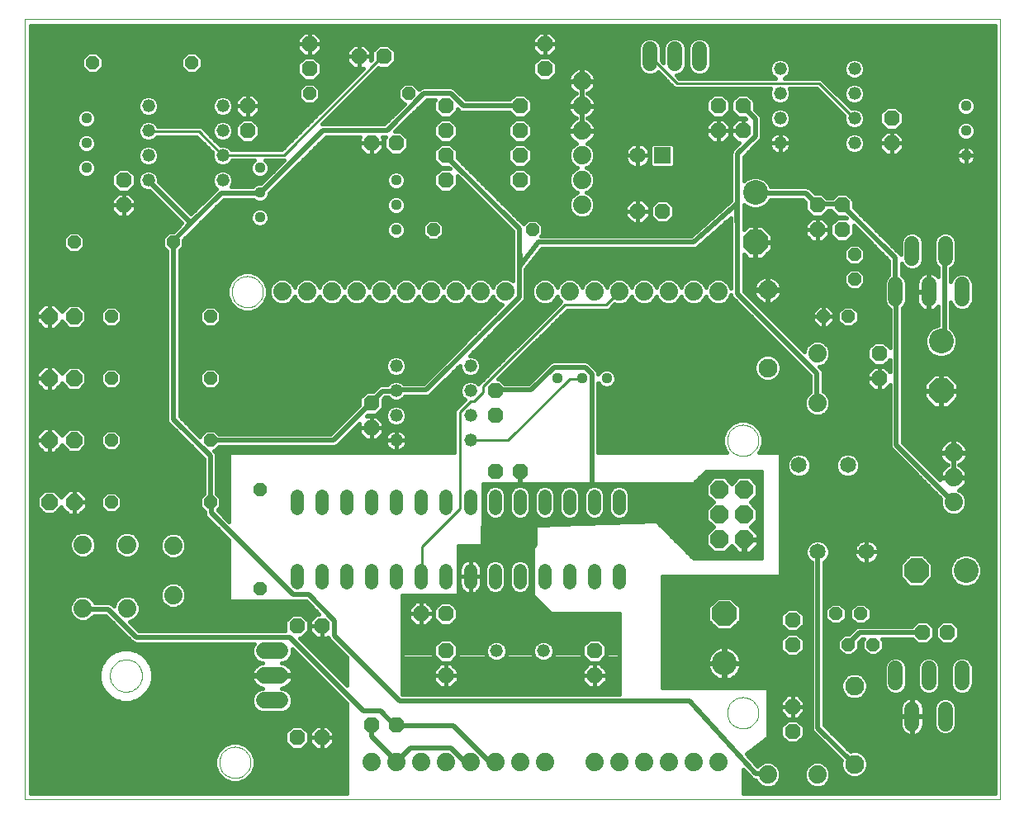
<source format=gbl>
G75*
%MOIN*%
%OFA0B0*%
%FSLAX24Y24*%
%IPPOS*%
%LPD*%
%AMOC8*
5,1,8,0,0,1.08239X$1,22.5*
%
%ADD10C,0.0000*%
%ADD11OC8,0.0630*%
%ADD12C,0.1000*%
%ADD13OC8,0.1000*%
%ADD14C,0.0650*%
%ADD15R,0.0650X0.0650*%
%ADD16C,0.0760*%
%ADD17C,0.0740*%
%ADD18C,0.0520*%
%ADD19C,0.0600*%
%ADD20OC8,0.0660*%
%ADD21OC8,0.0740*%
%ADD22C,0.0440*%
%ADD23OC8,0.0520*%
%ADD24C,0.0520*%
%ADD25C,0.0660*%
%ADD26C,0.0197*%
%ADD27C,0.0100*%
%ADD28C,0.0160*%
%ADD29OC8,0.0560*%
%ADD30C,0.0170*%
%ADD31C,0.0320*%
%ADD32C,0.0240*%
D10*
X000100Y000100D02*
X000100Y031596D01*
X039470Y031596D01*
X039470Y000100D01*
X000100Y000100D01*
X003550Y005100D02*
X003552Y005150D01*
X003558Y005200D01*
X003568Y005250D01*
X003581Y005298D01*
X003598Y005346D01*
X003619Y005392D01*
X003643Y005436D01*
X003671Y005478D01*
X003702Y005518D01*
X003736Y005555D01*
X003773Y005590D01*
X003812Y005621D01*
X003853Y005650D01*
X003897Y005675D01*
X003943Y005697D01*
X003990Y005715D01*
X004038Y005729D01*
X004087Y005740D01*
X004137Y005747D01*
X004187Y005750D01*
X004238Y005749D01*
X004288Y005744D01*
X004338Y005735D01*
X004386Y005723D01*
X004434Y005706D01*
X004480Y005686D01*
X004525Y005663D01*
X004568Y005636D01*
X004608Y005606D01*
X004646Y005573D01*
X004681Y005537D01*
X004714Y005498D01*
X004743Y005457D01*
X004769Y005414D01*
X004792Y005369D01*
X004811Y005322D01*
X004826Y005274D01*
X004838Y005225D01*
X004846Y005175D01*
X004850Y005125D01*
X004850Y005075D01*
X004846Y005025D01*
X004838Y004975D01*
X004826Y004926D01*
X004811Y004878D01*
X004792Y004831D01*
X004769Y004786D01*
X004743Y004743D01*
X004714Y004702D01*
X004681Y004663D01*
X004646Y004627D01*
X004608Y004594D01*
X004568Y004564D01*
X004525Y004537D01*
X004480Y004514D01*
X004434Y004494D01*
X004386Y004477D01*
X004338Y004465D01*
X004288Y004456D01*
X004238Y004451D01*
X004187Y004450D01*
X004137Y004453D01*
X004087Y004460D01*
X004038Y004471D01*
X003990Y004485D01*
X003943Y004503D01*
X003897Y004525D01*
X003853Y004550D01*
X003812Y004579D01*
X003773Y004610D01*
X003736Y004645D01*
X003702Y004682D01*
X003671Y004722D01*
X003643Y004764D01*
X003619Y004808D01*
X003598Y004854D01*
X003581Y004902D01*
X003568Y004950D01*
X003558Y005000D01*
X003552Y005050D01*
X003550Y005100D01*
X007970Y001600D02*
X007972Y001650D01*
X007978Y001700D01*
X007988Y001749D01*
X008002Y001797D01*
X008019Y001844D01*
X008040Y001889D01*
X008065Y001933D01*
X008093Y001974D01*
X008125Y002013D01*
X008159Y002050D01*
X008196Y002084D01*
X008236Y002114D01*
X008278Y002141D01*
X008322Y002165D01*
X008368Y002186D01*
X008415Y002202D01*
X008463Y002215D01*
X008513Y002224D01*
X008562Y002229D01*
X008613Y002230D01*
X008663Y002227D01*
X008712Y002220D01*
X008761Y002209D01*
X008809Y002194D01*
X008855Y002176D01*
X008900Y002154D01*
X008943Y002128D01*
X008984Y002099D01*
X009023Y002067D01*
X009059Y002032D01*
X009091Y001994D01*
X009121Y001954D01*
X009148Y001911D01*
X009171Y001867D01*
X009190Y001821D01*
X009206Y001773D01*
X009218Y001724D01*
X009226Y001675D01*
X009230Y001625D01*
X009230Y001575D01*
X009226Y001525D01*
X009218Y001476D01*
X009206Y001427D01*
X009190Y001379D01*
X009171Y001333D01*
X009148Y001289D01*
X009121Y001246D01*
X009091Y001206D01*
X009059Y001168D01*
X009023Y001133D01*
X008984Y001101D01*
X008943Y001072D01*
X008900Y001046D01*
X008855Y001024D01*
X008809Y001006D01*
X008761Y000991D01*
X008712Y000980D01*
X008663Y000973D01*
X008613Y000970D01*
X008562Y000971D01*
X008513Y000976D01*
X008463Y000985D01*
X008415Y000998D01*
X008368Y001014D01*
X008322Y001035D01*
X008278Y001059D01*
X008236Y001086D01*
X008196Y001116D01*
X008159Y001150D01*
X008125Y001187D01*
X008093Y001226D01*
X008065Y001267D01*
X008040Y001311D01*
X008019Y001356D01*
X008002Y001403D01*
X007988Y001451D01*
X007978Y001500D01*
X007972Y001550D01*
X007970Y001600D01*
X028470Y003600D02*
X028472Y003650D01*
X028478Y003700D01*
X028488Y003749D01*
X028502Y003797D01*
X028519Y003844D01*
X028540Y003889D01*
X028565Y003933D01*
X028593Y003974D01*
X028625Y004013D01*
X028659Y004050D01*
X028696Y004084D01*
X028736Y004114D01*
X028778Y004141D01*
X028822Y004165D01*
X028868Y004186D01*
X028915Y004202D01*
X028963Y004215D01*
X029013Y004224D01*
X029062Y004229D01*
X029113Y004230D01*
X029163Y004227D01*
X029212Y004220D01*
X029261Y004209D01*
X029309Y004194D01*
X029355Y004176D01*
X029400Y004154D01*
X029443Y004128D01*
X029484Y004099D01*
X029523Y004067D01*
X029559Y004032D01*
X029591Y003994D01*
X029621Y003954D01*
X029648Y003911D01*
X029671Y003867D01*
X029690Y003821D01*
X029706Y003773D01*
X029718Y003724D01*
X029726Y003675D01*
X029730Y003625D01*
X029730Y003575D01*
X029726Y003525D01*
X029718Y003476D01*
X029706Y003427D01*
X029690Y003379D01*
X029671Y003333D01*
X029648Y003289D01*
X029621Y003246D01*
X029591Y003206D01*
X029559Y003168D01*
X029523Y003133D01*
X029484Y003101D01*
X029443Y003072D01*
X029400Y003046D01*
X029355Y003024D01*
X029309Y003006D01*
X029261Y002991D01*
X029212Y002980D01*
X029163Y002973D01*
X029113Y002970D01*
X029062Y002971D01*
X029013Y002976D01*
X028963Y002985D01*
X028915Y002998D01*
X028868Y003014D01*
X028822Y003035D01*
X028778Y003059D01*
X028736Y003086D01*
X028696Y003116D01*
X028659Y003150D01*
X028625Y003187D01*
X028593Y003226D01*
X028565Y003267D01*
X028540Y003311D01*
X028519Y003356D01*
X028502Y003403D01*
X028488Y003451D01*
X028478Y003500D01*
X028472Y003550D01*
X028470Y003600D01*
X028470Y014600D02*
X028472Y014650D01*
X028478Y014700D01*
X028488Y014749D01*
X028502Y014797D01*
X028519Y014844D01*
X028540Y014889D01*
X028565Y014933D01*
X028593Y014974D01*
X028625Y015013D01*
X028659Y015050D01*
X028696Y015084D01*
X028736Y015114D01*
X028778Y015141D01*
X028822Y015165D01*
X028868Y015186D01*
X028915Y015202D01*
X028963Y015215D01*
X029013Y015224D01*
X029062Y015229D01*
X029113Y015230D01*
X029163Y015227D01*
X029212Y015220D01*
X029261Y015209D01*
X029309Y015194D01*
X029355Y015176D01*
X029400Y015154D01*
X029443Y015128D01*
X029484Y015099D01*
X029523Y015067D01*
X029559Y015032D01*
X029591Y014994D01*
X029621Y014954D01*
X029648Y014911D01*
X029671Y014867D01*
X029690Y014821D01*
X029706Y014773D01*
X029718Y014724D01*
X029726Y014675D01*
X029730Y014625D01*
X029730Y014575D01*
X029726Y014525D01*
X029718Y014476D01*
X029706Y014427D01*
X029690Y014379D01*
X029671Y014333D01*
X029648Y014289D01*
X029621Y014246D01*
X029591Y014206D01*
X029559Y014168D01*
X029523Y014133D01*
X029484Y014101D01*
X029443Y014072D01*
X029400Y014046D01*
X029355Y014024D01*
X029309Y014006D01*
X029261Y013991D01*
X029212Y013980D01*
X029163Y013973D01*
X029113Y013970D01*
X029062Y013971D01*
X029013Y013976D01*
X028963Y013985D01*
X028915Y013998D01*
X028868Y014014D01*
X028822Y014035D01*
X028778Y014059D01*
X028736Y014086D01*
X028696Y014116D01*
X028659Y014150D01*
X028625Y014187D01*
X028593Y014226D01*
X028565Y014267D01*
X028540Y014311D01*
X028519Y014356D01*
X028502Y014403D01*
X028488Y014451D01*
X028478Y014500D01*
X028472Y014550D01*
X028470Y014600D01*
X008470Y020600D02*
X008472Y020650D01*
X008478Y020700D01*
X008488Y020749D01*
X008502Y020797D01*
X008519Y020844D01*
X008540Y020889D01*
X008565Y020933D01*
X008593Y020974D01*
X008625Y021013D01*
X008659Y021050D01*
X008696Y021084D01*
X008736Y021114D01*
X008778Y021141D01*
X008822Y021165D01*
X008868Y021186D01*
X008915Y021202D01*
X008963Y021215D01*
X009013Y021224D01*
X009062Y021229D01*
X009113Y021230D01*
X009163Y021227D01*
X009212Y021220D01*
X009261Y021209D01*
X009309Y021194D01*
X009355Y021176D01*
X009400Y021154D01*
X009443Y021128D01*
X009484Y021099D01*
X009523Y021067D01*
X009559Y021032D01*
X009591Y020994D01*
X009621Y020954D01*
X009648Y020911D01*
X009671Y020867D01*
X009690Y020821D01*
X009706Y020773D01*
X009718Y020724D01*
X009726Y020675D01*
X009730Y020625D01*
X009730Y020575D01*
X009726Y020525D01*
X009718Y020476D01*
X009706Y020427D01*
X009690Y020379D01*
X009671Y020333D01*
X009648Y020289D01*
X009621Y020246D01*
X009591Y020206D01*
X009559Y020168D01*
X009523Y020133D01*
X009484Y020101D01*
X009443Y020072D01*
X009400Y020046D01*
X009355Y020024D01*
X009309Y020006D01*
X009261Y019991D01*
X009212Y019980D01*
X009163Y019973D01*
X009113Y019970D01*
X009062Y019971D01*
X009013Y019976D01*
X008963Y019985D01*
X008915Y019998D01*
X008868Y020014D01*
X008822Y020035D01*
X008778Y020059D01*
X008736Y020086D01*
X008696Y020116D01*
X008659Y020150D01*
X008625Y020187D01*
X008593Y020226D01*
X008565Y020267D01*
X008540Y020311D01*
X008519Y020356D01*
X008502Y020403D01*
X008488Y020451D01*
X008478Y020500D01*
X008472Y020550D01*
X008470Y020600D01*
D11*
X004100Y024100D03*
X004100Y025100D03*
X009100Y027100D03*
X009100Y028100D03*
X011600Y029600D03*
X011600Y030600D03*
X013600Y030100D03*
X014600Y030100D03*
X017100Y028100D03*
X017100Y027100D03*
X017100Y026100D03*
X017100Y025100D03*
X015100Y026600D03*
X014100Y026600D03*
X020100Y026100D03*
X020100Y025100D03*
X020100Y027100D03*
X020100Y028100D03*
X021100Y029600D03*
X021100Y030600D03*
X028100Y028100D03*
X029100Y028100D03*
X029100Y027100D03*
X028100Y027100D03*
X025850Y023850D03*
X024850Y023850D03*
X032100Y024100D03*
X033100Y024100D03*
X033100Y023100D03*
X032100Y023100D03*
X035100Y026600D03*
X035100Y027600D03*
X034600Y018100D03*
X034600Y017100D03*
X031100Y007350D03*
X031100Y006350D03*
X031100Y003850D03*
X031100Y002850D03*
X036350Y006850D03*
X037350Y006850D03*
X023100Y006100D03*
X023100Y005100D03*
X017100Y005100D03*
X017100Y006100D03*
X017100Y007600D03*
X016100Y007600D03*
X012100Y007100D03*
X011100Y007100D03*
X014100Y003100D03*
X015100Y003100D03*
X012100Y002600D03*
X011100Y002600D03*
X019100Y013350D03*
X020100Y013350D03*
X019100Y015600D03*
X019100Y016600D03*
X014100Y016100D03*
X014100Y015100D03*
D12*
X028350Y005600D03*
X038100Y009350D03*
X037100Y018600D03*
X029600Y024600D03*
D13*
X029600Y022600D03*
X037100Y016600D03*
X036100Y009350D03*
X028350Y007600D03*
D14*
X032115Y010100D03*
X034085Y010100D03*
X033335Y013600D03*
X031365Y013600D03*
X024850Y026100D03*
D15*
X025850Y026100D03*
D16*
X030100Y020675D03*
X030100Y017525D03*
X033600Y004675D03*
X033600Y001525D03*
D17*
X032100Y001100D03*
X030100Y001100D03*
X028100Y001600D03*
X027100Y001600D03*
X026100Y001600D03*
X025100Y001600D03*
X024100Y001600D03*
X023100Y001600D03*
X021100Y001600D03*
X020100Y001600D03*
X019100Y001600D03*
X018100Y001600D03*
X017100Y001600D03*
X016100Y001600D03*
X015100Y001600D03*
X014100Y001600D03*
X006100Y008350D03*
X004240Y007820D03*
X002460Y007820D03*
X002460Y010380D03*
X004240Y010380D03*
X006100Y010350D03*
X010500Y020600D03*
X011500Y020600D03*
X012500Y020600D03*
X013500Y020600D03*
X014500Y020600D03*
X015500Y020600D03*
X016500Y020600D03*
X017500Y020600D03*
X018500Y020600D03*
X019500Y020600D03*
X021100Y020600D03*
X022100Y020600D03*
X023100Y020600D03*
X024100Y020600D03*
X025100Y020600D03*
X026100Y020600D03*
X027100Y020600D03*
X028100Y020600D03*
X032100Y018100D03*
X032100Y016100D03*
X037600Y014100D03*
X037600Y013100D03*
X037600Y012100D03*
X022600Y024100D03*
X022600Y025100D03*
X022600Y026100D03*
X022600Y027100D03*
X022600Y028100D03*
X022600Y029100D03*
D18*
X030600Y028600D03*
X030600Y029600D03*
X030600Y027600D03*
X030600Y026600D03*
X033600Y026600D03*
X033600Y027600D03*
X033600Y028600D03*
X033600Y029600D03*
X018100Y017600D03*
X018100Y016600D03*
X018100Y015600D03*
X018100Y014600D03*
X015100Y014600D03*
X015100Y015600D03*
X015100Y016600D03*
X015100Y017600D03*
X008100Y025100D03*
X008100Y026100D03*
X008100Y027100D03*
X008100Y028100D03*
X005100Y028100D03*
X005100Y027100D03*
X005100Y026100D03*
X005100Y025100D03*
X019150Y006100D03*
X021050Y006100D03*
D19*
X035260Y005400D02*
X035260Y004800D01*
X036600Y004800D02*
X036600Y005400D01*
X037940Y005400D02*
X037940Y004800D01*
X037270Y003760D02*
X037270Y003160D01*
X035930Y003160D02*
X035930Y003760D01*
X035260Y020300D02*
X035260Y020900D01*
X036600Y020900D02*
X036600Y020300D01*
X037940Y020300D02*
X037940Y020900D01*
X037270Y021940D02*
X037270Y022540D01*
X035930Y022540D02*
X035930Y021940D01*
X027350Y029800D02*
X027350Y030400D01*
X026350Y030400D02*
X026350Y029800D01*
X025350Y029800D02*
X025350Y030400D01*
D20*
X002100Y019600D03*
X001100Y019600D03*
X001100Y017100D03*
X002100Y017100D03*
X002100Y014600D03*
X001100Y014600D03*
X001100Y012100D03*
X002100Y012100D03*
D21*
X028150Y011600D03*
X029150Y011600D03*
X029150Y010600D03*
X028150Y010600D03*
X028150Y012600D03*
X029150Y012600D03*
D22*
X023600Y017100D03*
X022600Y017100D03*
X021600Y017100D03*
X015100Y023100D03*
X015100Y024100D03*
X015100Y025100D03*
X009600Y024600D03*
X009600Y023600D03*
X009600Y025600D03*
X002600Y025600D03*
X002600Y026600D03*
X002600Y027600D03*
X038100Y027100D03*
X038100Y026100D03*
X038100Y028100D03*
D23*
X033600Y022100D03*
X033600Y021100D03*
X033350Y019600D03*
X032350Y019600D03*
X020600Y023100D03*
X016600Y023100D03*
X015600Y028600D03*
X011600Y028600D03*
X006850Y029850D03*
X002850Y029850D03*
X002100Y022600D03*
X003600Y019600D03*
X003600Y017100D03*
X003600Y014600D03*
X003600Y012100D03*
X007600Y012100D03*
X009600Y012600D03*
X007600Y014600D03*
X007600Y017100D03*
X007600Y019600D03*
X006100Y022600D03*
X009600Y008600D03*
X032850Y007600D03*
X033850Y007600D03*
X033350Y006350D03*
X034350Y006350D03*
D24*
X024100Y008840D02*
X024100Y009360D01*
X023100Y009360D02*
X023100Y008840D01*
X022100Y008840D02*
X022100Y009360D01*
X021100Y009360D02*
X021100Y008840D01*
X020100Y008840D02*
X020100Y009360D01*
X019100Y009360D02*
X019100Y008840D01*
X018100Y008840D02*
X018100Y009360D01*
X017100Y009360D02*
X017100Y008840D01*
X016100Y008840D02*
X016100Y009360D01*
X015100Y009360D02*
X015100Y008840D01*
X014100Y008840D02*
X014100Y009360D01*
X013100Y009360D02*
X013100Y008840D01*
X012100Y008840D02*
X012100Y009360D01*
X011100Y009360D02*
X011100Y008840D01*
X011100Y011840D02*
X011100Y012360D01*
X012100Y012360D02*
X012100Y011840D01*
X013100Y011840D02*
X013100Y012360D01*
X014100Y012360D02*
X014100Y011840D01*
X015100Y011840D02*
X015100Y012360D01*
X016100Y012360D02*
X016100Y011840D01*
X017100Y011840D02*
X017100Y012360D01*
X018100Y012360D02*
X018100Y011840D01*
X019100Y011840D02*
X019100Y012360D01*
X020100Y012360D02*
X020100Y011840D01*
X021100Y011840D02*
X021100Y012360D01*
X022100Y012360D02*
X022100Y011840D01*
X023100Y011840D02*
X023100Y012360D01*
X024100Y012360D02*
X024100Y011840D01*
D25*
X010430Y006100D02*
X009770Y006100D01*
X009770Y005100D02*
X010430Y005100D01*
X010430Y004100D02*
X009770Y004100D01*
D26*
X010807Y006651D02*
X013789Y003669D01*
X014466Y003669D01*
X015008Y003127D01*
X015100Y003100D01*
X015144Y003082D01*
X017403Y003082D01*
X018849Y001636D01*
X019074Y001636D01*
X019100Y001600D01*
X018100Y001600D02*
X018081Y001636D01*
X017855Y001636D01*
X017313Y002178D01*
X015686Y002178D01*
X015189Y001681D01*
X015100Y001600D01*
X015099Y001636D01*
X014105Y002630D01*
X014105Y003082D01*
X014100Y003100D01*
X015234Y004076D02*
X012614Y006696D01*
X012614Y007328D01*
X011575Y008367D01*
X010943Y008367D01*
X007645Y011665D01*
X007645Y012027D01*
X007600Y012100D01*
X007599Y012117D01*
X007599Y013969D01*
X006109Y015460D01*
X006109Y022508D01*
X006100Y022600D01*
X006109Y022643D01*
X006831Y023366D01*
X005115Y025083D01*
X005100Y025100D01*
X006831Y023366D02*
X008051Y024586D01*
X009587Y024586D01*
X009600Y024600D01*
X009678Y024631D01*
X012162Y027116D01*
X014737Y027116D01*
X016228Y028607D01*
X017313Y028607D01*
X017809Y028110D01*
X020068Y028110D01*
X020100Y028100D01*
X017132Y026077D02*
X017100Y026100D01*
X017132Y026077D02*
X020068Y023140D01*
X020068Y022643D01*
X020100Y021643D01*
X020850Y022600D01*
X027100Y022600D01*
X028850Y024143D01*
X028878Y022643D01*
X028878Y020520D01*
X032085Y017313D01*
X032085Y016138D01*
X032100Y016100D01*
X035293Y014421D02*
X037597Y012117D01*
X037600Y012100D01*
X035293Y014421D02*
X035293Y020520D01*
X035260Y020600D01*
X035248Y020610D01*
X035248Y021966D01*
X033125Y024089D01*
X033100Y024100D01*
X033034Y024134D01*
X032131Y024134D01*
X032100Y024100D01*
X032040Y024179D01*
X031634Y024586D01*
X029601Y024586D01*
X029600Y024600D01*
X028878Y026167D02*
X029601Y026890D01*
X029601Y027568D01*
X029104Y028065D01*
X029100Y028100D01*
X028878Y026167D02*
X028878Y022643D01*
X023005Y017267D02*
X022734Y017538D01*
X021469Y017538D01*
X020565Y016635D01*
X019120Y016635D01*
X019100Y016600D01*
X016319Y016635D02*
X020068Y020385D01*
X020068Y022643D01*
X023005Y017267D02*
X023005Y012850D01*
X020113Y012850D02*
X020113Y013337D01*
X020100Y013350D01*
X020656Y010400D02*
X020600Y010350D01*
X014100Y016100D02*
X014150Y016183D01*
X014557Y016590D01*
X015099Y016590D01*
X015100Y016600D01*
X015189Y016635D01*
X016319Y016635D01*
X014100Y016100D02*
X014060Y016093D01*
X012569Y014602D01*
X007645Y014602D01*
X007600Y014600D01*
X003488Y007780D02*
X002494Y007780D01*
X002460Y007820D01*
X003488Y007780D02*
X004618Y006651D01*
X010807Y006651D01*
X015234Y004076D02*
X026938Y004076D01*
X029625Y001139D01*
X030098Y001139D01*
X030100Y001100D01*
X032131Y002991D02*
X033576Y001546D01*
X033600Y001525D01*
X032131Y002991D02*
X032131Y010084D01*
X032115Y010100D01*
X033802Y006831D02*
X033350Y006380D01*
X033350Y006350D01*
X033802Y006831D02*
X036332Y006831D01*
X036350Y006850D01*
X037100Y018600D02*
X037100Y018623D01*
X037236Y018758D01*
X037236Y022237D01*
X037270Y022240D01*
D27*
X033600Y027600D02*
X033576Y027613D01*
X032176Y029013D01*
X026438Y029013D01*
X025354Y030098D01*
X025350Y030100D01*
X014600Y030100D02*
X014557Y030098D01*
X010581Y026122D01*
X008142Y026122D01*
X008100Y026100D01*
X008096Y026122D01*
X007148Y027071D01*
X005115Y027071D01*
X005100Y027100D01*
X017674Y015731D02*
X018126Y016183D01*
X018261Y016183D01*
X018623Y016544D01*
X018623Y016770D01*
X021921Y020068D01*
X023592Y020068D01*
X024089Y020565D01*
X024100Y020600D01*
X022600Y017100D02*
X022598Y017087D01*
X022101Y017087D01*
X019617Y014602D01*
X018126Y014602D01*
X018100Y014600D01*
X017674Y015731D02*
X017674Y011846D01*
X016138Y010310D01*
X016138Y009135D01*
X016100Y009100D01*
D28*
X018600Y011100D02*
X018600Y012850D01*
X027100Y012850D01*
X027600Y013350D01*
X029850Y013350D01*
X029850Y009850D01*
X027100Y009850D01*
X025600Y011350D01*
X018600Y011100D01*
X018600Y011195D02*
X021260Y011195D01*
X021184Y011419D02*
X021338Y011483D01*
X021457Y011602D01*
X021521Y011756D01*
X021521Y012444D01*
X021457Y012598D01*
X021338Y012717D01*
X021184Y012781D01*
X021016Y012781D01*
X020862Y012717D01*
X020743Y012598D01*
X020679Y012444D01*
X020679Y011756D01*
X020743Y011602D01*
X020862Y011483D01*
X021016Y011419D01*
X021184Y011419D01*
X021367Y011512D02*
X021833Y011512D01*
X021862Y011483D02*
X022016Y011419D01*
X022184Y011419D01*
X022338Y011483D01*
X022457Y011602D01*
X022521Y011756D01*
X022521Y012444D01*
X022457Y012598D01*
X022338Y012717D01*
X022184Y012781D01*
X022016Y012781D01*
X021862Y012717D01*
X021743Y012598D01*
X021679Y012444D01*
X021679Y011756D01*
X021743Y011602D01*
X021862Y011483D01*
X021715Y011671D02*
X021485Y011671D01*
X021521Y011829D02*
X021679Y011829D01*
X021679Y011988D02*
X021521Y011988D01*
X021521Y012146D02*
X021679Y012146D01*
X021679Y012305D02*
X021521Y012305D01*
X021513Y012463D02*
X021687Y012463D01*
X021767Y012622D02*
X021433Y012622D01*
X021185Y012780D02*
X022015Y012780D01*
X022185Y012780D02*
X023015Y012780D01*
X023016Y012781D02*
X022862Y012717D01*
X022743Y012598D01*
X022679Y012444D01*
X022679Y011756D01*
X022743Y011602D01*
X022862Y011483D01*
X023016Y011419D01*
X023184Y011419D01*
X023338Y011483D01*
X023457Y011602D01*
X023521Y011756D01*
X023521Y012444D01*
X023457Y012598D01*
X023338Y012717D01*
X023184Y012781D01*
X023016Y012781D01*
X023185Y012780D02*
X024015Y012780D01*
X024016Y012781D02*
X023862Y012717D01*
X023743Y012598D01*
X023679Y012444D01*
X023679Y011756D01*
X023743Y011602D01*
X023862Y011483D01*
X024016Y011419D01*
X024184Y011419D01*
X024338Y011483D01*
X024457Y011602D01*
X024521Y011756D01*
X024521Y012444D01*
X024457Y012598D01*
X024338Y012717D01*
X024184Y012781D01*
X024016Y012781D01*
X024185Y012780D02*
X027619Y012780D01*
X027619Y012820D02*
X027619Y012380D01*
X027899Y012100D01*
X027619Y011820D01*
X027619Y011380D01*
X027899Y011100D01*
X027619Y010820D01*
X027619Y010380D01*
X027930Y010069D01*
X028370Y010069D01*
X028636Y010336D01*
X028922Y010050D01*
X029130Y010050D01*
X029130Y010580D01*
X029170Y010580D01*
X029170Y010620D01*
X029700Y010620D01*
X029700Y010828D01*
X029414Y011114D01*
X029681Y011380D01*
X029681Y011820D01*
X029401Y012100D01*
X029681Y012380D01*
X029681Y012820D01*
X029370Y013131D01*
X028930Y013131D01*
X028650Y012851D01*
X028370Y013131D01*
X027930Y013131D01*
X027619Y012820D01*
X027738Y012939D02*
X027189Y012939D01*
X027347Y013097D02*
X027896Y013097D01*
X027506Y013256D02*
X029850Y013256D01*
X029850Y013097D02*
X029404Y013097D01*
X029562Y012939D02*
X029850Y012939D01*
X029850Y012780D02*
X029681Y012780D01*
X029681Y012622D02*
X029850Y012622D01*
X029850Y012463D02*
X029681Y012463D01*
X029605Y012305D02*
X029850Y012305D01*
X029850Y012146D02*
X029447Y012146D01*
X029513Y011988D02*
X029850Y011988D01*
X029850Y011829D02*
X029672Y011829D01*
X029681Y011671D02*
X029850Y011671D01*
X029850Y011512D02*
X029681Y011512D01*
X029654Y011354D02*
X029850Y011354D01*
X029850Y011195D02*
X029496Y011195D01*
X029491Y011037D02*
X029850Y011037D01*
X029850Y010878D02*
X029650Y010878D01*
X029700Y010720D02*
X029850Y010720D01*
X029850Y010561D02*
X029700Y010561D01*
X029700Y010580D02*
X029170Y010580D01*
X029170Y010050D01*
X029378Y010050D01*
X029700Y010372D01*
X029700Y010580D01*
X029700Y010403D02*
X029850Y010403D01*
X029850Y010244D02*
X029572Y010244D01*
X029413Y010086D02*
X029850Y010086D01*
X029850Y009927D02*
X027023Y009927D01*
X026864Y010086D02*
X027914Y010086D01*
X027755Y010244D02*
X026706Y010244D01*
X026547Y010403D02*
X027619Y010403D01*
X027619Y010561D02*
X026389Y010561D01*
X026230Y010720D02*
X027619Y010720D01*
X027677Y010878D02*
X026072Y010878D01*
X025913Y011037D02*
X027836Y011037D01*
X027804Y011195D02*
X025755Y011195D01*
X024485Y011671D02*
X027619Y011671D01*
X027628Y011829D02*
X024521Y011829D01*
X024521Y011988D02*
X027787Y011988D01*
X027853Y012146D02*
X024521Y012146D01*
X024521Y012305D02*
X027695Y012305D01*
X027619Y012463D02*
X024513Y012463D01*
X024433Y012622D02*
X027619Y012622D01*
X028404Y013097D02*
X028896Y013097D01*
X028738Y012939D02*
X028562Y012939D01*
X028455Y014100D02*
X023264Y014100D01*
X023264Y016916D01*
X023277Y016884D01*
X023384Y016777D01*
X023524Y016719D01*
X023676Y016719D01*
X023816Y016777D01*
X023923Y016884D01*
X023981Y017024D01*
X023981Y017176D01*
X023923Y017316D01*
X023816Y017423D01*
X023676Y017481D01*
X023524Y017481D01*
X023384Y017423D01*
X023277Y017316D01*
X023264Y017284D01*
X023264Y017319D01*
X023225Y017414D01*
X023152Y017487D01*
X022881Y017758D01*
X022785Y017798D01*
X021417Y017798D01*
X021322Y017758D01*
X021249Y017685D01*
X020458Y016894D01*
X019479Y016894D01*
X019297Y017076D01*
X019226Y017076D01*
X022008Y019858D01*
X023679Y019858D01*
X023921Y020100D01*
X023994Y020069D01*
X024206Y020069D01*
X024401Y020150D01*
X024550Y020299D01*
X024600Y020420D01*
X024650Y020299D01*
X024799Y020150D01*
X024994Y020069D01*
X025206Y020069D01*
X025401Y020150D01*
X025550Y020299D01*
X025600Y020420D01*
X025650Y020299D01*
X025799Y020150D01*
X025994Y020069D01*
X026206Y020069D01*
X026401Y020150D01*
X026550Y020299D01*
X026600Y020420D01*
X026650Y020299D01*
X026799Y020150D01*
X026994Y020069D01*
X027206Y020069D01*
X027401Y020150D01*
X027550Y020299D01*
X027600Y020420D01*
X027650Y020299D01*
X027799Y020150D01*
X027994Y020069D01*
X028206Y020069D01*
X028401Y020150D01*
X028550Y020299D01*
X028619Y020467D01*
X028658Y020373D01*
X028731Y020300D01*
X031826Y017205D01*
X031826Y016561D01*
X031799Y016550D01*
X031650Y016401D01*
X031569Y016206D01*
X031569Y015994D01*
X031650Y015799D01*
X031799Y015650D01*
X031994Y015569D01*
X032206Y015569D01*
X032401Y015650D01*
X032550Y015799D01*
X032631Y015994D01*
X032631Y016206D01*
X032550Y016401D01*
X032401Y016550D01*
X032345Y016573D01*
X032345Y017364D01*
X032305Y017459D01*
X032195Y017569D01*
X032206Y017569D01*
X032401Y017650D01*
X032550Y017799D01*
X032631Y017994D01*
X032631Y018206D01*
X032550Y018401D01*
X032401Y018550D01*
X032206Y018631D01*
X031994Y018631D01*
X031799Y018550D01*
X031650Y018401D01*
X031569Y018206D01*
X031569Y018195D01*
X029137Y020627D01*
X029137Y022101D01*
X029318Y021920D01*
X029580Y021920D01*
X029580Y022580D01*
X029620Y022580D01*
X029620Y022620D01*
X029580Y022620D01*
X029580Y023280D01*
X029318Y023280D01*
X029137Y023099D01*
X029137Y024129D01*
X029226Y024040D01*
X029469Y023939D01*
X029731Y023939D01*
X029974Y024040D01*
X030160Y024226D01*
X030202Y024327D01*
X031526Y024327D01*
X031624Y024229D01*
X031624Y023903D01*
X031903Y023624D01*
X032297Y023624D01*
X032548Y023875D01*
X032652Y023875D01*
X032903Y023624D01*
X033223Y023624D01*
X033271Y023576D01*
X032903Y023576D01*
X032624Y023297D01*
X032624Y022903D01*
X032903Y022624D01*
X033297Y022624D01*
X033576Y022903D01*
X033576Y023271D01*
X034989Y021858D01*
X034989Y021280D01*
X034869Y021161D01*
X034799Y020992D01*
X034799Y020208D01*
X034869Y020039D01*
X034999Y019909D01*
X035034Y019895D01*
X035034Y018339D01*
X034797Y018576D01*
X034403Y018576D01*
X034124Y018297D01*
X034124Y017903D01*
X034403Y017624D01*
X034797Y017624D01*
X035034Y017861D01*
X035034Y017366D01*
X034805Y017595D01*
X034600Y017595D01*
X034600Y017100D01*
X034600Y017100D01*
X034600Y016605D01*
X034805Y016605D01*
X035034Y016834D01*
X035034Y014370D01*
X035073Y014274D01*
X037091Y012257D01*
X037069Y012206D01*
X037069Y011994D01*
X037150Y011799D01*
X037299Y011650D01*
X037494Y011569D01*
X037706Y011569D01*
X037901Y011650D01*
X038050Y011799D01*
X038131Y011994D01*
X038131Y012206D01*
X038050Y012401D01*
X037901Y012550D01*
X037807Y012589D01*
X037811Y012590D01*
X037888Y012630D01*
X037958Y012680D01*
X038020Y012742D01*
X038070Y012812D01*
X038110Y012889D01*
X038136Y012971D01*
X038150Y013057D01*
X038150Y013080D01*
X037620Y013080D01*
X037620Y013120D01*
X038150Y013120D01*
X038150Y013143D01*
X038136Y013229D01*
X038110Y013311D01*
X038070Y013388D01*
X038020Y013458D01*
X037958Y013520D01*
X037888Y013570D01*
X037830Y013600D01*
X037888Y013630D01*
X037958Y013680D01*
X038020Y013742D01*
X038070Y013812D01*
X038110Y013889D01*
X038136Y013971D01*
X038150Y014057D01*
X038150Y014080D01*
X037620Y014080D01*
X037620Y014120D01*
X037580Y014120D01*
X037580Y014650D01*
X037557Y014650D01*
X037471Y014636D01*
X037389Y014610D01*
X037312Y014570D01*
X037242Y014520D01*
X037180Y014458D01*
X037130Y014388D01*
X037090Y014311D01*
X037064Y014229D01*
X037050Y014143D01*
X037050Y014120D01*
X037580Y014120D01*
X037580Y014080D01*
X037050Y014080D01*
X037050Y014057D01*
X037064Y013971D01*
X037090Y013889D01*
X037130Y013812D01*
X037180Y013742D01*
X037242Y013680D01*
X037312Y013630D01*
X037370Y013600D01*
X037312Y013570D01*
X037242Y013520D01*
X037180Y013458D01*
X037130Y013388D01*
X037090Y013311D01*
X037064Y013229D01*
X037050Y013143D01*
X037050Y013120D01*
X037580Y013120D01*
X037580Y014080D01*
X037620Y014080D01*
X037620Y013550D01*
X037620Y013120D01*
X037580Y013120D01*
X037580Y013080D01*
X037050Y013080D01*
X037050Y013057D01*
X037055Y013026D01*
X035552Y014528D01*
X035552Y019941D01*
X035651Y020039D01*
X035721Y020208D01*
X035721Y020992D01*
X035651Y021161D01*
X035521Y021291D01*
X035507Y021296D01*
X035507Y021757D01*
X035539Y021679D01*
X035669Y021549D01*
X035838Y021479D01*
X036022Y021479D01*
X036191Y021549D01*
X036321Y021679D01*
X036391Y021848D01*
X036391Y022632D01*
X036321Y022801D01*
X036191Y022931D01*
X036022Y023001D01*
X035838Y023001D01*
X035669Y022931D01*
X035539Y022801D01*
X035469Y022632D01*
X035469Y022108D01*
X035468Y022113D01*
X033576Y024004D01*
X033576Y024297D01*
X033297Y024576D01*
X032903Y024576D01*
X032721Y024393D01*
X032479Y024393D01*
X032297Y024576D01*
X032010Y024576D01*
X031780Y024806D01*
X031685Y024845D01*
X030214Y024845D01*
X030160Y024974D01*
X029974Y025160D01*
X029731Y025261D01*
X029469Y025261D01*
X029226Y025160D01*
X029137Y025071D01*
X029137Y026060D01*
X029747Y026670D01*
X029820Y026743D01*
X029860Y026839D01*
X029860Y027619D01*
X029820Y027715D01*
X029576Y027959D01*
X029576Y028297D01*
X029297Y028576D01*
X028903Y028576D01*
X028624Y028297D01*
X028624Y027903D01*
X028903Y027624D01*
X029178Y027624D01*
X029207Y027595D01*
X029100Y027595D01*
X029100Y027100D01*
X029100Y027100D01*
X029100Y027100D01*
X028605Y027100D01*
X028605Y027305D01*
X028895Y027595D01*
X029100Y027595D01*
X029100Y027100D01*
X028605Y027100D01*
X028605Y026895D01*
X028895Y026605D01*
X028949Y026605D01*
X028658Y026314D01*
X028619Y026219D01*
X028619Y024285D01*
X027002Y022859D01*
X020954Y022859D01*
X021021Y022926D01*
X021021Y023274D01*
X020774Y023521D01*
X020426Y023521D01*
X020240Y023335D01*
X017576Y025999D01*
X017576Y026297D01*
X017297Y026576D01*
X016903Y026576D01*
X016624Y026297D01*
X016624Y025903D01*
X016903Y025624D01*
X017218Y025624D01*
X017266Y025576D01*
X016903Y025576D01*
X016624Y025297D01*
X016624Y024903D01*
X016903Y024624D01*
X017297Y024624D01*
X017576Y024903D01*
X017576Y025266D01*
X019809Y023033D01*
X019809Y022691D01*
X019808Y022687D01*
X019809Y022639D01*
X019809Y021041D01*
X019801Y021050D01*
X019606Y021131D01*
X019394Y021131D01*
X019199Y021050D01*
X019050Y020901D01*
X019000Y020780D01*
X018950Y020901D01*
X018801Y021050D01*
X018606Y021131D01*
X018394Y021131D01*
X018199Y021050D01*
X018050Y020901D01*
X018000Y020780D01*
X017950Y020901D01*
X017801Y021050D01*
X017606Y021131D01*
X017394Y021131D01*
X017199Y021050D01*
X017050Y020901D01*
X017000Y020780D01*
X016950Y020901D01*
X016801Y021050D01*
X016606Y021131D01*
X016394Y021131D01*
X016199Y021050D01*
X016050Y020901D01*
X016000Y020780D01*
X015950Y020901D01*
X015801Y021050D01*
X015606Y021131D01*
X015394Y021131D01*
X015199Y021050D01*
X015050Y020901D01*
X015000Y020780D01*
X014950Y020901D01*
X014801Y021050D01*
X014606Y021131D01*
X014394Y021131D01*
X014199Y021050D01*
X014050Y020901D01*
X014000Y020780D01*
X013950Y020901D01*
X013801Y021050D01*
X013606Y021131D01*
X013394Y021131D01*
X013199Y021050D01*
X013050Y020901D01*
X013000Y020780D01*
X012950Y020901D01*
X012801Y021050D01*
X012606Y021131D01*
X012394Y021131D01*
X012199Y021050D01*
X012050Y020901D01*
X012000Y020780D01*
X011950Y020901D01*
X011801Y021050D01*
X011606Y021131D01*
X011394Y021131D01*
X011199Y021050D01*
X011050Y020901D01*
X011000Y020780D01*
X010950Y020901D01*
X010801Y021050D01*
X010606Y021131D01*
X010394Y021131D01*
X010199Y021050D01*
X010050Y020901D01*
X009969Y020706D01*
X009969Y020494D01*
X010050Y020299D01*
X010199Y020150D01*
X010394Y020069D01*
X010606Y020069D01*
X010801Y020150D01*
X010950Y020299D01*
X011000Y020420D01*
X011050Y020299D01*
X011199Y020150D01*
X011394Y020069D01*
X011606Y020069D01*
X011801Y020150D01*
X011950Y020299D01*
X012000Y020420D01*
X012050Y020299D01*
X012199Y020150D01*
X012394Y020069D01*
X012606Y020069D01*
X012801Y020150D01*
X012950Y020299D01*
X013000Y020420D01*
X013050Y020299D01*
X013199Y020150D01*
X013394Y020069D01*
X013606Y020069D01*
X013801Y020150D01*
X013950Y020299D01*
X014000Y020420D01*
X014050Y020299D01*
X014199Y020150D01*
X014394Y020069D01*
X014606Y020069D01*
X014801Y020150D01*
X014950Y020299D01*
X015000Y020420D01*
X015050Y020299D01*
X015199Y020150D01*
X015394Y020069D01*
X015606Y020069D01*
X015801Y020150D01*
X015950Y020299D01*
X016000Y020420D01*
X016050Y020299D01*
X016199Y020150D01*
X016394Y020069D01*
X016606Y020069D01*
X016801Y020150D01*
X016950Y020299D01*
X017000Y020420D01*
X017050Y020299D01*
X017199Y020150D01*
X017394Y020069D01*
X017606Y020069D01*
X017801Y020150D01*
X017950Y020299D01*
X018000Y020420D01*
X018050Y020299D01*
X018199Y020150D01*
X018394Y020069D01*
X018606Y020069D01*
X018801Y020150D01*
X018950Y020299D01*
X019000Y020420D01*
X019050Y020299D01*
X019199Y020150D01*
X019389Y020072D01*
X016211Y016894D01*
X015401Y016894D01*
X015338Y016957D01*
X015184Y017021D01*
X015016Y017021D01*
X014862Y016957D01*
X014754Y016849D01*
X014505Y016849D01*
X014410Y016809D01*
X014176Y016576D01*
X013903Y016576D01*
X013624Y016297D01*
X013624Y016024D01*
X012462Y014861D01*
X007934Y014861D01*
X007774Y015021D01*
X007426Y015021D01*
X007179Y014774D01*
X007179Y014756D01*
X006368Y015568D01*
X006368Y022273D01*
X006521Y022426D01*
X006521Y022689D01*
X006978Y023147D01*
X007051Y023219D01*
X007051Y023219D01*
X008159Y024327D01*
X009335Y024327D01*
X009384Y024277D01*
X009524Y024219D01*
X009676Y024219D01*
X009816Y024277D01*
X009923Y024384D01*
X009981Y024524D01*
X009981Y024568D01*
X012270Y026857D01*
X013657Y026857D01*
X013605Y026805D01*
X013605Y026600D01*
X014100Y026600D01*
X014595Y026600D01*
X014595Y026805D01*
X014543Y026857D01*
X014684Y026857D01*
X014624Y026797D01*
X014624Y026403D01*
X014903Y026124D01*
X015297Y026124D01*
X015576Y026403D01*
X015576Y026797D01*
X015297Y027076D01*
X015064Y027076D01*
X016336Y028348D01*
X016675Y028348D01*
X016624Y028297D01*
X016624Y027903D01*
X016903Y027624D01*
X017297Y027624D01*
X017576Y027903D01*
X017576Y027977D01*
X017663Y027890D01*
X017758Y027851D01*
X019677Y027851D01*
X019903Y027624D01*
X020297Y027624D01*
X020576Y027903D01*
X020576Y028297D01*
X020297Y028576D01*
X019903Y028576D01*
X019696Y028369D01*
X017917Y028369D01*
X017532Y028754D01*
X017459Y028826D01*
X017364Y028866D01*
X016177Y028866D01*
X016081Y028826D01*
X016021Y028766D01*
X016021Y028774D01*
X015774Y029021D01*
X015426Y029021D01*
X015179Y028774D01*
X015179Y028426D01*
X015426Y028179D01*
X015434Y028179D01*
X014630Y027375D01*
X012132Y027375D01*
X014392Y029635D01*
X014403Y029624D01*
X014797Y029624D01*
X015076Y029903D01*
X015076Y030297D01*
X014797Y030576D01*
X014403Y030576D01*
X014124Y030297D01*
X014124Y029963D01*
X014095Y029934D01*
X014095Y030100D01*
X014095Y030305D01*
X013805Y030595D01*
X013600Y030595D01*
X013600Y030100D01*
X013600Y030100D01*
X014095Y030100D01*
X013600Y030100D01*
X013600Y030100D01*
X013600Y029605D01*
X013766Y029605D01*
X010494Y026333D01*
X008459Y026333D01*
X008457Y026338D01*
X008338Y026457D01*
X008184Y026521D01*
X008016Y026521D01*
X008002Y026515D01*
X007235Y027281D01*
X005480Y027281D01*
X005457Y027338D01*
X005338Y027457D01*
X005184Y027521D01*
X005016Y027521D01*
X004862Y027457D01*
X004743Y027338D01*
X004679Y027184D01*
X004679Y027016D01*
X004743Y026862D01*
X004862Y026743D01*
X005016Y026679D01*
X005184Y026679D01*
X005338Y026743D01*
X005455Y026860D01*
X007060Y026860D01*
X007696Y026224D01*
X007679Y026184D01*
X007679Y026016D01*
X007743Y025862D01*
X007862Y025743D01*
X008016Y025679D01*
X008184Y025679D01*
X008338Y025743D01*
X008457Y025862D01*
X008477Y025911D01*
X009373Y025911D01*
X009277Y025816D01*
X009219Y025676D01*
X009219Y025524D01*
X009277Y025384D01*
X009384Y025277D01*
X009524Y025219D01*
X009676Y025219D01*
X009816Y025277D01*
X009923Y025384D01*
X009981Y025524D01*
X009981Y025676D01*
X009923Y025816D01*
X009827Y025911D01*
X010591Y025911D01*
X009661Y024981D01*
X009524Y024981D01*
X009384Y024923D01*
X009307Y024845D01*
X008440Y024845D01*
X008457Y024862D01*
X008521Y025016D01*
X008521Y025184D01*
X008457Y025338D01*
X008338Y025457D01*
X008184Y025521D01*
X008016Y025521D01*
X007862Y025457D01*
X007743Y025338D01*
X007679Y025184D01*
X007679Y025016D01*
X007743Y024862D01*
X007852Y024753D01*
X006831Y023733D01*
X005521Y025043D01*
X005521Y025184D01*
X005457Y025338D01*
X005338Y025457D01*
X005184Y025521D01*
X005016Y025521D01*
X004862Y025457D01*
X004743Y025338D01*
X004679Y025184D01*
X004679Y025016D01*
X004743Y024862D01*
X004862Y024743D01*
X005016Y024679D01*
X005152Y024679D01*
X006465Y023366D01*
X006119Y023021D01*
X005926Y023021D01*
X005679Y022774D01*
X005679Y022426D01*
X005849Y022256D01*
X005849Y015409D01*
X005889Y015313D01*
X005962Y015241D01*
X007340Y013862D01*
X007340Y012435D01*
X007179Y012274D01*
X007179Y011926D01*
X007385Y011720D01*
X007385Y011614D01*
X007425Y011519D01*
X007498Y011446D01*
X008350Y010593D01*
X008350Y008100D01*
X011476Y008100D01*
X011981Y007595D01*
X011895Y007595D01*
X011605Y007305D01*
X011605Y007100D01*
X012100Y007100D01*
X012100Y006605D01*
X012305Y006605D01*
X012355Y006655D01*
X012355Y006644D01*
X012394Y006549D01*
X012467Y006476D01*
X013100Y005843D01*
X013100Y004724D01*
X011200Y006624D01*
X011297Y006624D01*
X011576Y006903D01*
X011576Y007297D01*
X011297Y007576D01*
X010903Y007576D01*
X010624Y007297D01*
X010624Y006910D01*
X004725Y006910D01*
X004346Y007289D01*
X004541Y007370D01*
X004690Y007519D01*
X004771Y007714D01*
X004771Y007926D01*
X004690Y008121D01*
X004541Y008270D01*
X004346Y008351D01*
X004134Y008351D01*
X003939Y008270D01*
X003790Y008121D01*
X003709Y007926D01*
X003635Y008000D01*
X003540Y008039D01*
X002944Y008039D01*
X002910Y008121D01*
X002761Y008270D01*
X002566Y008351D01*
X002354Y008351D01*
X002159Y008270D01*
X002010Y008121D01*
X001929Y007926D01*
X001929Y007714D01*
X002010Y007519D01*
X002159Y007370D01*
X002354Y007289D01*
X002566Y007289D01*
X002761Y007370D01*
X002910Y007519D01*
X002911Y007521D01*
X003381Y007521D01*
X004398Y006504D01*
X004471Y006431D01*
X004566Y006392D01*
X009368Y006392D01*
X009354Y006378D01*
X009279Y006198D01*
X009279Y006002D01*
X009354Y005822D01*
X009492Y005684D01*
X009672Y005609D01*
X009725Y005609D01*
X009651Y005597D01*
X009574Y005573D01*
X009503Y005536D01*
X009438Y005489D01*
X005214Y005489D01*
X005206Y005517D02*
X005064Y005763D01*
X004863Y005964D01*
X004617Y006106D01*
X004342Y006180D01*
X004058Y006180D01*
X003783Y006106D01*
X003537Y005964D01*
X003336Y005763D01*
X003194Y005517D01*
X003120Y005242D01*
X003120Y004958D01*
X003194Y004683D01*
X003336Y004437D01*
X003537Y004236D01*
X003783Y004094D01*
X004058Y004020D01*
X004342Y004020D01*
X004617Y004094D01*
X004863Y004236D01*
X005064Y004437D01*
X005206Y004683D01*
X005280Y004958D01*
X005280Y005242D01*
X005206Y005517D01*
X005131Y005648D02*
X009580Y005648D01*
X009438Y005489D02*
X009381Y005432D01*
X009334Y005367D01*
X009297Y005296D01*
X009273Y005219D01*
X009260Y005140D01*
X009260Y005130D01*
X010070Y005130D01*
X010070Y005070D01*
X009260Y005070D01*
X009260Y005060D01*
X009273Y004981D01*
X009297Y004904D01*
X009334Y004833D01*
X009381Y004768D01*
X009438Y004711D01*
X009503Y004664D01*
X009574Y004627D01*
X009651Y004603D01*
X009725Y004591D01*
X009672Y004591D01*
X009492Y004516D01*
X009354Y004378D01*
X009279Y004198D01*
X009279Y004002D01*
X009354Y003822D01*
X009492Y003684D01*
X009672Y003609D01*
X010528Y003609D01*
X010708Y003684D01*
X010846Y003822D01*
X010921Y004002D01*
X010921Y004198D01*
X010846Y004378D01*
X010708Y004516D01*
X010528Y004591D01*
X010475Y004591D01*
X010549Y004603D01*
X010626Y004627D01*
X010697Y004664D01*
X010762Y004711D01*
X010819Y004768D01*
X010866Y004833D01*
X010903Y004904D01*
X010927Y004981D01*
X010940Y005060D01*
X010940Y005070D01*
X010130Y005070D01*
X010130Y005130D01*
X010940Y005130D01*
X010940Y005140D01*
X010927Y005219D01*
X010903Y005296D01*
X010866Y005367D01*
X010819Y005432D01*
X010762Y005489D01*
X011602Y005489D01*
X011444Y005648D02*
X010620Y005648D01*
X010626Y005573D02*
X010549Y005597D01*
X010475Y005609D01*
X010528Y005609D01*
X010708Y005684D01*
X010846Y005822D01*
X010921Y006002D01*
X010921Y006170D01*
X013100Y003991D01*
X013100Y000350D01*
X000350Y000350D01*
X000350Y031350D01*
X039290Y031350D01*
X039290Y000350D01*
X029100Y000350D01*
X029100Y001329D01*
X029403Y000998D01*
X029405Y000992D01*
X029438Y000960D01*
X029468Y000926D01*
X029474Y000924D01*
X029478Y000919D01*
X029520Y000902D01*
X029562Y000882D01*
X029568Y000882D01*
X029573Y000880D01*
X029617Y000880D01*
X029650Y000799D01*
X029799Y000650D01*
X029994Y000569D01*
X030206Y000569D01*
X030401Y000650D01*
X030550Y000799D01*
X030631Y000994D01*
X030631Y001206D01*
X030550Y001401D01*
X030401Y001550D01*
X030206Y001631D01*
X029994Y001631D01*
X029799Y001550D01*
X029695Y001446D01*
X029234Y001950D01*
X030100Y002600D01*
X030100Y004600D01*
X025850Y004600D01*
X025850Y009100D01*
X030600Y009100D01*
X030600Y014100D01*
X029745Y014100D01*
X029787Y014141D01*
X029910Y014439D01*
X029910Y014761D01*
X029787Y015059D01*
X029559Y015287D01*
X029261Y015410D01*
X028939Y015410D01*
X028641Y015287D01*
X028413Y015059D01*
X028290Y014761D01*
X028290Y014439D01*
X028413Y014141D01*
X028455Y014100D01*
X028386Y014207D02*
X023264Y014207D01*
X023264Y014365D02*
X028321Y014365D01*
X028290Y014524D02*
X023264Y014524D01*
X023264Y014682D02*
X028290Y014682D01*
X028323Y014841D02*
X023264Y014841D01*
X023264Y014999D02*
X028389Y014999D01*
X028512Y015158D02*
X023264Y015158D01*
X023264Y015316D02*
X028712Y015316D01*
X029488Y015316D02*
X035034Y015316D01*
X035034Y015158D02*
X029688Y015158D01*
X029811Y014999D02*
X035034Y014999D01*
X035034Y014841D02*
X029877Y014841D01*
X029910Y014682D02*
X035034Y014682D01*
X035034Y014524D02*
X029910Y014524D01*
X029879Y014365D02*
X035036Y014365D01*
X035141Y014207D02*
X029814Y014207D01*
X030600Y014048D02*
X031177Y014048D01*
X031090Y014012D02*
X030953Y013875D01*
X030879Y013697D01*
X030879Y013503D01*
X030953Y013325D01*
X031090Y013188D01*
X031268Y013114D01*
X031462Y013114D01*
X031640Y013188D01*
X031777Y013325D01*
X031851Y013503D01*
X031851Y013697D01*
X031777Y013875D01*
X031640Y014012D01*
X031462Y014086D01*
X031268Y014086D01*
X031090Y014012D01*
X030968Y013890D02*
X030600Y013890D01*
X030600Y013731D02*
X030894Y013731D01*
X030879Y013573D02*
X030600Y013573D01*
X030600Y013414D02*
X030916Y013414D01*
X031023Y013256D02*
X030600Y013256D01*
X030600Y013097D02*
X036251Y013097D01*
X036409Y012939D02*
X030600Y012939D01*
X030600Y012780D02*
X036568Y012780D01*
X036726Y012622D02*
X030600Y012622D01*
X030600Y012463D02*
X036885Y012463D01*
X037043Y012305D02*
X030600Y012305D01*
X030600Y012146D02*
X037069Y012146D01*
X037072Y011988D02*
X030600Y011988D01*
X030600Y011829D02*
X037138Y011829D01*
X037279Y011671D02*
X030600Y011671D01*
X030600Y011512D02*
X039290Y011512D01*
X039290Y011354D02*
X030600Y011354D01*
X030600Y011195D02*
X039290Y011195D01*
X039290Y011037D02*
X030600Y011037D01*
X030600Y010878D02*
X039290Y010878D01*
X039290Y010720D02*
X030600Y010720D01*
X030600Y010561D02*
X031959Y010561D01*
X032018Y010586D02*
X031840Y010512D01*
X031703Y010375D01*
X031629Y010197D01*
X031629Y010003D01*
X031703Y009825D01*
X031840Y009688D01*
X031871Y009675D01*
X031871Y002940D01*
X031911Y002845D01*
X033078Y001678D01*
X033059Y001633D01*
X033059Y001418D01*
X033142Y001219D01*
X033294Y001067D01*
X033492Y000984D01*
X033708Y000984D01*
X033906Y001067D01*
X034058Y001219D01*
X034141Y001418D01*
X034141Y001633D01*
X034058Y001831D01*
X033906Y001984D01*
X033708Y002066D01*
X033492Y002066D01*
X033443Y002045D01*
X032390Y003099D01*
X032390Y009688D01*
X032390Y009688D01*
X032527Y009825D01*
X032601Y010003D01*
X032601Y010197D01*
X032527Y010375D01*
X032390Y010512D01*
X032212Y010586D01*
X032018Y010586D01*
X032271Y010561D02*
X033877Y010561D01*
X033891Y010568D02*
X033820Y010532D01*
X033756Y010485D01*
X033700Y010429D01*
X033653Y010365D01*
X033617Y010294D01*
X033592Y010218D01*
X033580Y010140D01*
X033580Y010100D01*
X034085Y010100D01*
X034590Y010100D01*
X034590Y010140D01*
X034578Y010218D01*
X034553Y010294D01*
X034517Y010365D01*
X034470Y010429D01*
X034414Y010485D01*
X034350Y010532D01*
X034279Y010568D01*
X034203Y010593D01*
X034125Y010605D01*
X034085Y010605D01*
X034085Y010100D01*
X034085Y010100D01*
X034085Y010100D01*
X034590Y010100D01*
X034590Y010060D01*
X034578Y009982D01*
X034553Y009906D01*
X034517Y009835D01*
X034470Y009771D01*
X034414Y009715D01*
X034350Y009668D01*
X034279Y009632D01*
X034203Y009607D01*
X034125Y009595D01*
X034085Y009595D01*
X034085Y010100D01*
X034085Y010100D01*
X034085Y010100D01*
X034085Y010605D01*
X034045Y010605D01*
X033967Y010593D01*
X033891Y010568D01*
X034085Y010561D02*
X034085Y010561D01*
X034085Y010403D02*
X034085Y010403D01*
X034085Y010244D02*
X034085Y010244D01*
X034085Y010100D02*
X033580Y010100D01*
X033580Y010060D01*
X033592Y009982D01*
X033617Y009906D01*
X033653Y009835D01*
X033700Y009771D01*
X033756Y009715D01*
X033820Y009668D01*
X033891Y009632D01*
X033967Y009607D01*
X034045Y009595D01*
X034085Y009595D01*
X034085Y010100D01*
X034085Y010086D02*
X034085Y010086D01*
X034085Y009927D02*
X034085Y009927D01*
X034085Y009769D02*
X034085Y009769D01*
X034085Y009610D02*
X034085Y009610D01*
X034211Y009610D02*
X035439Y009610D01*
X035439Y009624D02*
X035439Y009076D01*
X035826Y008689D01*
X036374Y008689D01*
X036761Y009076D01*
X036761Y009624D01*
X036374Y010011D01*
X035826Y010011D01*
X035439Y009624D01*
X035439Y009452D02*
X032390Y009452D01*
X032390Y009610D02*
X033959Y009610D01*
X033702Y009769D02*
X032470Y009769D01*
X032569Y009927D02*
X033610Y009927D01*
X033580Y010086D02*
X032601Y010086D01*
X032581Y010244D02*
X033601Y010244D01*
X033681Y010403D02*
X032499Y010403D01*
X031731Y010403D02*
X030600Y010403D01*
X030600Y010244D02*
X031649Y010244D01*
X031629Y010086D02*
X030600Y010086D01*
X030600Y009927D02*
X031661Y009927D01*
X031760Y009769D02*
X030600Y009769D01*
X030600Y009610D02*
X031871Y009610D01*
X031871Y009452D02*
X030600Y009452D01*
X030600Y009293D02*
X031871Y009293D01*
X031871Y009135D02*
X030600Y009135D01*
X031871Y008976D02*
X025850Y008976D01*
X025850Y008818D02*
X031871Y008818D01*
X031871Y008659D02*
X025850Y008659D01*
X025850Y008501D02*
X031871Y008501D01*
X031871Y008342D02*
X025850Y008342D01*
X025850Y008184D02*
X027999Y008184D01*
X028076Y008261D02*
X027689Y007874D01*
X027689Y007326D01*
X028076Y006939D01*
X028624Y006939D01*
X029011Y007326D01*
X029011Y007874D01*
X028624Y008261D01*
X028076Y008261D01*
X027841Y008025D02*
X025850Y008025D01*
X025850Y007867D02*
X027689Y007867D01*
X027689Y007708D02*
X025850Y007708D01*
X025850Y007550D02*
X027689Y007550D01*
X027689Y007391D02*
X025850Y007391D01*
X025850Y007233D02*
X027783Y007233D01*
X027942Y007074D02*
X025850Y007074D01*
X025850Y006916D02*
X030862Y006916D01*
X030903Y006874D02*
X030624Y007153D01*
X030624Y007547D01*
X030903Y007826D01*
X031297Y007826D01*
X031576Y007547D01*
X031576Y007153D01*
X031297Y006874D01*
X030903Y006874D01*
X030903Y006826D02*
X030624Y006547D01*
X030624Y006153D01*
X030903Y005874D01*
X031297Y005874D01*
X031576Y006153D01*
X031576Y006547D01*
X031297Y006826D01*
X030903Y006826D01*
X030834Y006757D02*
X025850Y006757D01*
X025850Y006599D02*
X030676Y006599D01*
X030624Y006440D02*
X025850Y006440D01*
X025850Y006282D02*
X030624Y006282D01*
X030654Y006123D02*
X028785Y006123D01*
X028799Y006112D02*
X028729Y006167D01*
X028651Y006211D01*
X028569Y006245D01*
X028483Y006268D01*
X028395Y006280D01*
X028370Y006280D01*
X028370Y005620D01*
X028330Y005620D01*
X028330Y006280D01*
X028305Y006280D01*
X028217Y006268D01*
X028131Y006245D01*
X028049Y006211D01*
X027971Y006167D01*
X027901Y006112D01*
X027838Y006049D01*
X027783Y005979D01*
X027739Y005901D01*
X027705Y005819D01*
X027682Y005733D01*
X027670Y005645D01*
X027670Y005620D01*
X028330Y005620D01*
X028330Y005580D01*
X027670Y005580D01*
X027670Y005555D01*
X027682Y005467D01*
X027705Y005381D01*
X027739Y005299D01*
X027783Y005221D01*
X027838Y005151D01*
X027901Y005088D01*
X027971Y005033D01*
X028049Y004989D01*
X028131Y004955D01*
X028217Y004932D01*
X028305Y004920D01*
X028330Y004920D01*
X028330Y005580D01*
X028370Y005580D01*
X028370Y005620D01*
X029030Y005620D01*
X029030Y005645D01*
X029018Y005733D01*
X028995Y005819D01*
X028961Y005901D01*
X028917Y005979D01*
X028862Y006049D01*
X028799Y006112D01*
X028925Y005965D02*
X030813Y005965D01*
X031387Y005965D02*
X031871Y005965D01*
X031871Y006123D02*
X031546Y006123D01*
X031576Y006282D02*
X031871Y006282D01*
X031871Y006440D02*
X031576Y006440D01*
X031524Y006599D02*
X031871Y006599D01*
X031871Y006757D02*
X031366Y006757D01*
X031338Y006916D02*
X031871Y006916D01*
X031871Y007074D02*
X031497Y007074D01*
X031576Y007233D02*
X031871Y007233D01*
X031871Y007391D02*
X031576Y007391D01*
X031573Y007550D02*
X031871Y007550D01*
X031871Y007708D02*
X031415Y007708D01*
X031871Y007867D02*
X029011Y007867D01*
X029011Y007708D02*
X030785Y007708D01*
X030627Y007550D02*
X029011Y007550D01*
X029011Y007391D02*
X030624Y007391D01*
X030624Y007233D02*
X028917Y007233D01*
X028758Y007074D02*
X030703Y007074D01*
X031871Y008025D02*
X028859Y008025D01*
X028701Y008184D02*
X031871Y008184D01*
X032390Y008184D02*
X039290Y008184D01*
X039290Y008342D02*
X032390Y008342D01*
X032390Y008501D02*
X039290Y008501D01*
X039290Y008659D02*
X032390Y008659D01*
X032390Y008818D02*
X035698Y008818D01*
X035540Y008976D02*
X032390Y008976D01*
X032390Y009135D02*
X035439Y009135D01*
X035439Y009293D02*
X032390Y009293D01*
X032390Y008025D02*
X039290Y008025D01*
X039290Y007867D02*
X034178Y007867D01*
X034271Y007774D02*
X034024Y008021D01*
X033676Y008021D01*
X033429Y007774D01*
X033429Y007426D01*
X033676Y007179D01*
X034024Y007179D01*
X034271Y007426D01*
X034271Y007774D01*
X034271Y007708D02*
X039290Y007708D01*
X039290Y007550D02*
X034271Y007550D01*
X034236Y007391D02*
X039290Y007391D01*
X039290Y007233D02*
X037640Y007233D01*
X037547Y007326D02*
X037826Y007047D01*
X037826Y006653D01*
X037547Y006374D01*
X037153Y006374D01*
X036874Y006653D01*
X036874Y007047D01*
X037153Y007326D01*
X037547Y007326D01*
X037799Y007074D02*
X039290Y007074D01*
X039290Y006916D02*
X037826Y006916D01*
X037826Y006757D02*
X039290Y006757D01*
X039290Y006599D02*
X037771Y006599D01*
X037613Y006440D02*
X039290Y006440D01*
X039290Y006282D02*
X034771Y006282D01*
X034771Y006176D02*
X034771Y006524D01*
X034723Y006572D01*
X035955Y006572D01*
X036153Y006374D01*
X036547Y006374D01*
X036826Y006653D01*
X036826Y007047D01*
X036547Y007326D01*
X036153Y007326D01*
X035918Y007091D01*
X033751Y007091D01*
X033655Y007051D01*
X033375Y006771D01*
X033176Y006771D01*
X032929Y006524D01*
X032929Y006176D01*
X033176Y005929D01*
X033524Y005929D01*
X033771Y006176D01*
X033771Y006433D01*
X033910Y006572D01*
X033977Y006572D01*
X033929Y006524D01*
X033929Y006176D01*
X034176Y005929D01*
X034524Y005929D01*
X034771Y006176D01*
X034718Y006123D02*
X039290Y006123D01*
X039290Y005965D02*
X034559Y005965D01*
X034141Y005965D02*
X033559Y005965D01*
X033718Y006123D02*
X033982Y006123D01*
X033929Y006282D02*
X033771Y006282D01*
X033777Y006440D02*
X033929Y006440D01*
X033520Y006916D02*
X032390Y006916D01*
X032390Y007074D02*
X033711Y007074D01*
X033623Y007233D02*
X033077Y007233D01*
X033024Y007179D02*
X033271Y007426D01*
X033271Y007774D01*
X033024Y008021D01*
X032676Y008021D01*
X032429Y007774D01*
X032429Y007426D01*
X032676Y007179D01*
X033024Y007179D01*
X033236Y007391D02*
X033464Y007391D01*
X033429Y007550D02*
X033271Y007550D01*
X033271Y007708D02*
X033429Y007708D01*
X033522Y007867D02*
X033178Y007867D01*
X032522Y007867D02*
X032390Y007867D01*
X032390Y007708D02*
X032429Y007708D01*
X032429Y007550D02*
X032390Y007550D01*
X032390Y007391D02*
X032464Y007391D01*
X032390Y007233D02*
X032623Y007233D01*
X032390Y006757D02*
X033162Y006757D01*
X033004Y006599D02*
X032390Y006599D01*
X032390Y006440D02*
X032929Y006440D01*
X032929Y006282D02*
X032390Y006282D01*
X032390Y006123D02*
X032982Y006123D01*
X033141Y005965D02*
X032390Y005965D01*
X032390Y005806D02*
X035036Y005806D01*
X034999Y005791D02*
X034869Y005661D01*
X034799Y005492D01*
X034799Y004708D01*
X034869Y004539D01*
X034999Y004409D01*
X035168Y004339D01*
X035352Y004339D01*
X035521Y004409D01*
X035651Y004539D01*
X035721Y004708D01*
X035721Y005492D01*
X035651Y005661D01*
X035521Y005791D01*
X035352Y005861D01*
X035168Y005861D01*
X034999Y005791D01*
X034864Y005648D02*
X032390Y005648D01*
X032390Y005489D02*
X034799Y005489D01*
X034799Y005331D02*
X032390Y005331D01*
X032390Y005172D02*
X033387Y005172D01*
X033294Y005133D02*
X033142Y004981D01*
X033059Y004782D01*
X033059Y004567D01*
X033142Y004369D01*
X033294Y004216D01*
X033492Y004134D01*
X033708Y004134D01*
X033906Y004216D01*
X034058Y004369D01*
X034141Y004567D01*
X034141Y004782D01*
X034058Y004981D01*
X033906Y005133D01*
X033708Y005216D01*
X033492Y005216D01*
X033294Y005133D01*
X033174Y005014D02*
X032390Y005014D01*
X032390Y004855D02*
X033089Y004855D01*
X033059Y004697D02*
X032390Y004697D01*
X032390Y004538D02*
X033071Y004538D01*
X033137Y004380D02*
X032390Y004380D01*
X032390Y004221D02*
X033289Y004221D01*
X033911Y004221D02*
X035796Y004221D01*
X035818Y004228D02*
X035746Y004205D01*
X035678Y004171D01*
X035617Y004126D01*
X035564Y004073D01*
X035519Y004012D01*
X035485Y003944D01*
X035462Y003872D01*
X035450Y003798D01*
X035450Y003480D01*
X035910Y003480D01*
X035910Y004240D01*
X035892Y004240D01*
X035818Y004228D01*
X035910Y004221D02*
X035950Y004221D01*
X035950Y004240D02*
X035950Y003480D01*
X035910Y003480D01*
X035910Y003440D01*
X035450Y003440D01*
X035450Y003122D01*
X035462Y003048D01*
X035485Y002976D01*
X035519Y002908D01*
X035564Y002847D01*
X035617Y002794D01*
X035678Y002749D01*
X035746Y002715D01*
X035818Y002692D01*
X035892Y002680D01*
X035910Y002680D01*
X035910Y003440D01*
X035950Y003440D01*
X035950Y003480D01*
X036410Y003480D01*
X036410Y003798D01*
X036398Y003872D01*
X036375Y003944D01*
X036341Y004012D01*
X036296Y004073D01*
X036243Y004126D01*
X036182Y004171D01*
X036114Y004205D01*
X036042Y004228D01*
X035968Y004240D01*
X035950Y004240D01*
X036064Y004221D02*
X039290Y004221D01*
X039290Y004063D02*
X037619Y004063D01*
X037661Y004021D02*
X037531Y004151D01*
X037362Y004221D01*
X037178Y004221D01*
X037009Y004151D01*
X036879Y004021D01*
X036809Y003852D01*
X036809Y003068D01*
X036879Y002899D01*
X037009Y002769D01*
X037178Y002699D01*
X037362Y002699D01*
X037531Y002769D01*
X037661Y002899D01*
X037731Y003068D01*
X037731Y003852D01*
X037661Y004021D01*
X037709Y003904D02*
X039290Y003904D01*
X039290Y003746D02*
X037731Y003746D01*
X037731Y003587D02*
X039290Y003587D01*
X039290Y003429D02*
X037731Y003429D01*
X037731Y003270D02*
X039290Y003270D01*
X039290Y003112D02*
X037731Y003112D01*
X037683Y002953D02*
X039290Y002953D01*
X039290Y002795D02*
X037556Y002795D01*
X036984Y002795D02*
X036243Y002795D01*
X036243Y002794D02*
X036296Y002847D01*
X036341Y002908D01*
X036375Y002976D01*
X036398Y003048D01*
X036410Y003122D01*
X036410Y003440D01*
X035950Y003440D01*
X035950Y002680D01*
X035968Y002680D01*
X036042Y002692D01*
X036114Y002715D01*
X036182Y002749D01*
X036243Y002794D01*
X036363Y002953D02*
X036857Y002953D01*
X036809Y003112D02*
X036408Y003112D01*
X036410Y003270D02*
X036809Y003270D01*
X036809Y003429D02*
X036410Y003429D01*
X036410Y003587D02*
X036809Y003587D01*
X036809Y003746D02*
X036410Y003746D01*
X036388Y003904D02*
X036831Y003904D01*
X036921Y004063D02*
X036304Y004063D01*
X036411Y004380D02*
X035449Y004380D01*
X035650Y004538D02*
X036210Y004538D01*
X036209Y004539D02*
X036339Y004409D01*
X036508Y004339D01*
X036692Y004339D01*
X036861Y004409D01*
X036991Y004539D01*
X037061Y004708D01*
X037061Y005492D01*
X036991Y005661D01*
X036861Y005791D01*
X036692Y005861D01*
X036508Y005861D01*
X036339Y005791D01*
X036209Y005661D01*
X036139Y005492D01*
X036139Y004708D01*
X036209Y004539D01*
X036144Y004697D02*
X035716Y004697D01*
X035721Y004855D02*
X036139Y004855D01*
X036139Y005014D02*
X035721Y005014D01*
X035721Y005172D02*
X036139Y005172D01*
X036139Y005331D02*
X035721Y005331D01*
X035721Y005489D02*
X036139Y005489D01*
X036204Y005648D02*
X035656Y005648D01*
X035484Y005806D02*
X036376Y005806D01*
X036824Y005806D02*
X037716Y005806D01*
X037679Y005791D02*
X037549Y005661D01*
X037479Y005492D01*
X037479Y004708D01*
X037549Y004539D01*
X037679Y004409D01*
X037848Y004339D01*
X038032Y004339D01*
X038201Y004409D01*
X038331Y004539D01*
X038401Y004708D01*
X038401Y005492D01*
X038331Y005661D01*
X038201Y005791D01*
X038032Y005861D01*
X037848Y005861D01*
X037679Y005791D01*
X037544Y005648D02*
X036996Y005648D01*
X037061Y005489D02*
X037479Y005489D01*
X037479Y005331D02*
X037061Y005331D01*
X037061Y005172D02*
X037479Y005172D01*
X037479Y005014D02*
X037061Y005014D01*
X037061Y004855D02*
X037479Y004855D01*
X037484Y004697D02*
X037056Y004697D01*
X036990Y004538D02*
X037550Y004538D01*
X037751Y004380D02*
X036789Y004380D01*
X035950Y004063D02*
X035910Y004063D01*
X035910Y003904D02*
X035950Y003904D01*
X035950Y003746D02*
X035910Y003746D01*
X035910Y003587D02*
X035950Y003587D01*
X035950Y003429D02*
X035910Y003429D01*
X035910Y003270D02*
X035950Y003270D01*
X035950Y003112D02*
X035910Y003112D01*
X035910Y002953D02*
X035950Y002953D01*
X035950Y002795D02*
X035910Y002795D01*
X035617Y002795D02*
X032694Y002795D01*
X032535Y002953D02*
X035497Y002953D01*
X035452Y003112D02*
X032390Y003112D01*
X032390Y003270D02*
X035450Y003270D01*
X035450Y003429D02*
X032390Y003429D01*
X032390Y003587D02*
X035450Y003587D01*
X035450Y003746D02*
X032390Y003746D01*
X032390Y003904D02*
X035472Y003904D01*
X035556Y004063D02*
X032390Y004063D01*
X031871Y004063D02*
X031588Y004063D01*
X031595Y004055D02*
X031305Y004345D01*
X031100Y004345D01*
X031100Y003850D01*
X031100Y003850D01*
X031595Y003850D01*
X031595Y004055D01*
X031595Y003904D02*
X031871Y003904D01*
X031871Y003746D02*
X031595Y003746D01*
X031595Y003645D02*
X031595Y003850D01*
X031100Y003850D01*
X031100Y003850D01*
X031100Y003850D01*
X030605Y003850D01*
X030605Y004055D01*
X030895Y004345D01*
X031100Y004345D01*
X031100Y003850D01*
X031100Y003355D01*
X031305Y003355D01*
X031595Y003645D01*
X031537Y003587D02*
X031871Y003587D01*
X031871Y003429D02*
X031379Y003429D01*
X031297Y003326D02*
X030903Y003326D01*
X030624Y003047D01*
X030624Y002653D01*
X030903Y002374D01*
X031297Y002374D01*
X031576Y002653D01*
X031576Y003047D01*
X031297Y003326D01*
X031353Y003270D02*
X031871Y003270D01*
X031871Y003112D02*
X031511Y003112D01*
X031576Y002953D02*
X031871Y002953D01*
X031961Y002795D02*
X031576Y002795D01*
X031559Y002636D02*
X032119Y002636D01*
X032278Y002478D02*
X031400Y002478D01*
X030800Y002478D02*
X029937Y002478D01*
X030100Y002636D02*
X030641Y002636D01*
X030624Y002795D02*
X030100Y002795D01*
X030100Y002953D02*
X030624Y002953D01*
X030689Y003112D02*
X030100Y003112D01*
X030100Y003270D02*
X030847Y003270D01*
X030895Y003355D02*
X030605Y003645D01*
X030605Y003850D01*
X031100Y003850D01*
X031100Y003850D01*
X031100Y003355D01*
X030895Y003355D01*
X030821Y003429D02*
X030100Y003429D01*
X030100Y003587D02*
X030663Y003587D01*
X030605Y003746D02*
X030100Y003746D01*
X030100Y003904D02*
X030605Y003904D01*
X030612Y004063D02*
X030100Y004063D01*
X030100Y004221D02*
X030771Y004221D01*
X031100Y004221D02*
X031100Y004221D01*
X031100Y004063D02*
X031100Y004063D01*
X031100Y003904D02*
X031100Y003904D01*
X031100Y003746D02*
X031100Y003746D01*
X031100Y003587D02*
X031100Y003587D01*
X031100Y003429D02*
X031100Y003429D01*
X031429Y004221D02*
X031871Y004221D01*
X031871Y004380D02*
X030100Y004380D01*
X030100Y004538D02*
X031871Y004538D01*
X031871Y004697D02*
X025850Y004697D01*
X025850Y004855D02*
X031871Y004855D01*
X031871Y005014D02*
X028694Y005014D01*
X028729Y005033D02*
X028799Y005088D01*
X028862Y005151D01*
X028917Y005221D01*
X028961Y005299D01*
X028995Y005381D01*
X029018Y005467D01*
X029030Y005555D01*
X029030Y005580D01*
X028370Y005580D01*
X028370Y004920D01*
X028395Y004920D01*
X028483Y004932D01*
X028569Y004955D01*
X028651Y004989D01*
X028729Y005033D01*
X028879Y005172D02*
X031871Y005172D01*
X031871Y005331D02*
X028974Y005331D01*
X029021Y005489D02*
X031871Y005489D01*
X031871Y005648D02*
X029030Y005648D01*
X028999Y005806D02*
X031871Y005806D01*
X033813Y005172D02*
X034799Y005172D01*
X034799Y005014D02*
X034026Y005014D01*
X034111Y004855D02*
X034799Y004855D01*
X034804Y004697D02*
X034141Y004697D01*
X034129Y004538D02*
X034870Y004538D01*
X035071Y004380D02*
X034063Y004380D01*
X032852Y002636D02*
X039290Y002636D01*
X039290Y002478D02*
X033011Y002478D01*
X033169Y002319D02*
X039290Y002319D01*
X039290Y002161D02*
X033328Y002161D01*
X032912Y001844D02*
X029332Y001844D01*
X029303Y002002D02*
X032753Y002002D01*
X032595Y002161D02*
X029514Y002161D01*
X029725Y002319D02*
X032436Y002319D01*
X032206Y001631D02*
X031994Y001631D01*
X031799Y001550D01*
X031650Y001401D01*
X031569Y001206D01*
X031569Y000994D01*
X031650Y000799D01*
X031799Y000650D01*
X031994Y000569D01*
X032206Y000569D01*
X032401Y000650D01*
X032550Y000799D01*
X032631Y000994D01*
X032631Y001206D01*
X032550Y001401D01*
X032401Y001550D01*
X032206Y001631D01*
X032424Y001527D02*
X033059Y001527D01*
X033070Y001685D02*
X029477Y001685D01*
X029622Y001527D02*
X029776Y001527D01*
X029354Y001051D02*
X029100Y001051D01*
X029100Y000893D02*
X029540Y000893D01*
X029715Y000734D02*
X029100Y000734D01*
X029100Y000576D02*
X029979Y000576D01*
X030221Y000576D02*
X031979Y000576D01*
X032221Y000576D02*
X039290Y000576D01*
X039290Y000734D02*
X032485Y000734D01*
X032588Y000893D02*
X039290Y000893D01*
X039290Y001051D02*
X033868Y001051D01*
X034049Y001210D02*
X039290Y001210D01*
X039290Y001368D02*
X034120Y001368D01*
X034141Y001527D02*
X039290Y001527D01*
X039290Y001685D02*
X034119Y001685D01*
X034046Y001844D02*
X039290Y001844D01*
X039290Y002002D02*
X033862Y002002D01*
X033080Y001368D02*
X032563Y001368D01*
X032629Y001210D02*
X033151Y001210D01*
X033332Y001051D02*
X032631Y001051D01*
X031715Y000734D02*
X030485Y000734D01*
X030588Y000893D02*
X031612Y000893D01*
X031569Y001051D02*
X030631Y001051D01*
X030629Y001210D02*
X031571Y001210D01*
X031637Y001368D02*
X030563Y001368D01*
X030424Y001527D02*
X031776Y001527D01*
X029209Y001210D02*
X029100Y001210D01*
X029100Y000417D02*
X039290Y000417D01*
X039290Y004380D02*
X038129Y004380D01*
X038330Y004538D02*
X039290Y004538D01*
X039290Y004697D02*
X038396Y004697D01*
X038401Y004855D02*
X039290Y004855D01*
X039290Y005014D02*
X038401Y005014D01*
X038401Y005172D02*
X039290Y005172D01*
X039290Y005331D02*
X038401Y005331D01*
X038401Y005489D02*
X039290Y005489D01*
X039290Y005648D02*
X038336Y005648D01*
X038164Y005806D02*
X039290Y005806D01*
X037087Y006440D02*
X036613Y006440D01*
X036771Y006599D02*
X036929Y006599D01*
X036874Y006757D02*
X036826Y006757D01*
X036826Y006916D02*
X036874Y006916D01*
X036901Y007074D02*
X036799Y007074D01*
X036640Y007233D02*
X037060Y007233D01*
X036060Y007233D02*
X034077Y007233D01*
X034771Y006440D02*
X036087Y006440D01*
X036502Y008818D02*
X037698Y008818D01*
X037726Y008790D02*
X037969Y008689D01*
X038231Y008689D01*
X038474Y008790D01*
X038660Y008976D01*
X039290Y008976D01*
X039290Y008818D02*
X038502Y008818D01*
X038660Y008976D02*
X038761Y009219D01*
X038761Y009481D01*
X038660Y009724D01*
X038474Y009910D01*
X038231Y010011D01*
X037969Y010011D01*
X037726Y009910D01*
X037540Y009724D01*
X037439Y009481D01*
X037439Y009219D01*
X037540Y008976D01*
X036660Y008976D01*
X036761Y009135D02*
X037474Y009135D01*
X037439Y009293D02*
X036761Y009293D01*
X036761Y009452D02*
X037439Y009452D01*
X037493Y009610D02*
X036761Y009610D01*
X036616Y009769D02*
X037584Y009769D01*
X037767Y009927D02*
X036457Y009927D01*
X035743Y009927D02*
X034560Y009927D01*
X034590Y010086D02*
X039290Y010086D01*
X039290Y010244D02*
X034569Y010244D01*
X034489Y010403D02*
X039290Y010403D01*
X039290Y010561D02*
X034293Y010561D01*
X034468Y009769D02*
X035584Y009769D01*
X037540Y008976D02*
X037726Y008790D01*
X038726Y009135D02*
X039290Y009135D01*
X039290Y009293D02*
X038761Y009293D01*
X038761Y009452D02*
X039290Y009452D01*
X039290Y009610D02*
X038707Y009610D01*
X038616Y009769D02*
X039290Y009769D01*
X039290Y009927D02*
X038433Y009927D01*
X037921Y011671D02*
X039290Y011671D01*
X039290Y011829D02*
X038062Y011829D01*
X038128Y011988D02*
X039290Y011988D01*
X039290Y012146D02*
X038131Y012146D01*
X038090Y012305D02*
X039290Y012305D01*
X039290Y012463D02*
X037988Y012463D01*
X037872Y012622D02*
X039290Y012622D01*
X039290Y012780D02*
X038047Y012780D01*
X038126Y012939D02*
X039290Y012939D01*
X039290Y013097D02*
X037620Y013097D01*
X037580Y013097D02*
X036984Y013097D01*
X037072Y013256D02*
X036825Y013256D01*
X036667Y013414D02*
X037148Y013414D01*
X037316Y013573D02*
X036508Y013573D01*
X036350Y013731D02*
X037191Y013731D01*
X037090Y013890D02*
X036191Y013890D01*
X036033Y014048D02*
X037051Y014048D01*
X037060Y014207D02*
X035874Y014207D01*
X035716Y014365D02*
X037118Y014365D01*
X037247Y014524D02*
X035557Y014524D01*
X035552Y014682D02*
X039290Y014682D01*
X039290Y014524D02*
X037953Y014524D01*
X037958Y014520D02*
X037888Y014570D01*
X037811Y014610D01*
X037729Y014636D01*
X037643Y014650D01*
X037620Y014650D01*
X037620Y014120D01*
X038150Y014120D01*
X038150Y014143D01*
X038136Y014229D01*
X038110Y014311D01*
X038070Y014388D01*
X038020Y014458D01*
X037958Y014520D01*
X038082Y014365D02*
X039290Y014365D01*
X039290Y014207D02*
X038140Y014207D01*
X038149Y014048D02*
X039290Y014048D01*
X039290Y013890D02*
X038110Y013890D01*
X038009Y013731D02*
X039290Y013731D01*
X039290Y013573D02*
X037884Y013573D01*
X038052Y013414D02*
X039290Y013414D01*
X039290Y013256D02*
X038128Y013256D01*
X037620Y013256D02*
X037580Y013256D01*
X037580Y013414D02*
X037620Y013414D01*
X037620Y013573D02*
X037580Y013573D01*
X037580Y013731D02*
X037620Y013731D01*
X037620Y013890D02*
X037580Y013890D01*
X037580Y014048D02*
X037620Y014048D01*
X037620Y014207D02*
X037580Y014207D01*
X037580Y014365D02*
X037620Y014365D01*
X037620Y014524D02*
X037580Y014524D01*
X036092Y013256D02*
X033677Y013256D01*
X033610Y013188D02*
X033747Y013325D01*
X033821Y013503D01*
X033821Y013697D01*
X033747Y013875D01*
X033610Y014012D01*
X033432Y014086D01*
X033238Y014086D01*
X033060Y014012D01*
X032923Y013875D01*
X032849Y013697D01*
X032849Y013503D01*
X032923Y013325D01*
X033060Y013188D01*
X033238Y013114D01*
X033432Y013114D01*
X033610Y013188D01*
X033784Y013414D02*
X035934Y013414D01*
X035775Y013573D02*
X033821Y013573D01*
X033806Y013731D02*
X035617Y013731D01*
X035458Y013890D02*
X033732Y013890D01*
X033523Y014048D02*
X035300Y014048D01*
X035552Y014841D02*
X039290Y014841D01*
X039290Y014999D02*
X035552Y014999D01*
X035552Y015158D02*
X039290Y015158D01*
X039290Y015316D02*
X035552Y015316D01*
X035552Y015475D02*
X039290Y015475D01*
X039290Y015633D02*
X035552Y015633D01*
X035552Y015792D02*
X039290Y015792D01*
X039290Y015950D02*
X037412Y015950D01*
X037382Y015920D02*
X037780Y016318D01*
X037780Y016580D01*
X037120Y016580D01*
X037120Y016620D01*
X037080Y016620D01*
X037080Y017280D01*
X036818Y017280D01*
X036420Y016882D01*
X036420Y016620D01*
X037080Y016620D01*
X037080Y016580D01*
X036420Y016580D01*
X036420Y016318D01*
X036818Y015920D01*
X037080Y015920D01*
X037080Y016580D01*
X037120Y016580D01*
X037120Y015920D01*
X037382Y015920D01*
X037120Y015950D02*
X037080Y015950D01*
X037080Y016109D02*
X037120Y016109D01*
X037120Y016267D02*
X037080Y016267D01*
X037080Y016426D02*
X037120Y016426D01*
X037120Y016584D02*
X039290Y016584D01*
X039290Y016426D02*
X037780Y016426D01*
X037729Y016267D02*
X039290Y016267D01*
X039290Y016109D02*
X037570Y016109D01*
X037780Y016620D02*
X037120Y016620D01*
X037120Y017280D01*
X037382Y017280D01*
X037780Y016882D01*
X037780Y016620D01*
X037780Y016743D02*
X039290Y016743D01*
X039290Y016901D02*
X037761Y016901D01*
X037602Y017060D02*
X039290Y017060D01*
X039290Y017218D02*
X037444Y017218D01*
X037120Y017218D02*
X037080Y017218D01*
X037080Y017060D02*
X037120Y017060D01*
X037120Y016901D02*
X037080Y016901D01*
X037080Y016743D02*
X037120Y016743D01*
X037080Y016584D02*
X035552Y016584D01*
X035552Y016426D02*
X036420Y016426D01*
X036471Y016267D02*
X035552Y016267D01*
X035552Y016109D02*
X036630Y016109D01*
X036788Y015950D02*
X035552Y015950D01*
X035034Y015950D02*
X032612Y015950D01*
X032631Y016109D02*
X035034Y016109D01*
X035034Y016267D02*
X032605Y016267D01*
X032525Y016426D02*
X035034Y016426D01*
X035034Y016584D02*
X032345Y016584D01*
X032345Y016743D02*
X034257Y016743D01*
X034395Y016605D02*
X034600Y016605D01*
X034600Y017100D01*
X034600Y017100D01*
X034600Y017100D01*
X034105Y017100D01*
X034105Y017305D01*
X034395Y017595D01*
X034600Y017595D01*
X034600Y017100D01*
X034105Y017100D01*
X034105Y016895D01*
X034395Y016605D01*
X034600Y016743D02*
X034600Y016743D01*
X034600Y016901D02*
X034600Y016901D01*
X034600Y017060D02*
X034600Y017060D01*
X034600Y017218D02*
X034600Y017218D01*
X034600Y017377D02*
X034600Y017377D01*
X034600Y017535D02*
X034600Y017535D01*
X034865Y017535D02*
X035034Y017535D01*
X035024Y017377D02*
X035034Y017377D01*
X035034Y017694D02*
X034866Y017694D01*
X035025Y017852D02*
X035034Y017852D01*
X035552Y017852D02*
X039290Y017852D01*
X039290Y017694D02*
X035552Y017694D01*
X035552Y017535D02*
X039290Y017535D01*
X039290Y017377D02*
X035552Y017377D01*
X035552Y017218D02*
X036756Y017218D01*
X036598Y017060D02*
X035552Y017060D01*
X035552Y016901D02*
X036439Y016901D01*
X036420Y016743D02*
X035552Y016743D01*
X035034Y016743D02*
X034943Y016743D01*
X034105Y016901D02*
X032345Y016901D01*
X032345Y017060D02*
X034105Y017060D01*
X034105Y017218D02*
X032345Y017218D01*
X032339Y017377D02*
X034176Y017377D01*
X034335Y017535D02*
X032229Y017535D01*
X032444Y017694D02*
X034334Y017694D01*
X034175Y017852D02*
X032572Y017852D01*
X032631Y018011D02*
X034124Y018011D01*
X034124Y018169D02*
X032631Y018169D01*
X032580Y018328D02*
X034155Y018328D01*
X034313Y018486D02*
X032465Y018486D01*
X032532Y019160D02*
X032350Y019160D01*
X032350Y019600D01*
X032790Y019600D01*
X032790Y019782D01*
X032532Y020040D01*
X032350Y020040D01*
X032350Y019600D01*
X032350Y019600D01*
X032350Y019600D01*
X032790Y019600D01*
X032790Y019418D01*
X032532Y019160D01*
X032651Y019279D02*
X033076Y019279D01*
X033176Y019179D02*
X033524Y019179D01*
X033771Y019426D01*
X033771Y019774D01*
X033524Y020021D01*
X033176Y020021D01*
X032929Y019774D01*
X032929Y019426D01*
X033176Y019179D01*
X032929Y019437D02*
X032790Y019437D01*
X032790Y019596D02*
X032929Y019596D01*
X032929Y019754D02*
X032790Y019754D01*
X032660Y019913D02*
X033068Y019913D01*
X033632Y019913D02*
X034996Y019913D01*
X035034Y019754D02*
X033771Y019754D01*
X033771Y019596D02*
X035034Y019596D01*
X035034Y019437D02*
X033771Y019437D01*
X033624Y019279D02*
X035034Y019279D01*
X035034Y019120D02*
X030644Y019120D01*
X030486Y019279D02*
X032049Y019279D01*
X032168Y019160D02*
X031910Y019418D01*
X031910Y019600D01*
X032350Y019600D01*
X032350Y019600D01*
X032350Y019600D01*
X032350Y020040D01*
X032168Y020040D01*
X031910Y019782D01*
X031910Y019600D01*
X032350Y019600D01*
X032350Y019160D01*
X032168Y019160D01*
X032350Y019279D02*
X032350Y019279D01*
X032350Y019437D02*
X032350Y019437D01*
X032350Y019596D02*
X032350Y019596D01*
X032350Y019754D02*
X032350Y019754D01*
X032350Y019913D02*
X032350Y019913D01*
X032040Y019913D02*
X029852Y019913D01*
X029693Y020071D02*
X034856Y020071D01*
X034799Y020230D02*
X030440Y020230D01*
X030465Y020248D02*
X030527Y020310D01*
X030579Y020381D01*
X030619Y020460D01*
X030646Y020544D01*
X030660Y020631D01*
X030660Y020645D01*
X030130Y020645D01*
X030130Y020705D01*
X030070Y020705D01*
X030070Y021235D01*
X030056Y021235D01*
X029969Y021221D01*
X029885Y021194D01*
X029806Y021154D01*
X029735Y021102D01*
X029673Y021040D01*
X029621Y020968D01*
X029581Y020890D01*
X029554Y020806D01*
X029540Y020719D01*
X029540Y020705D01*
X029137Y020705D01*
X029137Y020864D02*
X029573Y020864D01*
X029540Y020705D02*
X030070Y020705D01*
X030130Y020705D01*
X030130Y021235D01*
X030144Y021235D01*
X030231Y021221D01*
X030315Y021194D01*
X030394Y021154D01*
X030465Y021102D01*
X030527Y021040D01*
X030579Y020968D01*
X030619Y020890D01*
X030646Y020806D01*
X030660Y020719D01*
X030660Y020705D01*
X033400Y020705D01*
X033426Y020679D02*
X033774Y020679D01*
X034021Y020926D01*
X034021Y021274D01*
X033774Y021521D01*
X033426Y021521D01*
X033179Y021274D01*
X033179Y020926D01*
X033426Y020679D01*
X033241Y020864D02*
X030627Y020864D01*
X030660Y020705D02*
X030130Y020705D01*
X030070Y020705D02*
X030070Y020645D01*
X029540Y020645D01*
X029540Y020631D01*
X029554Y020544D01*
X029581Y020460D01*
X029621Y020381D01*
X029673Y020310D01*
X029735Y020248D01*
X029806Y020196D01*
X029885Y020156D01*
X029969Y020129D01*
X030056Y020115D01*
X030070Y020115D01*
X030070Y020645D01*
X030130Y020645D01*
X030130Y020115D01*
X030144Y020115D01*
X030231Y020129D01*
X030315Y020156D01*
X030394Y020196D01*
X030465Y020248D01*
X030582Y020388D02*
X034799Y020388D01*
X034799Y020547D02*
X030647Y020547D01*
X030130Y020547D02*
X030070Y020547D01*
X030070Y020388D02*
X030130Y020388D01*
X030130Y020230D02*
X030070Y020230D01*
X029760Y020230D02*
X029535Y020230D01*
X029618Y020388D02*
X029376Y020388D01*
X029218Y020547D02*
X029553Y020547D01*
X030070Y020864D02*
X030130Y020864D01*
X030130Y021022D02*
X030070Y021022D01*
X030070Y021181D02*
X030130Y021181D01*
X030341Y021181D02*
X033179Y021181D01*
X033179Y021022D02*
X030540Y021022D01*
X029859Y021181D02*
X029137Y021181D01*
X029137Y021339D02*
X033244Y021339D01*
X033403Y021498D02*
X029137Y021498D01*
X029137Y021656D02*
X034989Y021656D01*
X034989Y021498D02*
X033797Y021498D01*
X033774Y021679D02*
X033426Y021679D01*
X033179Y021926D01*
X033179Y022274D01*
X033426Y022521D01*
X033774Y022521D01*
X034021Y022274D01*
X034021Y021926D01*
X033774Y021679D01*
X033910Y021815D02*
X034989Y021815D01*
X034874Y021973D02*
X034021Y021973D01*
X034021Y022132D02*
X034716Y022132D01*
X034557Y022290D02*
X034005Y022290D01*
X033846Y022449D02*
X034399Y022449D01*
X034240Y022607D02*
X032307Y022607D01*
X032305Y022605D02*
X032595Y022895D01*
X032595Y023100D01*
X032595Y023305D01*
X032305Y023595D01*
X032100Y023595D01*
X032100Y023100D01*
X032100Y023100D01*
X032595Y023100D01*
X032100Y023100D01*
X032100Y023100D01*
X032100Y023100D01*
X031605Y023100D01*
X031605Y023305D01*
X031895Y023595D01*
X032100Y023595D01*
X032100Y023100D01*
X032100Y022605D01*
X032305Y022605D01*
X032100Y022607D02*
X032100Y022607D01*
X032100Y022605D02*
X032100Y023100D01*
X032100Y023100D01*
X031605Y023100D01*
X031605Y022895D01*
X031895Y022605D01*
X032100Y022605D01*
X032100Y022766D02*
X032100Y022766D01*
X032100Y022924D02*
X032100Y022924D01*
X032100Y023083D02*
X032100Y023083D01*
X032100Y023241D02*
X032100Y023241D01*
X032100Y023400D02*
X032100Y023400D01*
X032100Y023558D02*
X032100Y023558D01*
X032342Y023558D02*
X032885Y023558D01*
X032811Y023717D02*
X032389Y023717D01*
X032548Y023875D02*
X032652Y023875D01*
X032727Y023400D02*
X032500Y023400D01*
X032595Y023241D02*
X032624Y023241D01*
X032624Y023083D02*
X032595Y023083D01*
X032595Y022924D02*
X032624Y022924D01*
X032762Y022766D02*
X032466Y022766D01*
X033195Y022290D02*
X030252Y022290D01*
X030280Y022318D02*
X030280Y022580D01*
X029620Y022580D01*
X029620Y021920D01*
X029882Y021920D01*
X030280Y022318D01*
X030280Y022449D02*
X033354Y022449D01*
X033438Y022766D02*
X034082Y022766D01*
X033923Y022924D02*
X033576Y022924D01*
X033576Y023083D02*
X033765Y023083D01*
X033606Y023241D02*
X033576Y023241D01*
X034022Y023558D02*
X039290Y023558D01*
X039290Y023400D02*
X034181Y023400D01*
X034339Y023241D02*
X039290Y023241D01*
X039290Y023083D02*
X034498Y023083D01*
X034656Y022924D02*
X035662Y022924D01*
X035525Y022766D02*
X034815Y022766D01*
X034973Y022607D02*
X035469Y022607D01*
X035469Y022449D02*
X035132Y022449D01*
X035290Y022290D02*
X035469Y022290D01*
X035469Y022132D02*
X035449Y022132D01*
X035507Y021656D02*
X035562Y021656D01*
X035507Y021498D02*
X035794Y021498D01*
X036066Y021498D02*
X036976Y021498D01*
X036976Y021582D02*
X036976Y021198D01*
X036966Y021213D01*
X036913Y021266D01*
X036852Y021311D01*
X036784Y021345D01*
X036712Y021368D01*
X036638Y021380D01*
X036620Y021380D01*
X036620Y020620D01*
X036580Y020620D01*
X036580Y021380D01*
X036562Y021380D01*
X036488Y021368D01*
X036416Y021345D01*
X036348Y021311D01*
X036287Y021266D01*
X036234Y021213D01*
X036189Y021152D01*
X036155Y021084D01*
X036132Y021012D01*
X036120Y020938D01*
X036120Y020620D01*
X036580Y020620D01*
X036580Y020580D01*
X036620Y020580D01*
X036620Y019820D01*
X036638Y019820D01*
X036712Y019832D01*
X036784Y019855D01*
X036852Y019889D01*
X036913Y019934D01*
X036966Y019987D01*
X036976Y020002D01*
X036976Y019261D01*
X036969Y019261D01*
X036726Y019160D01*
X036540Y018974D01*
X036439Y018731D01*
X036439Y018469D01*
X036540Y018226D01*
X036726Y018040D01*
X036969Y017939D01*
X037231Y017939D01*
X037474Y018040D01*
X037660Y018226D01*
X037761Y018469D01*
X037761Y018731D01*
X037660Y018974D01*
X037495Y019140D01*
X037495Y020171D01*
X037549Y020039D01*
X037679Y019909D01*
X037848Y019839D01*
X038032Y019839D01*
X038201Y019909D01*
X038331Y020039D01*
X038401Y020208D01*
X038401Y020992D01*
X038331Y021161D01*
X038201Y021291D01*
X038032Y021361D01*
X037848Y021361D01*
X037679Y021291D01*
X037549Y021161D01*
X037495Y021029D01*
X037495Y021534D01*
X037531Y021549D01*
X037661Y021679D01*
X037731Y021848D01*
X037731Y022632D01*
X037661Y022801D01*
X037531Y022931D01*
X037362Y023001D01*
X037178Y023001D01*
X037009Y022931D01*
X036879Y022801D01*
X036809Y022632D01*
X036809Y021848D01*
X036879Y021679D01*
X036976Y021582D01*
X036902Y021656D02*
X036298Y021656D01*
X036377Y021815D02*
X036823Y021815D01*
X036809Y021973D02*
X036391Y021973D01*
X036391Y022132D02*
X036809Y022132D01*
X036809Y022290D02*
X036391Y022290D01*
X036391Y022449D02*
X036809Y022449D01*
X036809Y022607D02*
X036391Y022607D01*
X036335Y022766D02*
X036865Y022766D01*
X037002Y022924D02*
X036198Y022924D01*
X037538Y022924D02*
X039290Y022924D01*
X039290Y022766D02*
X037675Y022766D01*
X037731Y022607D02*
X039290Y022607D01*
X039290Y022449D02*
X037731Y022449D01*
X037731Y022290D02*
X039290Y022290D01*
X039290Y022132D02*
X037731Y022132D01*
X037731Y021973D02*
X039290Y021973D01*
X039290Y021815D02*
X037717Y021815D01*
X037638Y021656D02*
X039290Y021656D01*
X039290Y021498D02*
X037495Y021498D01*
X037495Y021339D02*
X037796Y021339D01*
X037569Y021181D02*
X037495Y021181D01*
X036976Y021339D02*
X036796Y021339D01*
X036620Y021339D02*
X036580Y021339D01*
X036580Y021181D02*
X036620Y021181D01*
X036620Y021022D02*
X036580Y021022D01*
X036580Y020864D02*
X036620Y020864D01*
X036620Y020705D02*
X036580Y020705D01*
X036580Y020580D02*
X036120Y020580D01*
X036120Y020262D01*
X036132Y020188D01*
X036155Y020116D01*
X036189Y020048D01*
X036234Y019987D01*
X036287Y019934D01*
X036348Y019889D01*
X036416Y019855D01*
X036488Y019832D01*
X036562Y019820D01*
X036580Y019820D01*
X036580Y020580D01*
X036580Y020547D02*
X036620Y020547D01*
X036620Y020388D02*
X036580Y020388D01*
X036580Y020230D02*
X036620Y020230D01*
X036620Y020071D02*
X036580Y020071D01*
X036580Y019913D02*
X036620Y019913D01*
X036883Y019913D02*
X036976Y019913D01*
X036976Y019754D02*
X035552Y019754D01*
X035552Y019596D02*
X036976Y019596D01*
X036976Y019437D02*
X035552Y019437D01*
X035552Y019279D02*
X036976Y019279D01*
X036686Y019120D02*
X035552Y019120D01*
X035552Y018962D02*
X036535Y018962D01*
X036469Y018803D02*
X035552Y018803D01*
X035552Y018645D02*
X036439Y018645D01*
X036439Y018486D02*
X035552Y018486D01*
X035552Y018328D02*
X036498Y018328D01*
X036597Y018169D02*
X035552Y018169D01*
X035552Y018011D02*
X036797Y018011D01*
X037403Y018011D02*
X039290Y018011D01*
X039290Y018169D02*
X037603Y018169D01*
X037702Y018328D02*
X039290Y018328D01*
X039290Y018486D02*
X037761Y018486D01*
X037761Y018645D02*
X039290Y018645D01*
X039290Y018803D02*
X037731Y018803D01*
X037665Y018962D02*
X039290Y018962D01*
X039290Y019120D02*
X037514Y019120D01*
X037495Y019279D02*
X039290Y019279D01*
X039290Y019437D02*
X037495Y019437D01*
X037495Y019596D02*
X039290Y019596D01*
X039290Y019754D02*
X037495Y019754D01*
X037495Y019913D02*
X037676Y019913D01*
X037536Y020071D02*
X037495Y020071D01*
X038204Y019913D02*
X039290Y019913D01*
X039290Y020071D02*
X038344Y020071D01*
X038401Y020230D02*
X039290Y020230D01*
X039290Y020388D02*
X038401Y020388D01*
X038401Y020547D02*
X039290Y020547D01*
X039290Y020705D02*
X038401Y020705D01*
X038401Y020864D02*
X039290Y020864D01*
X039290Y021022D02*
X038388Y021022D01*
X038311Y021181D02*
X039290Y021181D01*
X039290Y021339D02*
X038084Y021339D01*
X036404Y021339D02*
X035507Y021339D01*
X035631Y021181D02*
X036211Y021181D01*
X036135Y021022D02*
X035708Y021022D01*
X035721Y020864D02*
X036120Y020864D01*
X036120Y020705D02*
X035721Y020705D01*
X035721Y020547D02*
X036120Y020547D01*
X036120Y020388D02*
X035721Y020388D01*
X035721Y020230D02*
X036125Y020230D01*
X036178Y020071D02*
X035664Y020071D01*
X035552Y019913D02*
X036317Y019913D01*
X035034Y018962D02*
X030803Y018962D01*
X030961Y018803D02*
X035034Y018803D01*
X035034Y018645D02*
X031120Y018645D01*
X031278Y018486D02*
X031735Y018486D01*
X031620Y018328D02*
X031437Y018328D01*
X031021Y018011D02*
X030341Y018011D01*
X030406Y017984D02*
X030208Y018066D01*
X029992Y018066D01*
X029794Y017984D01*
X029642Y017831D01*
X029559Y017633D01*
X029559Y017418D01*
X029642Y017219D01*
X029794Y017067D01*
X029992Y016984D01*
X030208Y016984D01*
X030406Y017067D01*
X030558Y017219D01*
X030641Y017418D01*
X030641Y017633D01*
X030558Y017831D01*
X030406Y017984D01*
X030538Y017852D02*
X031179Y017852D01*
X031338Y017694D02*
X030616Y017694D01*
X030641Y017535D02*
X031496Y017535D01*
X031655Y017377D02*
X030624Y017377D01*
X030558Y017218D02*
X031813Y017218D01*
X031826Y017060D02*
X030389Y017060D01*
X029811Y017060D02*
X023981Y017060D01*
X023963Y017218D02*
X029642Y017218D01*
X029576Y017377D02*
X023862Y017377D01*
X023930Y016901D02*
X031826Y016901D01*
X031826Y016743D02*
X023732Y016743D01*
X023468Y016743D02*
X023264Y016743D01*
X023264Y016901D02*
X023270Y016901D01*
X023264Y016584D02*
X031826Y016584D01*
X031675Y016426D02*
X023264Y016426D01*
X023264Y016267D02*
X031595Y016267D01*
X031569Y016109D02*
X023264Y016109D01*
X023264Y015950D02*
X031588Y015950D01*
X031658Y015792D02*
X023264Y015792D01*
X023264Y015633D02*
X031841Y015633D01*
X032359Y015633D02*
X035034Y015633D01*
X035034Y015475D02*
X023264Y015475D01*
X023240Y017377D02*
X023338Y017377D01*
X023104Y017535D02*
X029559Y017535D01*
X029584Y017694D02*
X022945Y017694D01*
X021257Y017694D02*
X019844Y017694D01*
X020002Y017852D02*
X029662Y017852D01*
X029859Y018011D02*
X020161Y018011D01*
X020319Y018169D02*
X030862Y018169D01*
X030704Y018328D02*
X020478Y018328D01*
X020636Y018486D02*
X030545Y018486D01*
X030387Y018645D02*
X020795Y018645D01*
X020953Y018803D02*
X030228Y018803D01*
X030070Y018962D02*
X021112Y018962D01*
X021270Y019120D02*
X029911Y019120D01*
X029753Y019279D02*
X021429Y019279D01*
X021587Y019437D02*
X029594Y019437D01*
X029436Y019596D02*
X021746Y019596D01*
X021904Y019754D02*
X029277Y019754D01*
X029119Y019913D02*
X023734Y019913D01*
X023893Y020071D02*
X023990Y020071D01*
X024210Y020071D02*
X024990Y020071D01*
X025210Y020071D02*
X025990Y020071D01*
X026210Y020071D02*
X026990Y020071D01*
X027210Y020071D02*
X027990Y020071D01*
X028210Y020071D02*
X028960Y020071D01*
X028802Y020230D02*
X028480Y020230D01*
X028587Y020388D02*
X028652Y020388D01*
X028619Y020735D02*
X028550Y020901D01*
X028401Y021050D01*
X028206Y021131D01*
X027994Y021131D01*
X027799Y021050D01*
X027650Y020901D01*
X027600Y020780D01*
X027550Y020901D01*
X027401Y021050D01*
X027206Y021131D01*
X026994Y021131D01*
X026799Y021050D01*
X026650Y020901D01*
X026600Y020780D01*
X026550Y020901D01*
X026401Y021050D01*
X026206Y021131D01*
X025994Y021131D01*
X025799Y021050D01*
X025650Y020901D01*
X025600Y020780D01*
X025550Y020901D01*
X025401Y021050D01*
X025206Y021131D01*
X024994Y021131D01*
X024799Y021050D01*
X024650Y020901D01*
X024600Y020780D01*
X024550Y020901D01*
X024401Y021050D01*
X024206Y021131D01*
X023994Y021131D01*
X023799Y021050D01*
X023650Y020901D01*
X023600Y020780D01*
X023550Y020901D01*
X023401Y021050D01*
X023206Y021131D01*
X022994Y021131D01*
X022799Y021050D01*
X022650Y020901D01*
X022600Y020780D01*
X022550Y020901D01*
X022401Y021050D01*
X022206Y021131D01*
X021994Y021131D01*
X021799Y021050D01*
X021650Y020901D01*
X021600Y020780D01*
X021550Y020901D01*
X021401Y021050D01*
X021206Y021131D01*
X020994Y021131D01*
X020799Y021050D01*
X020650Y020901D01*
X020569Y020706D01*
X020569Y020494D01*
X020650Y020299D01*
X020799Y020150D01*
X020994Y020069D01*
X021206Y020069D01*
X021401Y020150D01*
X021550Y020299D01*
X021600Y020420D01*
X021650Y020299D01*
X021752Y020198D01*
X021710Y020156D01*
X021710Y020156D01*
X018425Y016870D01*
X018338Y016957D01*
X018184Y017021D01*
X018016Y017021D01*
X017862Y016957D01*
X017743Y016838D01*
X017679Y016684D01*
X017679Y016516D01*
X017743Y016362D01*
X017862Y016243D01*
X017880Y016236D01*
X017463Y015819D01*
X017463Y014100D01*
X008350Y014100D01*
X008350Y011326D01*
X007904Y011773D01*
X007904Y011809D01*
X008021Y011926D01*
X008021Y012274D01*
X007859Y012436D01*
X007859Y014021D01*
X007819Y014116D01*
X007756Y014179D01*
X007774Y014179D01*
X007938Y014343D01*
X012620Y014343D01*
X012716Y014382D01*
X013605Y015272D01*
X013605Y015100D01*
X014100Y015100D01*
X014100Y015100D01*
X014100Y015595D01*
X014305Y015595D01*
X014595Y015305D01*
X014595Y015100D01*
X014100Y015100D01*
X014100Y015100D01*
X014100Y015595D01*
X013928Y015595D01*
X013958Y015624D01*
X014297Y015624D01*
X014576Y015903D01*
X014576Y016242D01*
X014664Y016331D01*
X014774Y016331D01*
X014862Y016243D01*
X015016Y016179D01*
X015184Y016179D01*
X015338Y016243D01*
X015457Y016362D01*
X015462Y016376D01*
X016370Y016376D01*
X016465Y016415D01*
X017679Y017629D01*
X017679Y017516D01*
X017743Y017362D01*
X017862Y017243D01*
X018016Y017179D01*
X018184Y017179D01*
X018338Y017243D01*
X018457Y017362D01*
X018521Y017516D01*
X018521Y017684D01*
X018457Y017838D01*
X018338Y017957D01*
X018184Y018021D01*
X018071Y018021D01*
X020215Y020165D01*
X020288Y020238D01*
X020327Y020333D01*
X020327Y021512D01*
X020328Y021515D01*
X020976Y022341D01*
X027092Y022341D01*
X027135Y022338D01*
X027143Y022341D01*
X027152Y022341D01*
X027192Y022357D01*
X027233Y022372D01*
X027239Y022377D01*
X027247Y022380D01*
X027277Y022411D01*
X028601Y023579D01*
X028619Y022641D01*
X028619Y020735D01*
X028619Y020864D02*
X028565Y020864D01*
X028619Y021022D02*
X028429Y021022D01*
X028619Y021181D02*
X020327Y021181D01*
X020327Y021339D02*
X028619Y021339D01*
X028619Y021498D02*
X020327Y021498D01*
X020439Y021656D02*
X028619Y021656D01*
X028619Y021815D02*
X020563Y021815D01*
X020688Y021973D02*
X028619Y021973D01*
X028619Y022132D02*
X020812Y022132D01*
X020936Y022290D02*
X028619Y022290D01*
X028619Y022449D02*
X027320Y022449D01*
X027500Y022607D02*
X028619Y022607D01*
X028616Y022766D02*
X027679Y022766D01*
X027859Y022924D02*
X028613Y022924D01*
X028611Y023083D02*
X028039Y023083D01*
X028219Y023241D02*
X028608Y023241D01*
X028605Y023400D02*
X028398Y023400D01*
X028578Y023558D02*
X028602Y023558D01*
X029137Y023558D02*
X031858Y023558D01*
X031811Y023717D02*
X029137Y023717D01*
X029137Y023875D02*
X031652Y023875D01*
X031624Y024034D02*
X029959Y024034D01*
X030126Y024192D02*
X031624Y024192D01*
X031919Y024668D02*
X039290Y024668D01*
X039290Y024826D02*
X031731Y024826D01*
X032364Y024509D02*
X032836Y024509D01*
X033364Y024509D02*
X039290Y024509D01*
X039290Y024351D02*
X033522Y024351D01*
X033576Y024192D02*
X039290Y024192D01*
X039290Y024034D02*
X033576Y024034D01*
X033705Y023875D02*
X039290Y023875D01*
X039290Y023717D02*
X033864Y023717D01*
X033179Y022132D02*
X030093Y022132D01*
X029935Y021973D02*
X033179Y021973D01*
X033290Y021815D02*
X029137Y021815D01*
X029137Y021973D02*
X029265Y021973D01*
X029580Y021973D02*
X029620Y021973D01*
X029620Y022132D02*
X029580Y022132D01*
X029580Y022290D02*
X029620Y022290D01*
X029620Y022449D02*
X029580Y022449D01*
X029620Y022607D02*
X031893Y022607D01*
X031734Y022766D02*
X030280Y022766D01*
X030280Y022882D02*
X030280Y022620D01*
X029620Y022620D01*
X029620Y023280D01*
X029882Y023280D01*
X030280Y022882D01*
X030238Y022924D02*
X031605Y022924D01*
X031605Y023083D02*
X030079Y023083D01*
X029921Y023241D02*
X031605Y023241D01*
X031700Y023400D02*
X029137Y023400D01*
X029137Y023241D02*
X029279Y023241D01*
X029580Y023241D02*
X029620Y023241D01*
X029620Y023083D02*
X029580Y023083D01*
X029580Y022924D02*
X029620Y022924D01*
X029620Y022766D02*
X029580Y022766D01*
X029241Y024034D02*
X029137Y024034D01*
X028619Y024351D02*
X023071Y024351D01*
X023050Y024401D02*
X022901Y024550D01*
X022780Y024600D01*
X022901Y024650D01*
X023050Y024799D01*
X023131Y024994D01*
X023131Y025206D01*
X023050Y025401D01*
X022901Y025550D01*
X022780Y025600D01*
X022901Y025650D01*
X023050Y025799D01*
X023131Y025994D01*
X023131Y026206D01*
X023050Y026401D01*
X022901Y026550D01*
X022807Y026589D01*
X022811Y026590D01*
X022888Y026630D01*
X022958Y026680D01*
X023020Y026742D01*
X023070Y026812D01*
X023110Y026889D01*
X023136Y026971D01*
X023150Y027057D01*
X023150Y027080D01*
X022620Y027080D01*
X022620Y027120D01*
X023150Y027120D01*
X023150Y027143D01*
X023136Y027229D01*
X023110Y027311D01*
X023070Y027388D01*
X023020Y027458D01*
X022958Y027520D01*
X022888Y027570D01*
X022830Y027600D01*
X022888Y027630D01*
X022958Y027680D01*
X023020Y027742D01*
X023070Y027812D01*
X023110Y027889D01*
X023136Y027971D01*
X023150Y028057D01*
X023150Y028080D01*
X022620Y028080D01*
X022620Y028120D01*
X023150Y028120D01*
X023150Y028143D01*
X023136Y028229D01*
X023110Y028311D01*
X023070Y028388D01*
X023020Y028458D01*
X022958Y028520D01*
X022888Y028570D01*
X022830Y028600D01*
X022888Y028630D01*
X022958Y028680D01*
X023020Y028742D01*
X023070Y028812D01*
X023110Y028889D01*
X023136Y028971D01*
X023150Y029057D01*
X023150Y029080D01*
X022620Y029080D01*
X022620Y029120D01*
X023150Y029120D01*
X023150Y029143D01*
X023136Y029229D01*
X023110Y029311D01*
X023070Y029388D01*
X023020Y029458D01*
X022958Y029520D01*
X022888Y029570D01*
X022811Y029610D01*
X022729Y029636D01*
X022643Y029650D01*
X022620Y029650D01*
X022620Y029120D01*
X022580Y029120D01*
X022580Y029650D01*
X022557Y029650D01*
X022471Y029636D01*
X022389Y029610D01*
X022312Y029570D01*
X022242Y029520D01*
X022180Y029458D01*
X022130Y029388D01*
X022090Y029311D01*
X022064Y029229D01*
X022050Y029143D01*
X022050Y029120D01*
X022580Y029120D01*
X022580Y029080D01*
X022050Y029080D01*
X022050Y029057D01*
X022064Y028971D01*
X022090Y028889D01*
X022130Y028812D01*
X022180Y028742D01*
X022242Y028680D01*
X022312Y028630D01*
X022370Y028600D01*
X022312Y028570D01*
X022242Y028520D01*
X022180Y028458D01*
X022130Y028388D01*
X022090Y028311D01*
X022064Y028229D01*
X022050Y028143D01*
X022050Y028120D01*
X022580Y028120D01*
X022580Y029080D01*
X022620Y029080D01*
X022620Y028650D01*
X022620Y028120D01*
X022580Y028120D01*
X022580Y028080D01*
X022050Y028080D01*
X022050Y028057D01*
X022064Y027971D01*
X022090Y027889D01*
X022130Y027812D01*
X022180Y027742D01*
X022242Y027680D01*
X022312Y027630D01*
X022370Y027600D01*
X022312Y027570D01*
X022242Y027520D01*
X022180Y027458D01*
X022130Y027388D01*
X022090Y027311D01*
X022064Y027229D01*
X022050Y027143D01*
X022050Y027120D01*
X022580Y027120D01*
X022580Y028080D01*
X022620Y028080D01*
X022620Y027550D01*
X022620Y027120D01*
X022580Y027120D01*
X022580Y027080D01*
X022050Y027080D01*
X022050Y027057D01*
X022064Y026971D01*
X022090Y026889D01*
X022130Y026812D01*
X022180Y026742D01*
X022242Y026680D01*
X022312Y026630D01*
X022389Y026590D01*
X022393Y026589D01*
X022299Y026550D01*
X022150Y026401D01*
X022069Y026206D01*
X022069Y025994D01*
X022150Y025799D01*
X022299Y025650D01*
X022420Y025600D01*
X022299Y025550D01*
X022150Y025401D01*
X022069Y025206D01*
X022069Y024994D01*
X022150Y024799D01*
X022299Y024650D01*
X022420Y024600D01*
X022299Y024550D01*
X022150Y024401D01*
X022069Y024206D01*
X022069Y023994D01*
X022150Y023799D01*
X022299Y023650D01*
X022494Y023569D01*
X022706Y023569D01*
X022901Y023650D01*
X023050Y023799D01*
X023131Y023994D01*
X023131Y024206D01*
X023050Y024401D01*
X022941Y024509D02*
X028619Y024509D01*
X028619Y024668D02*
X022918Y024668D01*
X023061Y024826D02*
X028619Y024826D01*
X028619Y024985D02*
X023127Y024985D01*
X023131Y025143D02*
X028619Y025143D01*
X028619Y025302D02*
X023091Y025302D01*
X022990Y025460D02*
X028619Y025460D01*
X028619Y025619D02*
X026246Y025619D01*
X026242Y025614D02*
X026336Y025708D01*
X026336Y026492D01*
X026242Y026586D01*
X025458Y026586D01*
X025364Y026492D01*
X025364Y025708D01*
X025458Y025614D01*
X026242Y025614D01*
X026336Y025777D02*
X028619Y025777D01*
X028619Y025936D02*
X026336Y025936D01*
X026336Y026094D02*
X028619Y026094D01*
X028633Y026253D02*
X026336Y026253D01*
X026336Y026411D02*
X028755Y026411D01*
X028914Y026570D02*
X026258Y026570D01*
X025442Y026570D02*
X025039Y026570D01*
X025044Y026568D02*
X024968Y026593D01*
X024890Y026605D01*
X024850Y026605D01*
X024850Y026100D01*
X025355Y026100D01*
X025355Y026140D01*
X025343Y026218D01*
X025318Y026294D01*
X025282Y026365D01*
X025235Y026429D01*
X025179Y026485D01*
X025115Y026532D01*
X025044Y026568D01*
X024850Y026570D02*
X024850Y026570D01*
X024850Y026605D02*
X024810Y026605D01*
X024732Y026593D01*
X024656Y026568D01*
X024585Y026532D01*
X024521Y026485D01*
X024465Y026429D01*
X024418Y026365D01*
X024382Y026294D01*
X024357Y026218D01*
X024345Y026140D01*
X024345Y026100D01*
X024850Y026100D01*
X024850Y026100D01*
X024850Y026100D01*
X025355Y026100D01*
X025355Y026060D01*
X025343Y025982D01*
X025318Y025906D01*
X025282Y025835D01*
X025235Y025771D01*
X025179Y025715D01*
X025115Y025668D01*
X025044Y025632D01*
X024968Y025607D01*
X024890Y025595D01*
X024850Y025595D01*
X024850Y026100D01*
X024850Y026100D01*
X024850Y026100D01*
X024850Y026605D01*
X024661Y026570D02*
X022853Y026570D01*
X023006Y026728D02*
X027772Y026728D01*
X027895Y026605D02*
X027605Y026895D01*
X027605Y027100D01*
X028100Y027100D01*
X028100Y027100D01*
X028100Y027595D01*
X028305Y027595D01*
X028595Y027305D01*
X028595Y027100D01*
X028100Y027100D01*
X028100Y027100D01*
X028100Y027100D01*
X028100Y027595D01*
X027895Y027595D01*
X027605Y027305D01*
X027605Y027100D01*
X028100Y027100D01*
X028595Y027100D01*
X028595Y026895D01*
X028305Y026605D01*
X028100Y026605D01*
X028100Y027100D01*
X028100Y027100D01*
X028100Y026605D01*
X027895Y026605D01*
X028100Y026728D02*
X028100Y026728D01*
X028100Y026887D02*
X028100Y026887D01*
X028100Y027045D02*
X028100Y027045D01*
X028100Y027204D02*
X028100Y027204D01*
X028100Y027362D02*
X028100Y027362D01*
X028100Y027521D02*
X028100Y027521D01*
X027903Y027624D02*
X028297Y027624D01*
X028576Y027903D01*
X028576Y028297D01*
X028297Y028576D01*
X027903Y028576D01*
X027624Y028297D01*
X027624Y027903D01*
X027903Y027624D01*
X027848Y027679D02*
X022956Y027679D01*
X022957Y027521D02*
X027821Y027521D01*
X027662Y027362D02*
X023084Y027362D01*
X023140Y027204D02*
X027605Y027204D01*
X027605Y027045D02*
X023148Y027045D01*
X023109Y026887D02*
X027613Y026887D01*
X028428Y026728D02*
X028772Y026728D01*
X028613Y026887D02*
X028587Y026887D01*
X028595Y027045D02*
X028605Y027045D01*
X028595Y027204D02*
X028605Y027204D01*
X028662Y027362D02*
X028538Y027362D01*
X028379Y027521D02*
X028821Y027521D01*
X028848Y027679D02*
X028352Y027679D01*
X028510Y027838D02*
X028690Y027838D01*
X028624Y027996D02*
X028576Y027996D01*
X028576Y028155D02*
X028624Y028155D01*
X028640Y028313D02*
X028560Y028313D01*
X028401Y028472D02*
X028799Y028472D01*
X029401Y028472D02*
X030198Y028472D01*
X030179Y028516D02*
X030243Y028362D01*
X030362Y028243D01*
X030516Y028179D01*
X030684Y028179D01*
X030838Y028243D01*
X030957Y028362D01*
X031021Y028516D01*
X031021Y028684D01*
X030971Y028803D01*
X032089Y028803D01*
X033188Y027704D01*
X033179Y027684D01*
X033179Y027516D01*
X033243Y027362D01*
X030957Y027362D01*
X031021Y027516D01*
X031021Y027684D01*
X030957Y027838D01*
X033054Y027838D01*
X033179Y027679D02*
X031021Y027679D01*
X031021Y027521D02*
X033179Y027521D01*
X033243Y027362D02*
X033362Y027243D01*
X033516Y027179D01*
X033684Y027179D01*
X033838Y027243D01*
X033957Y027362D01*
X034665Y027362D01*
X034624Y027403D02*
X034903Y027124D01*
X035297Y027124D01*
X035576Y027403D01*
X035576Y027797D01*
X035297Y028076D01*
X034903Y028076D01*
X034624Y027797D01*
X034624Y027403D01*
X034624Y027521D02*
X034021Y027521D01*
X034021Y027516D02*
X033957Y027362D01*
X034021Y027516D02*
X034021Y027684D01*
X033957Y027838D01*
X034665Y027838D01*
X034624Y027679D02*
X034021Y027679D01*
X033957Y027838D02*
X033838Y027957D01*
X033684Y028021D01*
X033516Y028021D01*
X033481Y028006D01*
X032263Y029224D01*
X030792Y029224D01*
X030838Y029243D01*
X030957Y029362D01*
X031021Y029516D01*
X031021Y029684D01*
X030957Y029838D01*
X030838Y029957D01*
X030684Y030021D01*
X030516Y030021D01*
X030362Y029957D01*
X030243Y029838D01*
X030179Y029684D01*
X030179Y029516D01*
X030243Y029362D01*
X030362Y029243D01*
X030408Y029224D01*
X026526Y029224D01*
X026410Y029339D01*
X026442Y029339D01*
X026611Y029409D01*
X026741Y029539D01*
X026811Y029708D01*
X026811Y030492D01*
X026741Y030661D01*
X026611Y030791D01*
X026442Y030861D01*
X026258Y030861D01*
X026089Y030791D01*
X025959Y030661D01*
X025889Y030492D01*
X025889Y029860D01*
X025811Y029939D01*
X025811Y030492D01*
X025741Y030661D01*
X025611Y030791D01*
X025442Y030861D01*
X025258Y030861D01*
X025089Y030791D01*
X024959Y030661D01*
X024889Y030492D01*
X024889Y029708D01*
X024959Y029539D01*
X025089Y029409D01*
X025258Y029339D01*
X025442Y029339D01*
X025611Y029409D01*
X025678Y029476D01*
X026228Y028926D01*
X026351Y028803D01*
X030229Y028803D01*
X030179Y028684D01*
X030179Y028516D01*
X030179Y028630D02*
X022889Y028630D01*
X023006Y028472D02*
X027799Y028472D01*
X027640Y028313D02*
X023109Y028313D01*
X023148Y028155D02*
X027624Y028155D01*
X027624Y027996D02*
X023140Y027996D01*
X023084Y027838D02*
X027690Y027838D01*
X029100Y027521D02*
X029100Y027521D01*
X029100Y027362D02*
X029100Y027362D01*
X029100Y027204D02*
X029100Y027204D01*
X029860Y027204D02*
X030458Y027204D01*
X030516Y027179D02*
X030362Y027243D01*
X030243Y027362D01*
X029860Y027362D01*
X029860Y027521D02*
X030179Y027521D01*
X030179Y027516D02*
X030243Y027362D01*
X030179Y027516D02*
X030179Y027684D01*
X030243Y027838D01*
X029697Y027838D01*
X029576Y027996D02*
X030457Y027996D01*
X030516Y028021D02*
X030362Y027957D01*
X030243Y027838D01*
X030179Y027679D02*
X029835Y027679D01*
X029576Y028155D02*
X032737Y028155D01*
X032578Y028313D02*
X030908Y028313D01*
X031002Y028472D02*
X032420Y028472D01*
X032261Y028630D02*
X031021Y028630D01*
X030977Y028789D02*
X032103Y028789D01*
X032382Y029106D02*
X039290Y029106D01*
X039290Y029264D02*
X033859Y029264D01*
X033838Y029243D02*
X033957Y029362D01*
X034021Y029516D01*
X034021Y029684D01*
X033957Y029838D01*
X033838Y029957D01*
X033684Y030021D01*
X033516Y030021D01*
X033362Y029957D01*
X033243Y029838D01*
X033179Y029684D01*
X033179Y029516D01*
X033243Y029362D01*
X033362Y029243D01*
X033516Y029179D01*
X033684Y029179D01*
X033838Y029243D01*
X033982Y029423D02*
X039290Y029423D01*
X039290Y029581D02*
X034021Y029581D01*
X033998Y029740D02*
X039290Y029740D01*
X039290Y029898D02*
X033897Y029898D01*
X033303Y029898D02*
X030897Y029898D01*
X030998Y029740D02*
X033202Y029740D01*
X033179Y029581D02*
X031021Y029581D01*
X030982Y029423D02*
X033218Y029423D01*
X033341Y029264D02*
X030859Y029264D01*
X030341Y029264D02*
X026486Y029264D01*
X026624Y029423D02*
X027076Y029423D01*
X027089Y029409D02*
X027258Y029339D01*
X027442Y029339D01*
X027611Y029409D01*
X027741Y029539D01*
X027811Y029708D01*
X027811Y030492D01*
X027741Y030661D01*
X027611Y030791D01*
X027442Y030861D01*
X027258Y030861D01*
X027089Y030791D01*
X026959Y030661D01*
X026889Y030492D01*
X026889Y029708D01*
X026959Y029539D01*
X027089Y029409D01*
X026942Y029581D02*
X026758Y029581D01*
X026811Y029740D02*
X026889Y029740D01*
X026889Y029898D02*
X026811Y029898D01*
X026811Y030057D02*
X026889Y030057D01*
X026889Y030215D02*
X026811Y030215D01*
X026811Y030374D02*
X026889Y030374D01*
X026906Y030532D02*
X026794Y030532D01*
X026711Y030691D02*
X026989Y030691D01*
X027230Y030849D02*
X026470Y030849D01*
X026230Y030849D02*
X025470Y030849D01*
X025230Y030849D02*
X021551Y030849D01*
X021595Y030805D02*
X021305Y031095D01*
X021100Y031095D01*
X021100Y030600D01*
X021100Y030600D01*
X021595Y030600D01*
X021595Y030805D01*
X021595Y030691D02*
X024989Y030691D01*
X024906Y030532D02*
X021595Y030532D01*
X021595Y030600D02*
X021100Y030600D01*
X021100Y030600D01*
X021100Y030600D01*
X020605Y030600D01*
X020605Y030805D01*
X020895Y031095D01*
X021100Y031095D01*
X021100Y030600D01*
X021100Y030105D01*
X021305Y030105D01*
X021595Y030395D01*
X021595Y030600D01*
X021574Y030374D02*
X024889Y030374D01*
X024889Y030215D02*
X021415Y030215D01*
X021297Y030076D02*
X020903Y030076D01*
X020624Y029797D01*
X020624Y029403D01*
X020903Y029124D01*
X021297Y029124D01*
X021576Y029403D01*
X021576Y029797D01*
X021297Y030076D01*
X021316Y030057D02*
X024889Y030057D01*
X024889Y029898D02*
X021475Y029898D01*
X021576Y029740D02*
X024889Y029740D01*
X024942Y029581D02*
X022867Y029581D01*
X023045Y029423D02*
X025076Y029423D01*
X025624Y029423D02*
X025731Y029423D01*
X025890Y029264D02*
X023125Y029264D01*
X023129Y028947D02*
X026207Y028947D01*
X026048Y029106D02*
X022620Y029106D01*
X022580Y029106D02*
X013863Y029106D01*
X014021Y029264D02*
X020763Y029264D01*
X020624Y029423D02*
X014180Y029423D01*
X014338Y029581D02*
X020624Y029581D01*
X020624Y029740D02*
X014912Y029740D01*
X015071Y029898D02*
X020725Y029898D01*
X020884Y030057D02*
X015076Y030057D01*
X015076Y030215D02*
X020785Y030215D01*
X020895Y030105D02*
X020605Y030395D01*
X020605Y030600D01*
X021100Y030600D01*
X021100Y030600D01*
X021100Y030105D01*
X020895Y030105D01*
X021100Y030215D02*
X021100Y030215D01*
X021100Y030374D02*
X021100Y030374D01*
X021100Y030532D02*
X021100Y030532D01*
X021100Y030691D02*
X021100Y030691D01*
X021100Y030849D02*
X021100Y030849D01*
X021100Y031008D02*
X021100Y031008D01*
X021392Y031008D02*
X039290Y031008D01*
X039290Y031166D02*
X000350Y031166D01*
X000350Y031008D02*
X011308Y031008D01*
X011395Y031095D02*
X011105Y030805D01*
X011105Y030600D01*
X011600Y030600D01*
X011600Y030600D01*
X011600Y031095D01*
X011805Y031095D01*
X012095Y030805D01*
X012095Y030600D01*
X011600Y030600D01*
X011600Y030600D01*
X011600Y030600D01*
X011600Y031095D01*
X011395Y031095D01*
X011600Y031008D02*
X011600Y031008D01*
X011600Y030849D02*
X011600Y030849D01*
X011600Y030691D02*
X011600Y030691D01*
X011600Y030600D02*
X011105Y030600D01*
X011105Y030395D01*
X011395Y030105D01*
X011600Y030105D01*
X011805Y030105D01*
X012095Y030395D01*
X012095Y030600D01*
X011600Y030600D01*
X011600Y030105D01*
X011600Y030600D01*
X011600Y030600D01*
X011600Y030532D02*
X011600Y030532D01*
X011600Y030374D02*
X011600Y030374D01*
X011600Y030215D02*
X011600Y030215D01*
X011797Y030076D02*
X011403Y030076D01*
X011124Y029797D01*
X011124Y029403D01*
X011403Y029124D01*
X011797Y029124D01*
X012076Y029403D01*
X012076Y029797D01*
X011797Y030076D01*
X011816Y030057D02*
X013105Y030057D01*
X013105Y030100D02*
X013105Y029895D01*
X013395Y029605D01*
X013600Y029605D01*
X013600Y030100D01*
X013600Y030100D01*
X013600Y030100D01*
X013105Y030100D01*
X013105Y030305D01*
X013395Y030595D01*
X013600Y030595D01*
X013600Y030100D01*
X013105Y030100D01*
X013105Y030215D02*
X011915Y030215D01*
X012074Y030374D02*
X013174Y030374D01*
X013332Y030532D02*
X012095Y030532D01*
X012095Y030691D02*
X020605Y030691D01*
X020605Y030532D02*
X014841Y030532D01*
X014999Y030374D02*
X020626Y030374D01*
X020649Y030849D02*
X012051Y030849D01*
X011892Y031008D02*
X020808Y031008D01*
X021576Y029581D02*
X022333Y029581D01*
X022155Y029423D02*
X021576Y029423D01*
X021437Y029264D02*
X022075Y029264D01*
X022071Y028947D02*
X015848Y028947D01*
X016006Y028789D02*
X016044Y028789D01*
X016301Y028313D02*
X016640Y028313D01*
X016624Y028155D02*
X016142Y028155D01*
X015984Y027996D02*
X016624Y027996D01*
X016690Y027838D02*
X015825Y027838D01*
X015667Y027679D02*
X016848Y027679D01*
X016903Y027576D02*
X016624Y027297D01*
X016624Y026903D01*
X016903Y026624D01*
X017297Y026624D01*
X017576Y026903D01*
X017576Y027297D01*
X017297Y027576D01*
X016903Y027576D01*
X016848Y027521D02*
X015508Y027521D01*
X015350Y027362D02*
X016689Y027362D01*
X016624Y027204D02*
X015191Y027204D01*
X015328Y027045D02*
X016624Y027045D01*
X016641Y026887D02*
X015486Y026887D01*
X015576Y026728D02*
X016799Y026728D01*
X016897Y026570D02*
X015576Y026570D01*
X015576Y026411D02*
X016738Y026411D01*
X016624Y026253D02*
X015425Y026253D01*
X014775Y026253D02*
X014453Y026253D01*
X014595Y026395D02*
X014305Y026105D01*
X014100Y026105D01*
X014100Y026600D01*
X014100Y026600D01*
X014595Y026600D01*
X014595Y026395D01*
X014595Y026411D02*
X014624Y026411D01*
X014624Y026570D02*
X014595Y026570D01*
X014595Y026728D02*
X014624Y026728D01*
X014100Y026600D02*
X014100Y026600D01*
X014100Y026600D01*
X014100Y026105D01*
X013895Y026105D01*
X013605Y026395D01*
X013605Y026600D01*
X014100Y026600D01*
X014100Y026570D02*
X014100Y026570D01*
X014100Y026411D02*
X014100Y026411D01*
X014100Y026253D02*
X014100Y026253D01*
X013747Y026253D02*
X011665Y026253D01*
X011824Y026411D02*
X013605Y026411D01*
X013605Y026570D02*
X011982Y026570D01*
X012141Y026728D02*
X013605Y026728D01*
X014776Y027521D02*
X012278Y027521D01*
X012436Y027679D02*
X014934Y027679D01*
X015093Y027838D02*
X012595Y027838D01*
X012753Y027996D02*
X015251Y027996D01*
X015410Y028155D02*
X012912Y028155D01*
X013070Y028313D02*
X015292Y028313D01*
X015179Y028472D02*
X013229Y028472D01*
X013387Y028630D02*
X015179Y028630D01*
X015194Y028789D02*
X013546Y028789D01*
X013704Y028947D02*
X015352Y028947D01*
X014124Y030057D02*
X014095Y030057D01*
X014095Y030215D02*
X014124Y030215D01*
X014201Y030374D02*
X014026Y030374D01*
X013868Y030532D02*
X014359Y030532D01*
X013600Y030532D02*
X013600Y030532D01*
X013600Y030374D02*
X013600Y030374D01*
X013600Y030215D02*
X013600Y030215D01*
X013600Y030057D02*
X013600Y030057D01*
X013600Y029898D02*
X013600Y029898D01*
X013600Y029740D02*
X013600Y029740D01*
X013742Y029581D02*
X012076Y029581D01*
X012076Y029423D02*
X013584Y029423D01*
X013425Y029264D02*
X011937Y029264D01*
X011774Y029021D02*
X011426Y029021D01*
X011179Y028774D01*
X011179Y028426D01*
X011426Y028179D01*
X011774Y028179D01*
X012021Y028426D01*
X012021Y028774D01*
X011774Y029021D01*
X011848Y028947D02*
X013108Y028947D01*
X012950Y028789D02*
X012006Y028789D01*
X012021Y028630D02*
X012791Y028630D01*
X012633Y028472D02*
X012021Y028472D01*
X011908Y028313D02*
X012474Y028313D01*
X012316Y028155D02*
X009595Y028155D01*
X009595Y028100D02*
X009595Y028305D01*
X009305Y028595D01*
X009100Y028595D01*
X009100Y028100D01*
X009100Y028100D01*
X009595Y028100D01*
X009100Y028100D01*
X009100Y028100D01*
X009100Y028100D01*
X008605Y028100D01*
X008605Y028305D01*
X008895Y028595D01*
X009100Y028595D01*
X009100Y028100D01*
X009100Y027605D01*
X009305Y027605D01*
X009595Y027895D01*
X009595Y028100D01*
X009595Y027996D02*
X012157Y027996D01*
X011999Y027838D02*
X009538Y027838D01*
X009379Y027679D02*
X011840Y027679D01*
X011682Y027521D02*
X009352Y027521D01*
X009297Y027576D02*
X008903Y027576D01*
X008624Y027297D01*
X008624Y026903D01*
X008903Y026624D01*
X009297Y026624D01*
X009576Y026903D01*
X009576Y027297D01*
X009297Y027576D01*
X009100Y027605D02*
X009100Y028100D01*
X009100Y028100D01*
X008605Y028100D01*
X008605Y027895D01*
X008895Y027605D01*
X009100Y027605D01*
X009100Y027679D02*
X009100Y027679D01*
X009100Y027838D02*
X009100Y027838D01*
X009100Y027996D02*
X009100Y027996D01*
X009100Y028155D02*
X009100Y028155D01*
X009100Y028313D02*
X009100Y028313D01*
X009100Y028472D02*
X009100Y028472D01*
X009428Y028472D02*
X011179Y028472D01*
X011179Y028630D02*
X000350Y028630D01*
X000350Y028472D02*
X004898Y028472D01*
X004862Y028457D02*
X004743Y028338D01*
X004679Y028184D01*
X004679Y028016D01*
X004743Y027862D01*
X004862Y027743D01*
X005016Y027679D01*
X005184Y027679D01*
X005338Y027743D01*
X005457Y027862D01*
X005521Y028016D01*
X005521Y028184D01*
X005457Y028338D01*
X005338Y028457D01*
X005184Y028521D01*
X005016Y028521D01*
X004862Y028457D01*
X004733Y028313D02*
X000350Y028313D01*
X000350Y028155D02*
X004679Y028155D01*
X004688Y027996D02*
X000350Y027996D01*
X000350Y027838D02*
X002299Y027838D01*
X002277Y027816D02*
X002219Y027676D01*
X002219Y027524D01*
X002277Y027384D01*
X002384Y027277D01*
X002524Y027219D01*
X002676Y027219D01*
X002816Y027277D01*
X002923Y027384D01*
X002981Y027524D01*
X002981Y027676D01*
X002923Y027816D01*
X002816Y027923D01*
X002676Y027981D01*
X002524Y027981D01*
X002384Y027923D01*
X002277Y027816D01*
X002221Y027679D02*
X000350Y027679D01*
X000350Y027521D02*
X002221Y027521D01*
X002300Y027362D02*
X000350Y027362D01*
X000350Y027204D02*
X004688Y027204D01*
X004679Y027045D02*
X000350Y027045D01*
X000350Y026887D02*
X002348Y026887D01*
X002384Y026923D02*
X002277Y026816D01*
X002219Y026676D01*
X002219Y026524D01*
X002277Y026384D01*
X002384Y026277D01*
X002524Y026219D01*
X002676Y026219D01*
X002816Y026277D01*
X002923Y026384D01*
X002981Y026524D01*
X002981Y026676D01*
X002923Y026816D01*
X002816Y026923D01*
X002676Y026981D01*
X002524Y026981D01*
X002384Y026923D01*
X002241Y026728D02*
X000350Y026728D01*
X000350Y026570D02*
X002219Y026570D01*
X002266Y026411D02*
X000350Y026411D01*
X000350Y026253D02*
X002444Y026253D01*
X002524Y025981D02*
X002384Y025923D01*
X002277Y025816D01*
X002219Y025676D01*
X002219Y025524D01*
X002277Y025384D01*
X002384Y025277D01*
X002524Y025219D01*
X002676Y025219D01*
X002816Y025277D01*
X002923Y025384D01*
X002981Y025524D01*
X002981Y025676D01*
X002923Y025816D01*
X002816Y025923D01*
X002676Y025981D01*
X002524Y025981D01*
X002415Y025936D02*
X000350Y025936D01*
X000350Y026094D02*
X004679Y026094D01*
X004679Y026016D02*
X004679Y026184D01*
X004743Y026338D01*
X004862Y026457D01*
X005016Y026521D01*
X005184Y026521D01*
X005338Y026457D01*
X005457Y026338D01*
X005521Y026184D01*
X005521Y026016D01*
X005457Y025862D01*
X005338Y025743D01*
X005184Y025679D01*
X005016Y025679D01*
X004862Y025743D01*
X004743Y025862D01*
X004679Y026016D01*
X004713Y025936D02*
X002785Y025936D01*
X002939Y025777D02*
X004828Y025777D01*
X004870Y025460D02*
X004413Y025460D01*
X004297Y025576D02*
X004576Y025297D01*
X004576Y024903D01*
X004297Y024624D01*
X003903Y024624D01*
X003624Y024903D01*
X003624Y025297D01*
X003903Y025576D01*
X004297Y025576D01*
X004571Y025302D02*
X004728Y025302D01*
X004679Y025143D02*
X004576Y025143D01*
X004576Y024985D02*
X004692Y024985D01*
X004779Y024826D02*
X004499Y024826D01*
X004340Y024668D02*
X005164Y024668D01*
X005322Y024509D02*
X004391Y024509D01*
X004305Y024595D02*
X004595Y024305D01*
X004595Y024100D01*
X004100Y024100D01*
X004100Y024100D01*
X004100Y024595D01*
X004305Y024595D01*
X004100Y024595D02*
X003895Y024595D01*
X003605Y024305D01*
X003605Y024100D01*
X004100Y024100D01*
X004100Y024100D01*
X004100Y024100D01*
X004100Y024595D01*
X004100Y024509D02*
X004100Y024509D01*
X004100Y024351D02*
X004100Y024351D01*
X004100Y024192D02*
X004100Y024192D01*
X004100Y024100D02*
X003605Y024100D01*
X003605Y023895D01*
X003895Y023605D01*
X004100Y023605D01*
X004305Y023605D01*
X004595Y023895D01*
X004595Y024100D01*
X004100Y024100D01*
X004100Y023605D01*
X004100Y024100D01*
X004100Y024100D01*
X004100Y024034D02*
X004100Y024034D01*
X004100Y023875D02*
X004100Y023875D01*
X004100Y023717D02*
X004100Y023717D01*
X004417Y023717D02*
X006115Y023717D01*
X005956Y023875D02*
X004575Y023875D01*
X004595Y024034D02*
X005798Y024034D01*
X005639Y024192D02*
X004595Y024192D01*
X004549Y024351D02*
X005481Y024351D01*
X005897Y024668D02*
X007766Y024668D01*
X007779Y024826D02*
X005738Y024826D01*
X005580Y024985D02*
X007692Y024985D01*
X007679Y025143D02*
X005521Y025143D01*
X005472Y025302D02*
X007728Y025302D01*
X007870Y025460D02*
X005330Y025460D01*
X005372Y025777D02*
X007828Y025777D01*
X007713Y025936D02*
X005487Y025936D01*
X005521Y026094D02*
X007679Y026094D01*
X007668Y026253D02*
X005492Y026253D01*
X005384Y026411D02*
X007509Y026411D01*
X007351Y026570D02*
X002981Y026570D01*
X002959Y026728D02*
X004899Y026728D01*
X004733Y026887D02*
X002852Y026887D01*
X002934Y026411D02*
X004816Y026411D01*
X004708Y026253D02*
X002756Y026253D01*
X002261Y025777D02*
X000350Y025777D01*
X000350Y025619D02*
X002219Y025619D01*
X002246Y025460D02*
X000350Y025460D01*
X000350Y025302D02*
X002360Y025302D01*
X002840Y025302D02*
X003629Y025302D01*
X003624Y025143D02*
X000350Y025143D01*
X000350Y024985D02*
X003624Y024985D01*
X003701Y024826D02*
X000350Y024826D01*
X000350Y024668D02*
X003860Y024668D01*
X003809Y024509D02*
X000350Y024509D01*
X000350Y024351D02*
X003651Y024351D01*
X003605Y024192D02*
X000350Y024192D01*
X000350Y024034D02*
X003605Y024034D01*
X003625Y023875D02*
X000350Y023875D01*
X000350Y023717D02*
X003783Y023717D01*
X002521Y022774D02*
X002274Y023021D01*
X001926Y023021D01*
X001679Y022774D01*
X001679Y022426D01*
X001926Y022179D01*
X002274Y022179D01*
X002521Y022426D01*
X002521Y022774D01*
X002521Y022766D02*
X005679Y022766D01*
X005679Y022607D02*
X002521Y022607D01*
X002521Y022449D02*
X005679Y022449D01*
X005815Y022290D02*
X002385Y022290D01*
X001815Y022290D02*
X000350Y022290D01*
X000350Y022132D02*
X005849Y022132D01*
X005849Y021973D02*
X000350Y021973D01*
X000350Y021815D02*
X005849Y021815D01*
X005849Y021656D02*
X000350Y021656D01*
X000350Y021498D02*
X005849Y021498D01*
X005849Y021339D02*
X000350Y021339D01*
X000350Y021181D02*
X005849Y021181D01*
X005849Y021022D02*
X000350Y021022D01*
X000350Y020864D02*
X005849Y020864D01*
X005849Y020705D02*
X000350Y020705D01*
X000350Y020547D02*
X005849Y020547D01*
X005849Y020388D02*
X000350Y020388D01*
X000350Y020230D02*
X005849Y020230D01*
X005849Y020071D02*
X002323Y020071D01*
X002303Y020091D02*
X001897Y020091D01*
X001610Y019804D01*
X001610Y019811D01*
X001311Y020110D01*
X001100Y020110D01*
X001100Y019600D01*
X001100Y019600D01*
X001100Y020110D01*
X000889Y020110D01*
X000590Y019811D01*
X000590Y019600D01*
X001100Y019600D01*
X001100Y019090D01*
X001311Y019090D01*
X001610Y019389D01*
X001610Y019396D01*
X001897Y019109D01*
X002303Y019109D01*
X002591Y019397D01*
X002591Y019803D01*
X002303Y020091D01*
X002481Y019913D02*
X003318Y019913D01*
X003426Y020021D02*
X003179Y019774D01*
X003179Y019426D01*
X003426Y019179D01*
X003774Y019179D01*
X004021Y019426D01*
X004021Y019774D01*
X003774Y020021D01*
X003426Y020021D01*
X003179Y019754D02*
X002591Y019754D01*
X002591Y019596D02*
X003179Y019596D01*
X003179Y019437D02*
X002591Y019437D01*
X002472Y019279D02*
X003326Y019279D01*
X003874Y019279D02*
X005849Y019279D01*
X005849Y019437D02*
X004021Y019437D01*
X004021Y019596D02*
X005849Y019596D01*
X005849Y019754D02*
X004021Y019754D01*
X003882Y019913D02*
X005849Y019913D01*
X006368Y019913D02*
X007318Y019913D01*
X007426Y020021D02*
X007179Y019774D01*
X007179Y019426D01*
X007426Y019179D01*
X007774Y019179D01*
X008021Y019426D01*
X008021Y019774D01*
X007774Y020021D01*
X007426Y020021D01*
X007179Y019754D02*
X006368Y019754D01*
X006368Y019596D02*
X007179Y019596D01*
X007179Y019437D02*
X006368Y019437D01*
X006368Y019279D02*
X007326Y019279D01*
X007874Y019279D02*
X018596Y019279D01*
X018754Y019437D02*
X008021Y019437D01*
X008021Y019596D02*
X018913Y019596D01*
X019071Y019754D02*
X008021Y019754D01*
X007882Y019913D02*
X008643Y019913D01*
X008641Y019913D02*
X008939Y019790D01*
X009261Y019790D01*
X009559Y019913D01*
X009787Y020141D01*
X009910Y020439D01*
X009910Y020761D01*
X009787Y021059D01*
X009559Y021287D01*
X009261Y021410D01*
X008939Y021410D01*
X008641Y021287D01*
X008413Y021059D01*
X008290Y020761D01*
X008290Y020439D01*
X008413Y020141D01*
X008641Y019913D01*
X008484Y020071D02*
X006368Y020071D01*
X006368Y020230D02*
X008377Y020230D01*
X008311Y020388D02*
X006368Y020388D01*
X006368Y020547D02*
X008290Y020547D01*
X008290Y020705D02*
X006368Y020705D01*
X006368Y020864D02*
X008333Y020864D01*
X008398Y021022D02*
X006368Y021022D01*
X006368Y021181D02*
X008535Y021181D01*
X008768Y021339D02*
X006368Y021339D01*
X006368Y021498D02*
X019809Y021498D01*
X019809Y021656D02*
X006368Y021656D01*
X006368Y021815D02*
X019809Y021815D01*
X019809Y021973D02*
X006368Y021973D01*
X006368Y022132D02*
X019809Y022132D01*
X019809Y022290D02*
X006385Y022290D01*
X006521Y022449D02*
X019809Y022449D01*
X019809Y022607D02*
X006521Y022607D01*
X006597Y022766D02*
X014913Y022766D01*
X014884Y022777D02*
X015024Y022719D01*
X015176Y022719D01*
X015316Y022777D01*
X015423Y022884D01*
X015481Y023024D01*
X015481Y023176D01*
X015423Y023316D01*
X015316Y023423D01*
X015176Y023481D01*
X015024Y023481D01*
X014884Y023423D01*
X014777Y023316D01*
X014719Y023176D01*
X014719Y023024D01*
X014777Y022884D01*
X014884Y022777D01*
X014761Y022924D02*
X006756Y022924D01*
X006914Y023083D02*
X014719Y023083D01*
X014746Y023241D02*
X009728Y023241D01*
X009676Y023219D02*
X009816Y023277D01*
X009923Y023384D01*
X009981Y023524D01*
X009981Y023676D01*
X009923Y023816D01*
X009816Y023923D01*
X009676Y023981D01*
X009524Y023981D01*
X009384Y023923D01*
X009277Y023816D01*
X009219Y023676D01*
X009219Y023524D01*
X009277Y023384D01*
X009384Y023277D01*
X009524Y023219D01*
X009676Y023219D01*
X009472Y023241D02*
X007073Y023241D01*
X006978Y023147D02*
X006978Y023147D01*
X007231Y023400D02*
X009271Y023400D01*
X009219Y023558D02*
X007390Y023558D01*
X007548Y023717D02*
X009236Y023717D01*
X009337Y023875D02*
X007707Y023875D01*
X007865Y024034D02*
X014719Y024034D01*
X014719Y024024D02*
X014777Y023884D01*
X014884Y023777D01*
X015024Y023719D01*
X015176Y023719D01*
X015316Y023777D01*
X015423Y023884D01*
X015481Y024024D01*
X015481Y024176D01*
X015423Y024316D01*
X015316Y024423D01*
X015176Y024481D01*
X015024Y024481D01*
X014884Y024423D01*
X014777Y024316D01*
X014719Y024176D01*
X014719Y024024D01*
X014787Y023875D02*
X009863Y023875D01*
X009964Y023717D02*
X019126Y023717D01*
X018967Y023875D02*
X015413Y023875D01*
X015481Y024034D02*
X018809Y024034D01*
X018650Y024192D02*
X015474Y024192D01*
X015388Y024351D02*
X018492Y024351D01*
X018333Y024509D02*
X009974Y024509D01*
X009889Y024351D02*
X014812Y024351D01*
X014726Y024192D02*
X008024Y024192D01*
X007608Y024509D02*
X006055Y024509D01*
X006214Y024351D02*
X007449Y024351D01*
X007291Y024192D02*
X006372Y024192D01*
X006531Y024034D02*
X007132Y024034D01*
X006974Y023875D02*
X006689Y023875D01*
X006273Y023558D02*
X000350Y023558D01*
X000350Y023400D02*
X006432Y023400D01*
X006340Y023241D02*
X000350Y023241D01*
X000350Y023083D02*
X006181Y023083D01*
X005829Y022924D02*
X002371Y022924D01*
X001829Y022924D02*
X000350Y022924D01*
X000350Y022766D02*
X001679Y022766D01*
X001679Y022607D02*
X000350Y022607D01*
X000350Y022449D02*
X001679Y022449D01*
X001877Y020071D02*
X001350Y020071D01*
X001509Y019913D02*
X001719Y019913D01*
X001100Y019913D02*
X001100Y019913D01*
X001100Y020071D02*
X001100Y020071D01*
X000850Y020071D02*
X000350Y020071D01*
X000350Y019913D02*
X000691Y019913D01*
X000590Y019754D02*
X000350Y019754D01*
X000350Y019596D02*
X000590Y019596D01*
X000590Y019600D02*
X000590Y019389D01*
X000889Y019090D01*
X001100Y019090D01*
X001100Y019600D01*
X001100Y019600D01*
X001100Y019600D01*
X000590Y019600D01*
X000590Y019437D02*
X000350Y019437D01*
X000350Y019279D02*
X000700Y019279D01*
X000859Y019120D02*
X000350Y019120D01*
X000350Y018962D02*
X005849Y018962D01*
X005849Y019120D02*
X002314Y019120D01*
X001886Y019120D02*
X001341Y019120D01*
X001500Y019279D02*
X001728Y019279D01*
X001100Y019279D02*
X001100Y019279D01*
X001100Y019437D02*
X001100Y019437D01*
X001100Y019596D02*
X001100Y019596D01*
X001100Y019754D02*
X001100Y019754D01*
X001100Y019120D02*
X001100Y019120D01*
X000350Y018803D02*
X005849Y018803D01*
X005849Y018645D02*
X000350Y018645D01*
X000350Y018486D02*
X005849Y018486D01*
X005849Y018328D02*
X000350Y018328D01*
X000350Y018169D02*
X005849Y018169D01*
X005849Y018011D02*
X000350Y018011D01*
X000350Y017852D02*
X005849Y017852D01*
X005849Y017694D02*
X000350Y017694D01*
X000350Y017535D02*
X000814Y017535D01*
X000889Y017610D02*
X000590Y017311D01*
X000590Y017100D01*
X001100Y017100D01*
X001100Y017100D01*
X001100Y017610D01*
X001311Y017610D01*
X001610Y017311D01*
X001610Y017304D01*
X001897Y017591D01*
X002303Y017591D01*
X002591Y017303D01*
X002591Y016897D01*
X002303Y016609D01*
X001897Y016609D01*
X001610Y016896D01*
X001610Y016889D01*
X001311Y016590D01*
X001100Y016590D01*
X001100Y017100D01*
X001100Y017610D01*
X000889Y017610D01*
X001100Y017535D02*
X001100Y017535D01*
X001100Y017377D02*
X001100Y017377D01*
X001100Y017218D02*
X001100Y017218D01*
X001100Y017100D02*
X001100Y017100D01*
X001100Y017100D01*
X001100Y016590D01*
X000889Y016590D01*
X000590Y016889D01*
X000590Y017100D01*
X001100Y017100D01*
X001100Y017060D02*
X001100Y017060D01*
X001100Y016901D02*
X001100Y016901D01*
X001100Y016743D02*
X001100Y016743D01*
X001464Y016743D02*
X001764Y016743D01*
X001683Y017377D02*
X001545Y017377D01*
X001386Y017535D02*
X001841Y017535D01*
X002359Y017535D02*
X005849Y017535D01*
X005849Y017377D02*
X003918Y017377D01*
X004021Y017274D02*
X003774Y017521D01*
X003426Y017521D01*
X003179Y017274D01*
X003179Y016926D01*
X003426Y016679D01*
X003774Y016679D01*
X004021Y016926D01*
X004021Y017274D01*
X004021Y017218D02*
X005849Y017218D01*
X005849Y017060D02*
X004021Y017060D01*
X003996Y016901D02*
X005849Y016901D01*
X005849Y016743D02*
X003837Y016743D01*
X003363Y016743D02*
X002436Y016743D01*
X002591Y016901D02*
X003204Y016901D01*
X003179Y017060D02*
X002591Y017060D01*
X002591Y017218D02*
X003179Y017218D01*
X003282Y017377D02*
X002517Y017377D01*
X000655Y017377D02*
X000350Y017377D01*
X000350Y017218D02*
X000590Y017218D01*
X000590Y017060D02*
X000350Y017060D01*
X000350Y016901D02*
X000590Y016901D01*
X000736Y016743D02*
X000350Y016743D01*
X000350Y016584D02*
X005849Y016584D01*
X005849Y016426D02*
X000350Y016426D01*
X000350Y016267D02*
X005849Y016267D01*
X005849Y016109D02*
X000350Y016109D01*
X000350Y015950D02*
X005849Y015950D01*
X005849Y015792D02*
X000350Y015792D01*
X000350Y015633D02*
X005849Y015633D01*
X005849Y015475D02*
X000350Y015475D01*
X000350Y015316D02*
X005888Y015316D01*
X006045Y015158D02*
X000350Y015158D01*
X000350Y014999D02*
X000778Y014999D01*
X000889Y015110D02*
X000590Y014811D01*
X000590Y014600D01*
X001100Y014600D01*
X001100Y014600D01*
X001100Y015110D01*
X001311Y015110D01*
X001610Y014811D01*
X001610Y014804D01*
X001897Y015091D01*
X002303Y015091D01*
X002591Y014803D01*
X002591Y014397D01*
X002303Y014109D01*
X001897Y014109D01*
X001610Y014396D01*
X001610Y014389D01*
X001311Y014090D01*
X001100Y014090D01*
X001100Y014600D01*
X001100Y015110D01*
X000889Y015110D01*
X001100Y014999D02*
X001100Y014999D01*
X001100Y014841D02*
X001100Y014841D01*
X001100Y014682D02*
X001100Y014682D01*
X001100Y014600D02*
X001100Y014600D01*
X001100Y014600D01*
X001100Y014090D01*
X000889Y014090D01*
X000590Y014389D01*
X000590Y014600D01*
X001100Y014600D01*
X001100Y014524D02*
X001100Y014524D01*
X001100Y014365D02*
X001100Y014365D01*
X001100Y014207D02*
X001100Y014207D01*
X001428Y014207D02*
X001800Y014207D01*
X001641Y014365D02*
X001586Y014365D01*
X001581Y014841D02*
X001647Y014841D01*
X001805Y014999D02*
X001422Y014999D01*
X000619Y014841D02*
X000350Y014841D01*
X000350Y014682D02*
X000590Y014682D01*
X000590Y014524D02*
X000350Y014524D01*
X000350Y014365D02*
X000614Y014365D01*
X000772Y014207D02*
X000350Y014207D01*
X000350Y014048D02*
X007154Y014048D01*
X006996Y014207D02*
X003801Y014207D01*
X003774Y014179D02*
X004021Y014426D01*
X004021Y014774D01*
X003774Y015021D01*
X003426Y015021D01*
X003179Y014774D01*
X003179Y014426D01*
X003426Y014179D01*
X003774Y014179D01*
X003960Y014365D02*
X006837Y014365D01*
X006679Y014524D02*
X004021Y014524D01*
X004021Y014682D02*
X006520Y014682D01*
X006362Y014841D02*
X003954Y014841D01*
X003796Y014999D02*
X006203Y014999D01*
X006619Y015316D02*
X012917Y015316D01*
X013075Y015475D02*
X006461Y015475D01*
X006368Y015633D02*
X013234Y015633D01*
X013392Y015792D02*
X006368Y015792D01*
X006368Y015950D02*
X013551Y015950D01*
X013624Y016109D02*
X006368Y016109D01*
X006368Y016267D02*
X013624Y016267D01*
X013753Y016426D02*
X006368Y016426D01*
X006368Y016584D02*
X014185Y016584D01*
X014343Y016743D02*
X007837Y016743D01*
X007774Y016679D02*
X008021Y016926D01*
X008021Y017274D01*
X007774Y017521D01*
X007426Y017521D01*
X007179Y017274D01*
X007179Y016926D01*
X007426Y016679D01*
X007774Y016679D01*
X007996Y016901D02*
X014806Y016901D01*
X014923Y017218D02*
X008021Y017218D01*
X008021Y017060D02*
X016377Y017060D01*
X016535Y017218D02*
X015277Y017218D01*
X015338Y017243D02*
X015457Y017362D01*
X015521Y017516D01*
X015521Y017684D01*
X015457Y017838D01*
X015338Y017957D01*
X015184Y018021D01*
X015016Y018021D01*
X014862Y017957D01*
X014743Y017838D01*
X014679Y017684D01*
X014679Y017516D01*
X014743Y017362D01*
X014862Y017243D01*
X015016Y017179D01*
X015184Y017179D01*
X015338Y017243D01*
X015463Y017377D02*
X016694Y017377D01*
X016852Y017535D02*
X015521Y017535D01*
X015517Y017694D02*
X017011Y017694D01*
X017169Y017852D02*
X015443Y017852D01*
X015208Y018011D02*
X017328Y018011D01*
X017486Y018169D02*
X006368Y018169D01*
X006368Y018011D02*
X014992Y018011D01*
X014757Y017852D02*
X006368Y017852D01*
X006368Y017694D02*
X014683Y017694D01*
X014679Y017535D02*
X006368Y017535D01*
X006368Y017377D02*
X007282Y017377D01*
X007179Y017218D02*
X006368Y017218D01*
X006368Y017060D02*
X007179Y017060D01*
X007204Y016901D02*
X006368Y016901D01*
X006368Y016743D02*
X007363Y016743D01*
X007918Y017377D02*
X014737Y017377D01*
X015394Y016901D02*
X016218Y016901D01*
X016634Y016584D02*
X017679Y016584D01*
X017704Y016743D02*
X016793Y016743D01*
X016951Y016901D02*
X017806Y016901D01*
X017923Y017218D02*
X017268Y017218D01*
X017110Y017060D02*
X018614Y017060D01*
X018772Y017218D02*
X018277Y017218D01*
X018463Y017377D02*
X018931Y017377D01*
X019089Y017535D02*
X018521Y017535D01*
X018517Y017694D02*
X019248Y017694D01*
X019406Y017852D02*
X018443Y017852D01*
X018208Y018011D02*
X019565Y018011D01*
X019723Y018169D02*
X018219Y018169D01*
X018378Y018328D02*
X019882Y018328D01*
X020040Y018486D02*
X018536Y018486D01*
X018695Y018645D02*
X020199Y018645D01*
X020357Y018803D02*
X018853Y018803D01*
X019012Y018962D02*
X020516Y018962D01*
X020674Y019120D02*
X019170Y019120D01*
X019329Y019279D02*
X020833Y019279D01*
X020991Y019437D02*
X019487Y019437D01*
X019646Y019596D02*
X021150Y019596D01*
X021308Y019754D02*
X019804Y019754D01*
X019963Y019913D02*
X021467Y019913D01*
X021625Y020071D02*
X021210Y020071D01*
X020990Y020071D02*
X020121Y020071D01*
X020280Y020230D02*
X020720Y020230D01*
X020613Y020388D02*
X020327Y020388D01*
X020327Y020547D02*
X020569Y020547D01*
X020569Y020705D02*
X020327Y020705D01*
X020327Y020864D02*
X020635Y020864D01*
X020771Y021022D02*
X020327Y021022D01*
X019809Y021181D02*
X009665Y021181D01*
X009802Y021022D02*
X010171Y021022D01*
X010035Y020864D02*
X009867Y020864D01*
X009910Y020705D02*
X009969Y020705D01*
X009969Y020547D02*
X009910Y020547D01*
X009889Y020388D02*
X010013Y020388D01*
X010120Y020230D02*
X009823Y020230D01*
X009716Y020071D02*
X010390Y020071D01*
X010610Y020071D02*
X011390Y020071D01*
X011610Y020071D02*
X012390Y020071D01*
X012610Y020071D02*
X013390Y020071D01*
X013610Y020071D02*
X014390Y020071D01*
X014610Y020071D02*
X015390Y020071D01*
X015610Y020071D02*
X016390Y020071D01*
X016610Y020071D02*
X017390Y020071D01*
X017610Y020071D02*
X018390Y020071D01*
X018610Y020071D02*
X019388Y020071D01*
X019230Y019913D02*
X009557Y019913D01*
X010880Y020230D02*
X011120Y020230D01*
X011013Y020388D02*
X010987Y020388D01*
X010965Y020864D02*
X011035Y020864D01*
X011171Y021022D02*
X010829Y021022D01*
X011829Y021022D02*
X012171Y021022D01*
X012035Y020864D02*
X011965Y020864D01*
X011987Y020388D02*
X012013Y020388D01*
X012120Y020230D02*
X011880Y020230D01*
X012880Y020230D02*
X013120Y020230D01*
X013013Y020388D02*
X012987Y020388D01*
X012965Y020864D02*
X013035Y020864D01*
X013171Y021022D02*
X012829Y021022D01*
X013829Y021022D02*
X014171Y021022D01*
X014035Y020864D02*
X013965Y020864D01*
X013987Y020388D02*
X014013Y020388D01*
X014120Y020230D02*
X013880Y020230D01*
X014880Y020230D02*
X015120Y020230D01*
X015013Y020388D02*
X014987Y020388D01*
X014965Y020864D02*
X015035Y020864D01*
X015171Y021022D02*
X014829Y021022D01*
X015829Y021022D02*
X016171Y021022D01*
X016035Y020864D02*
X015965Y020864D01*
X015987Y020388D02*
X016013Y020388D01*
X016120Y020230D02*
X015880Y020230D01*
X016880Y020230D02*
X017120Y020230D01*
X017013Y020388D02*
X016987Y020388D01*
X016965Y020864D02*
X017035Y020864D01*
X017171Y021022D02*
X016829Y021022D01*
X017829Y021022D02*
X018171Y021022D01*
X018035Y020864D02*
X017965Y020864D01*
X017987Y020388D02*
X018013Y020388D01*
X018120Y020230D02*
X017880Y020230D01*
X018880Y020230D02*
X019120Y020230D01*
X019013Y020388D02*
X018987Y020388D01*
X018965Y020864D02*
X019035Y020864D01*
X019171Y021022D02*
X018829Y021022D01*
X019809Y021339D02*
X009432Y021339D01*
X009929Y023400D02*
X014861Y023400D01*
X015339Y023400D02*
X016305Y023400D01*
X016426Y023521D02*
X016179Y023274D01*
X016179Y022926D01*
X016426Y022679D01*
X016774Y022679D01*
X017021Y022926D01*
X017021Y023274D01*
X016774Y023521D01*
X016426Y023521D01*
X016179Y023241D02*
X015454Y023241D01*
X015481Y023083D02*
X016179Y023083D01*
X016181Y022924D02*
X015439Y022924D01*
X015287Y022766D02*
X016339Y022766D01*
X016861Y022766D02*
X019809Y022766D01*
X019809Y022924D02*
X017019Y022924D01*
X017021Y023083D02*
X019760Y023083D01*
X019601Y023241D02*
X017021Y023241D01*
X016895Y023400D02*
X019443Y023400D01*
X019284Y023558D02*
X009981Y023558D01*
X010080Y024668D02*
X016860Y024668D01*
X016701Y024826D02*
X015364Y024826D01*
X015316Y024777D02*
X015423Y024884D01*
X015481Y025024D01*
X015481Y025176D01*
X015423Y025316D01*
X015316Y025423D01*
X015176Y025481D01*
X015024Y025481D01*
X014884Y025423D01*
X014777Y025316D01*
X014719Y025176D01*
X014719Y025024D01*
X014777Y024884D01*
X014884Y024777D01*
X015024Y024719D01*
X015176Y024719D01*
X015316Y024777D01*
X015464Y024985D02*
X016624Y024985D01*
X016624Y025143D02*
X015481Y025143D01*
X015429Y025302D02*
X016629Y025302D01*
X016787Y025460D02*
X015226Y025460D01*
X014974Y025460D02*
X010873Y025460D01*
X011031Y025619D02*
X017224Y025619D01*
X016750Y025777D02*
X011190Y025777D01*
X011348Y025936D02*
X016624Y025936D01*
X016624Y026094D02*
X011507Y026094D01*
X010889Y026728D02*
X009401Y026728D01*
X009559Y026887D02*
X011048Y026887D01*
X011206Y027045D02*
X009576Y027045D01*
X009576Y027204D02*
X011365Y027204D01*
X011523Y027362D02*
X009511Y027362D01*
X008848Y027521D02*
X008184Y027521D01*
X008016Y027521D01*
X007862Y027457D01*
X007743Y027338D01*
X007679Y027184D01*
X007679Y027016D01*
X007743Y026862D01*
X007862Y026743D01*
X008016Y026679D01*
X008184Y026679D01*
X008338Y026743D01*
X008457Y026862D01*
X008521Y027016D01*
X008521Y027184D01*
X008457Y027338D01*
X008338Y027457D01*
X008184Y027521D01*
X008184Y027679D02*
X008338Y027743D01*
X008457Y027862D01*
X008521Y028016D01*
X008521Y028184D01*
X008457Y028338D01*
X008338Y028457D01*
X008184Y028521D01*
X008016Y028521D01*
X007862Y028457D01*
X007743Y028338D01*
X007679Y028184D01*
X007679Y028016D01*
X007743Y027862D01*
X007862Y027743D01*
X008016Y027679D01*
X008184Y027679D01*
X008016Y027521D02*
X005184Y027521D01*
X005016Y027521D02*
X002979Y027521D01*
X002979Y027679D02*
X008821Y027679D01*
X008662Y027838D02*
X008433Y027838D01*
X008512Y027996D02*
X008605Y027996D01*
X008605Y028155D02*
X008521Y028155D01*
X008467Y028313D02*
X008613Y028313D01*
X008772Y028472D02*
X008302Y028472D01*
X007898Y028472D02*
X005302Y028472D01*
X005467Y028313D02*
X007733Y028313D01*
X007679Y028155D02*
X005521Y028155D01*
X005512Y027996D02*
X007688Y027996D01*
X007767Y027838D02*
X005433Y027838D01*
X005433Y027362D02*
X007767Y027362D01*
X007688Y027204D02*
X007313Y027204D01*
X007471Y027045D02*
X007679Y027045D01*
X007630Y026887D02*
X007733Y026887D01*
X007788Y026728D02*
X007899Y026728D01*
X007947Y026570D02*
X010731Y026570D01*
X010572Y026411D02*
X008384Y026411D01*
X008301Y026728D02*
X008799Y026728D01*
X008641Y026887D02*
X008467Y026887D01*
X008521Y027045D02*
X008624Y027045D01*
X008624Y027204D02*
X008512Y027204D01*
X008433Y027362D02*
X008689Y027362D01*
X009587Y028313D02*
X011292Y028313D01*
X011194Y028789D02*
X000350Y028789D01*
X000350Y028947D02*
X011352Y028947D01*
X011263Y029264D02*
X000350Y029264D01*
X000350Y029106D02*
X013267Y029106D01*
X013260Y029740D02*
X012076Y029740D01*
X011975Y029898D02*
X013105Y029898D01*
X011384Y030057D02*
X007238Y030057D01*
X007271Y030024D02*
X007024Y030271D01*
X006676Y030271D01*
X006429Y030024D01*
X006429Y029676D01*
X006676Y029429D01*
X007024Y029429D01*
X007271Y029676D01*
X007271Y030024D01*
X007271Y029898D02*
X011225Y029898D01*
X011124Y029740D02*
X007271Y029740D01*
X007176Y029581D02*
X011124Y029581D01*
X011124Y029423D02*
X000350Y029423D01*
X000350Y029581D02*
X002524Y029581D01*
X002429Y029676D02*
X002676Y029429D01*
X003024Y029429D01*
X003271Y029676D01*
X003271Y030024D01*
X003024Y030271D01*
X002676Y030271D01*
X002429Y030024D01*
X002429Y029676D01*
X002429Y029740D02*
X000350Y029740D01*
X000350Y029898D02*
X002429Y029898D01*
X002462Y030057D02*
X000350Y030057D01*
X000350Y030215D02*
X002620Y030215D01*
X003080Y030215D02*
X006620Y030215D01*
X006462Y030057D02*
X003238Y030057D01*
X003271Y029898D02*
X006429Y029898D01*
X006429Y029740D02*
X003271Y029740D01*
X003176Y029581D02*
X006524Y029581D01*
X007080Y030215D02*
X011285Y030215D01*
X011126Y030374D02*
X000350Y030374D01*
X000350Y030532D02*
X011105Y030532D01*
X011105Y030691D02*
X000350Y030691D01*
X000350Y030849D02*
X011149Y030849D01*
X007192Y026728D02*
X005301Y026728D01*
X004767Y027362D02*
X002900Y027362D01*
X002901Y027838D02*
X004767Y027838D01*
X003787Y025460D02*
X002954Y025460D01*
X002981Y025619D02*
X009219Y025619D01*
X009246Y025460D02*
X008330Y025460D01*
X008472Y025302D02*
X009360Y025302D01*
X009664Y024985D02*
X008508Y024985D01*
X008521Y025143D02*
X009823Y025143D01*
X009840Y025302D02*
X009981Y025302D01*
X009954Y025460D02*
X010140Y025460D01*
X009981Y025619D02*
X010298Y025619D01*
X010457Y025777D02*
X009939Y025777D01*
X009261Y025777D02*
X008372Y025777D01*
X010239Y024826D02*
X014836Y024826D01*
X014736Y024985D02*
X010397Y024985D01*
X010556Y025143D02*
X014719Y025143D01*
X014771Y025302D02*
X010714Y025302D01*
X017340Y024668D02*
X018175Y024668D01*
X018016Y024826D02*
X017499Y024826D01*
X017576Y024985D02*
X017858Y024985D01*
X017699Y025143D02*
X017576Y025143D01*
X017957Y025619D02*
X022376Y025619D01*
X022210Y025460D02*
X020413Y025460D01*
X020297Y025576D02*
X019903Y025576D01*
X019624Y025297D01*
X019624Y024903D01*
X019903Y024624D01*
X020297Y024624D01*
X020576Y024903D01*
X020576Y025297D01*
X020297Y025576D01*
X020297Y025624D02*
X020576Y025903D01*
X020576Y026297D01*
X020297Y026576D01*
X019903Y026576D01*
X019624Y026297D01*
X019624Y025903D01*
X019903Y025624D01*
X020297Y025624D01*
X020450Y025777D02*
X022172Y025777D01*
X022094Y025936D02*
X020576Y025936D01*
X020576Y026094D02*
X022069Y026094D01*
X022089Y026253D02*
X020576Y026253D01*
X020462Y026411D02*
X022161Y026411D01*
X022347Y026570D02*
X020303Y026570D01*
X020297Y026624D02*
X020576Y026903D01*
X020576Y027297D01*
X020297Y027576D01*
X019903Y027576D01*
X019624Y027297D01*
X019624Y026903D01*
X019903Y026624D01*
X020297Y026624D01*
X020401Y026728D02*
X022194Y026728D01*
X022091Y026887D02*
X020559Y026887D01*
X020576Y027045D02*
X022052Y027045D01*
X022060Y027204D02*
X020576Y027204D01*
X020511Y027362D02*
X022116Y027362D01*
X022243Y027521D02*
X020352Y027521D01*
X020352Y027679D02*
X022244Y027679D01*
X022116Y027838D02*
X020510Y027838D01*
X020576Y027996D02*
X022060Y027996D01*
X022052Y028155D02*
X020576Y028155D01*
X020560Y028313D02*
X022091Y028313D01*
X022194Y028472D02*
X020401Y028472D01*
X019799Y028472D02*
X017814Y028472D01*
X017656Y028630D02*
X022311Y028630D01*
X022146Y028789D02*
X017497Y028789D01*
X017510Y027838D02*
X019690Y027838D01*
X019848Y027679D02*
X017352Y027679D01*
X017352Y027521D02*
X019848Y027521D01*
X019689Y027362D02*
X017511Y027362D01*
X017576Y027204D02*
X019624Y027204D01*
X019624Y027045D02*
X017576Y027045D01*
X017559Y026887D02*
X019641Y026887D01*
X019799Y026728D02*
X017401Y026728D01*
X017303Y026570D02*
X019897Y026570D01*
X019738Y026411D02*
X017462Y026411D01*
X017576Y026253D02*
X019624Y026253D01*
X019624Y026094D02*
X017576Y026094D01*
X017640Y025936D02*
X019624Y025936D01*
X019750Y025777D02*
X017798Y025777D01*
X018115Y025460D02*
X019787Y025460D01*
X019629Y025302D02*
X018274Y025302D01*
X018432Y025143D02*
X019624Y025143D01*
X019624Y024985D02*
X018591Y024985D01*
X018749Y024826D02*
X019701Y024826D01*
X019860Y024668D02*
X018908Y024668D01*
X019066Y024509D02*
X022259Y024509D01*
X022282Y024668D02*
X020340Y024668D01*
X020499Y024826D02*
X022139Y024826D01*
X022073Y024985D02*
X020576Y024985D01*
X020576Y025143D02*
X022069Y025143D01*
X022109Y025302D02*
X020571Y025302D01*
X019383Y024192D02*
X022069Y024192D01*
X022069Y024034D02*
X019542Y024034D01*
X019700Y023875D02*
X022119Y023875D01*
X022233Y023717D02*
X019859Y023717D01*
X020017Y023558D02*
X024442Y023558D01*
X024355Y023645D02*
X024645Y023355D01*
X024850Y023355D01*
X025055Y023355D01*
X025345Y023645D01*
X025345Y023850D01*
X025345Y024055D01*
X025055Y024345D01*
X024850Y024345D01*
X024850Y023850D01*
X025345Y023850D01*
X024850Y023850D01*
X024850Y023850D01*
X024850Y023850D01*
X024850Y023355D01*
X024850Y023850D01*
X024850Y023850D01*
X024850Y023850D01*
X024355Y023850D01*
X024355Y024055D01*
X024645Y024345D01*
X024850Y024345D01*
X024850Y023850D01*
X024355Y023850D01*
X024355Y023645D01*
X024355Y023717D02*
X022967Y023717D01*
X023081Y023875D02*
X024355Y023875D01*
X024355Y024034D02*
X023131Y024034D01*
X023131Y024192D02*
X024492Y024192D01*
X024850Y024192D02*
X024850Y024192D01*
X024850Y024034D02*
X024850Y024034D01*
X024850Y023875D02*
X024850Y023875D01*
X024850Y023717D02*
X024850Y023717D01*
X024850Y023558D02*
X024850Y023558D01*
X024850Y023400D02*
X024850Y023400D01*
X025100Y023400D02*
X025628Y023400D01*
X025653Y023374D02*
X026047Y023374D01*
X026326Y023653D01*
X026326Y024047D01*
X026047Y024326D01*
X025653Y024326D01*
X025374Y024047D01*
X025374Y023653D01*
X025653Y023374D01*
X025469Y023558D02*
X025258Y023558D01*
X025345Y023717D02*
X025374Y023717D01*
X025374Y023875D02*
X025345Y023875D01*
X025345Y024034D02*
X025374Y024034D01*
X025519Y024192D02*
X025208Y024192D01*
X026181Y024192D02*
X028513Y024192D01*
X028334Y024034D02*
X026326Y024034D01*
X026326Y023875D02*
X028154Y023875D01*
X027974Y023717D02*
X026326Y023717D01*
X026231Y023558D02*
X027795Y023558D01*
X027615Y023400D02*
X026072Y023400D01*
X027076Y022924D02*
X021019Y022924D01*
X021021Y023083D02*
X027255Y023083D01*
X027435Y023241D02*
X021021Y023241D01*
X020895Y023400D02*
X024600Y023400D01*
X024810Y025595D02*
X024850Y025595D01*
X024850Y026100D01*
X024345Y026100D01*
X024345Y026060D01*
X024357Y025982D01*
X024382Y025906D01*
X024418Y025835D01*
X024465Y025771D01*
X024521Y025715D01*
X024585Y025668D01*
X024656Y025632D01*
X024732Y025607D01*
X024810Y025595D01*
X024850Y025619D02*
X024850Y025619D01*
X025002Y025619D02*
X025454Y025619D01*
X025364Y025777D02*
X025240Y025777D01*
X025328Y025936D02*
X025364Y025936D01*
X025355Y026094D02*
X025364Y026094D01*
X025364Y026253D02*
X025331Y026253D01*
X025364Y026411D02*
X025248Y026411D01*
X024850Y026411D02*
X024850Y026411D01*
X024850Y026253D02*
X024850Y026253D01*
X024850Y026094D02*
X024850Y026094D01*
X024850Y025936D02*
X024850Y025936D01*
X024850Y025777D02*
X024850Y025777D01*
X024698Y025619D02*
X022824Y025619D01*
X023028Y025777D02*
X024460Y025777D01*
X024372Y025936D02*
X023106Y025936D01*
X023131Y026094D02*
X024345Y026094D01*
X024369Y026253D02*
X023111Y026253D01*
X023039Y026411D02*
X024452Y026411D01*
X022620Y027204D02*
X022580Y027204D01*
X022580Y027362D02*
X022620Y027362D01*
X022620Y027521D02*
X022580Y027521D01*
X022580Y027679D02*
X022620Y027679D01*
X022620Y027838D02*
X022580Y027838D01*
X022580Y027996D02*
X022620Y027996D01*
X022620Y028155D02*
X022580Y028155D01*
X022580Y028313D02*
X022620Y028313D01*
X022620Y028472D02*
X022580Y028472D01*
X022580Y028630D02*
X022620Y028630D01*
X022620Y028789D02*
X022580Y028789D01*
X022580Y028947D02*
X022620Y028947D01*
X022620Y029264D02*
X022580Y029264D01*
X022580Y029423D02*
X022620Y029423D01*
X022620Y029581D02*
X022580Y029581D01*
X023054Y028789D02*
X030223Y028789D01*
X030292Y028313D02*
X029560Y028313D01*
X030516Y028021D02*
X030684Y028021D01*
X030838Y027957D01*
X030957Y027838D01*
X030743Y027996D02*
X032895Y027996D01*
X033174Y028313D02*
X033292Y028313D01*
X033243Y028362D02*
X033362Y028243D01*
X033516Y028179D01*
X033684Y028179D01*
X033838Y028243D01*
X033957Y028362D01*
X034021Y028516D01*
X034021Y028684D01*
X033957Y028838D01*
X033838Y028957D01*
X033684Y029021D01*
X033516Y029021D01*
X033362Y028957D01*
X033243Y028838D01*
X033179Y028684D01*
X033179Y028516D01*
X033243Y028362D01*
X033198Y028472D02*
X033016Y028472D01*
X032857Y028630D02*
X033179Y028630D01*
X033223Y028789D02*
X032699Y028789D01*
X032540Y028947D02*
X033352Y028947D01*
X033848Y028947D02*
X039290Y028947D01*
X039290Y028789D02*
X033977Y028789D01*
X034021Y028630D02*
X039290Y028630D01*
X039290Y028472D02*
X038198Y028472D01*
X038176Y028481D02*
X038024Y028481D01*
X037884Y028423D01*
X037777Y028316D01*
X037719Y028176D01*
X037719Y028024D01*
X037777Y027884D01*
X037884Y027777D01*
X038024Y027719D01*
X038176Y027719D01*
X038316Y027777D01*
X038423Y027884D01*
X038481Y028024D01*
X038481Y028176D01*
X038423Y028316D01*
X038316Y028423D01*
X038176Y028481D01*
X038002Y028472D02*
X034002Y028472D01*
X033908Y028313D02*
X037776Y028313D01*
X037719Y028155D02*
X033333Y028155D01*
X033743Y027996D02*
X034823Y027996D01*
X035377Y027996D02*
X037731Y027996D01*
X037824Y027838D02*
X035535Y027838D01*
X035576Y027679D02*
X039290Y027679D01*
X039290Y027521D02*
X035576Y027521D01*
X035535Y027362D02*
X037824Y027362D01*
X037777Y027316D02*
X037719Y027176D01*
X037719Y027024D01*
X037777Y026884D01*
X037884Y026777D01*
X038024Y026719D01*
X038176Y026719D01*
X038316Y026777D01*
X038423Y026884D01*
X038481Y027024D01*
X038481Y027176D01*
X038423Y027316D01*
X038316Y027423D01*
X038176Y027481D01*
X038024Y027481D01*
X037884Y027423D01*
X037777Y027316D01*
X037731Y027204D02*
X035376Y027204D01*
X035305Y027095D02*
X035100Y027095D01*
X035100Y026600D01*
X035100Y026600D01*
X035595Y026600D01*
X035595Y026805D01*
X035305Y027095D01*
X035355Y027045D02*
X037719Y027045D01*
X037776Y026887D02*
X035513Y026887D01*
X035595Y026728D02*
X038003Y026728D01*
X038197Y026728D02*
X039290Y026728D01*
X039290Y026570D02*
X035595Y026570D01*
X035595Y026600D02*
X035100Y026600D01*
X035100Y026600D01*
X035100Y026600D01*
X034605Y026600D01*
X034605Y026805D01*
X034895Y027095D01*
X035100Y027095D01*
X035100Y026600D01*
X035100Y026105D01*
X035305Y026105D01*
X035595Y026395D01*
X035595Y026600D01*
X035595Y026411D02*
X037846Y026411D01*
X037845Y026411D02*
X037789Y026355D01*
X037746Y026289D01*
X037715Y026217D01*
X037700Y026139D01*
X037700Y026100D01*
X038100Y026100D01*
X038500Y026100D01*
X038500Y026139D01*
X038485Y026217D01*
X038454Y026289D01*
X038411Y026355D01*
X038355Y026411D01*
X038289Y026454D01*
X038217Y026485D01*
X038139Y026500D01*
X038100Y026500D01*
X038100Y026100D01*
X038100Y026100D01*
X038100Y026100D01*
X038500Y026100D01*
X038500Y026061D01*
X038485Y025983D01*
X038454Y025911D01*
X038411Y025845D01*
X038355Y025789D01*
X038289Y025746D01*
X038217Y025715D01*
X038139Y025700D01*
X038100Y025700D01*
X038100Y026100D01*
X038100Y026100D01*
X038100Y026100D01*
X038100Y026500D01*
X038061Y026500D01*
X037983Y026485D01*
X037911Y026454D01*
X037845Y026411D01*
X037730Y026253D02*
X035453Y026253D01*
X035100Y026253D02*
X035100Y026253D01*
X035100Y026105D02*
X035100Y026600D01*
X035100Y026600D01*
X034605Y026600D01*
X034605Y026395D01*
X034895Y026105D01*
X035100Y026105D01*
X035100Y026411D02*
X035100Y026411D01*
X035100Y026570D02*
X035100Y026570D01*
X035100Y026728D02*
X035100Y026728D01*
X035100Y026887D02*
X035100Y026887D01*
X035100Y027045D02*
X035100Y027045D01*
X034845Y027045D02*
X029860Y027045D01*
X029860Y026887D02*
X030264Y026887D01*
X030224Y026831D01*
X030192Y026769D01*
X030171Y026703D01*
X030160Y026635D01*
X030160Y026600D01*
X030600Y026600D01*
X031040Y026600D01*
X031040Y026635D01*
X031029Y026703D01*
X031008Y026769D01*
X030976Y026831D01*
X030936Y026887D01*
X030887Y026936D01*
X030831Y026976D01*
X030769Y027008D01*
X030703Y027029D01*
X030635Y027040D01*
X030600Y027040D01*
X030600Y026600D01*
X030600Y026600D01*
X030600Y026600D01*
X031040Y026600D01*
X031040Y026565D01*
X031029Y026497D01*
X031008Y026431D01*
X030976Y026369D01*
X030936Y026313D01*
X030887Y026264D01*
X030831Y026224D01*
X030769Y026192D01*
X030703Y026171D01*
X030635Y026160D01*
X030600Y026160D01*
X030600Y026600D01*
X030600Y026600D01*
X030600Y026600D01*
X030600Y027040D01*
X030565Y027040D01*
X030497Y027029D01*
X030431Y027008D01*
X030369Y026976D01*
X030313Y026936D01*
X030264Y026887D01*
X030179Y026728D02*
X029805Y026728D01*
X029647Y026570D02*
X030160Y026570D01*
X030160Y026565D02*
X030171Y026497D01*
X030192Y026431D01*
X030224Y026369D01*
X030264Y026313D01*
X030313Y026264D01*
X030369Y026224D01*
X030431Y026192D01*
X030497Y026171D01*
X030565Y026160D01*
X030600Y026160D01*
X030600Y026600D01*
X030160Y026600D01*
X030160Y026565D01*
X030202Y026411D02*
X029488Y026411D01*
X029330Y026253D02*
X030330Y026253D01*
X030600Y026253D02*
X030600Y026253D01*
X030600Y026411D02*
X030600Y026411D01*
X030600Y026570D02*
X030600Y026570D01*
X030600Y026728D02*
X030600Y026728D01*
X030600Y026887D02*
X030600Y026887D01*
X030684Y027179D02*
X030838Y027243D01*
X030957Y027362D01*
X030742Y027204D02*
X033458Y027204D01*
X033516Y027021D02*
X033362Y026957D01*
X033243Y026838D01*
X033179Y026684D01*
X033179Y026516D01*
X033243Y026362D01*
X033362Y026243D01*
X033516Y026179D01*
X033684Y026179D01*
X033838Y026243D01*
X033957Y026362D01*
X034021Y026516D01*
X034021Y026684D01*
X033957Y026838D01*
X033838Y026957D01*
X033684Y027021D01*
X033516Y027021D01*
X033292Y026887D02*
X030936Y026887D01*
X031021Y026728D02*
X033198Y026728D01*
X033179Y026570D02*
X031040Y026570D01*
X030998Y026411D02*
X033223Y026411D01*
X033352Y026253D02*
X030870Y026253D01*
X030684Y027179D02*
X030516Y027179D01*
X029171Y026094D02*
X037700Y026094D01*
X037700Y026100D02*
X037700Y026061D01*
X037715Y025983D01*
X037746Y025911D01*
X037789Y025845D01*
X037845Y025789D01*
X037911Y025746D01*
X037983Y025715D01*
X038061Y025700D01*
X038100Y025700D01*
X038100Y026100D01*
X037700Y026100D01*
X037735Y025936D02*
X029137Y025936D01*
X029137Y025777D02*
X037863Y025777D01*
X038100Y025777D02*
X038100Y025777D01*
X038100Y025936D02*
X038100Y025936D01*
X038100Y026094D02*
X038100Y026094D01*
X038100Y026253D02*
X038100Y026253D01*
X038100Y026411D02*
X038100Y026411D01*
X038354Y026411D02*
X039290Y026411D01*
X039290Y026253D02*
X038470Y026253D01*
X038500Y026094D02*
X039290Y026094D01*
X039290Y025936D02*
X038465Y025936D01*
X038337Y025777D02*
X039290Y025777D01*
X039290Y025619D02*
X029137Y025619D01*
X029137Y025460D02*
X039290Y025460D01*
X039290Y025302D02*
X029137Y025302D01*
X029137Y025143D02*
X029209Y025143D01*
X029991Y025143D02*
X039290Y025143D01*
X039290Y024985D02*
X030150Y024985D01*
X033848Y026253D02*
X034747Y026253D01*
X034605Y026411D02*
X033977Y026411D01*
X034021Y026570D02*
X034605Y026570D01*
X034605Y026728D02*
X034002Y026728D01*
X033908Y026887D02*
X034687Y026887D01*
X034824Y027204D02*
X033742Y027204D01*
X030218Y029423D02*
X027624Y029423D01*
X027758Y029581D02*
X030179Y029581D01*
X030202Y029740D02*
X027811Y029740D01*
X027811Y029898D02*
X030303Y029898D01*
X027811Y030057D02*
X039290Y030057D01*
X039290Y030215D02*
X027811Y030215D01*
X027811Y030374D02*
X039290Y030374D01*
X039290Y030532D02*
X027794Y030532D01*
X027711Y030691D02*
X039290Y030691D01*
X039290Y030849D02*
X027470Y030849D01*
X025989Y030691D02*
X025711Y030691D01*
X025794Y030532D02*
X025906Y030532D01*
X025889Y030374D02*
X025811Y030374D01*
X025811Y030215D02*
X025889Y030215D01*
X025889Y030057D02*
X025811Y030057D01*
X025852Y029898D02*
X025889Y029898D01*
X022129Y024351D02*
X019225Y024351D01*
X020176Y023400D02*
X020305Y023400D01*
X021429Y021022D02*
X021771Y021022D01*
X021635Y020864D02*
X021565Y020864D01*
X021587Y020388D02*
X021613Y020388D01*
X021720Y020230D02*
X021480Y020230D01*
X022429Y021022D02*
X022771Y021022D01*
X022635Y020864D02*
X022565Y020864D01*
X023429Y021022D02*
X023771Y021022D01*
X023635Y020864D02*
X023565Y020864D01*
X024429Y021022D02*
X024771Y021022D01*
X024635Y020864D02*
X024565Y020864D01*
X024587Y020388D02*
X024613Y020388D01*
X024720Y020230D02*
X024480Y020230D01*
X025480Y020230D02*
X025720Y020230D01*
X025613Y020388D02*
X025587Y020388D01*
X025565Y020864D02*
X025635Y020864D01*
X025771Y021022D02*
X025429Y021022D01*
X026429Y021022D02*
X026771Y021022D01*
X026635Y020864D02*
X026565Y020864D01*
X026587Y020388D02*
X026613Y020388D01*
X026720Y020230D02*
X026480Y020230D01*
X027480Y020230D02*
X027720Y020230D01*
X027613Y020388D02*
X027587Y020388D01*
X027565Y020864D02*
X027635Y020864D01*
X027771Y021022D02*
X027429Y021022D01*
X029137Y021022D02*
X029660Y021022D01*
X030010Y019754D02*
X031910Y019754D01*
X031910Y019596D02*
X030169Y019596D01*
X030327Y019437D02*
X031910Y019437D01*
X033800Y020705D02*
X034799Y020705D01*
X034799Y020864D02*
X033959Y020864D01*
X034021Y021022D02*
X034812Y021022D01*
X034889Y021181D02*
X034021Y021181D01*
X033956Y021339D02*
X034989Y021339D01*
X035034Y018486D02*
X034887Y018486D01*
X035034Y015792D02*
X032542Y015792D01*
X033147Y014048D02*
X031553Y014048D01*
X031762Y013890D02*
X032938Y013890D01*
X032864Y013731D02*
X031836Y013731D01*
X031851Y013573D02*
X032849Y013573D01*
X032886Y013414D02*
X031814Y013414D01*
X031707Y013256D02*
X032993Y013256D01*
X029170Y010561D02*
X029130Y010561D01*
X029130Y010403D02*
X029170Y010403D01*
X029170Y010244D02*
X029130Y010244D01*
X029130Y010086D02*
X029170Y010086D01*
X028887Y010086D02*
X028386Y010086D01*
X028545Y010244D02*
X028728Y010244D01*
X027646Y011354D02*
X018600Y011354D01*
X018600Y011512D02*
X018833Y011512D01*
X018862Y011483D02*
X019016Y011419D01*
X019184Y011419D01*
X019338Y011483D01*
X019457Y011602D01*
X019521Y011756D01*
X019521Y012444D01*
X019457Y012598D01*
X019338Y012717D01*
X019184Y012781D01*
X019016Y012781D01*
X018862Y012717D01*
X018743Y012598D01*
X018679Y012444D01*
X018679Y011756D01*
X018743Y011602D01*
X018862Y011483D01*
X018715Y011671D02*
X018600Y011671D01*
X018600Y011829D02*
X018679Y011829D01*
X018679Y011988D02*
X018600Y011988D01*
X018600Y012146D02*
X018679Y012146D01*
X018679Y012305D02*
X018600Y012305D01*
X018600Y012463D02*
X018687Y012463D01*
X018767Y012622D02*
X018600Y012622D01*
X018600Y012780D02*
X019015Y012780D01*
X019185Y012780D02*
X020015Y012780D01*
X020016Y012781D02*
X019862Y012717D01*
X019743Y012598D01*
X019679Y012444D01*
X019679Y011756D01*
X019743Y011602D01*
X019862Y011483D01*
X020016Y011419D01*
X020184Y011419D01*
X020338Y011483D01*
X020457Y011602D01*
X020521Y011756D01*
X020521Y012444D01*
X020457Y012598D01*
X020338Y012717D01*
X020184Y012781D01*
X020016Y012781D01*
X020185Y012780D02*
X021015Y012780D01*
X020767Y012622D02*
X020433Y012622D01*
X020513Y012463D02*
X020687Y012463D01*
X020679Y012305D02*
X020521Y012305D01*
X020521Y012146D02*
X020679Y012146D01*
X020679Y011988D02*
X020521Y011988D01*
X020521Y011829D02*
X020679Y011829D01*
X020715Y011671D02*
X020485Y011671D01*
X020367Y011512D02*
X020833Y011512D01*
X019833Y011512D02*
X019367Y011512D01*
X019485Y011671D02*
X019715Y011671D01*
X019679Y011829D02*
X019521Y011829D01*
X019521Y011988D02*
X019679Y011988D01*
X019679Y012146D02*
X019521Y012146D01*
X019521Y012305D02*
X019679Y012305D01*
X019687Y012463D02*
X019513Y012463D01*
X019433Y012622D02*
X019767Y012622D01*
X017463Y014207D02*
X015297Y014207D01*
X015269Y014192D02*
X015331Y014224D01*
X015387Y014264D01*
X015436Y014313D01*
X015476Y014369D01*
X015508Y014431D01*
X015529Y014497D01*
X015540Y014565D01*
X015540Y014600D01*
X015540Y014635D01*
X015529Y014703D01*
X015508Y014769D01*
X015476Y014831D01*
X015436Y014887D01*
X015387Y014936D01*
X015331Y014976D01*
X015269Y015008D01*
X015203Y015029D01*
X015135Y015040D01*
X015100Y015040D01*
X015100Y014600D01*
X015540Y014600D01*
X015100Y014600D01*
X015100Y014600D01*
X015100Y014600D01*
X015100Y014160D01*
X015135Y014160D01*
X015203Y014171D01*
X015269Y014192D01*
X015100Y014207D02*
X015100Y014207D01*
X015100Y014160D02*
X015100Y014600D01*
X015100Y014600D01*
X015100Y014600D01*
X014660Y014600D01*
X014660Y014635D01*
X014671Y014703D01*
X014692Y014769D01*
X014724Y014831D01*
X014764Y014887D01*
X014813Y014936D01*
X014869Y014976D01*
X014931Y015008D01*
X014997Y015029D01*
X015065Y015040D01*
X015100Y015040D01*
X015100Y014600D01*
X014660Y014600D01*
X014660Y014565D01*
X014671Y014497D01*
X014692Y014431D01*
X014724Y014369D01*
X014764Y014313D01*
X014813Y014264D01*
X014869Y014224D01*
X014931Y014192D01*
X014997Y014171D01*
X015065Y014160D01*
X015100Y014160D01*
X014903Y014207D02*
X007801Y014207D01*
X007847Y014048D02*
X008350Y014048D01*
X008350Y013890D02*
X007859Y013890D01*
X007859Y013731D02*
X008350Y013731D01*
X008350Y013573D02*
X007859Y013573D01*
X007859Y013414D02*
X008350Y013414D01*
X008350Y013256D02*
X007859Y013256D01*
X007859Y013097D02*
X008350Y013097D01*
X008350Y012939D02*
X007859Y012939D01*
X007859Y012780D02*
X008350Y012780D01*
X008350Y012622D02*
X007859Y012622D01*
X007859Y012463D02*
X008350Y012463D01*
X008350Y012305D02*
X007990Y012305D01*
X008021Y012146D02*
X008350Y012146D01*
X008350Y011988D02*
X008021Y011988D01*
X007924Y011829D02*
X008350Y011829D01*
X008350Y011671D02*
X008006Y011671D01*
X008164Y011512D02*
X008350Y011512D01*
X008350Y011354D02*
X008323Y011354D01*
X008065Y010878D02*
X006212Y010878D01*
X006206Y010881D02*
X005994Y010881D01*
X005799Y010800D01*
X005650Y010651D01*
X005569Y010456D01*
X005569Y010244D01*
X004758Y010244D01*
X004771Y010274D02*
X004690Y010079D01*
X004541Y009930D01*
X004346Y009849D01*
X004134Y009849D01*
X003939Y009930D01*
X003790Y010079D01*
X003709Y010274D01*
X003709Y010486D01*
X003790Y010681D01*
X003939Y010830D01*
X004134Y010911D01*
X004346Y010911D01*
X004541Y010830D01*
X004690Y010681D01*
X004771Y010486D01*
X004771Y010274D01*
X004771Y010403D02*
X005569Y010403D01*
X005569Y010244D02*
X005650Y010049D01*
X005799Y009900D01*
X005994Y009819D01*
X006206Y009819D01*
X006401Y009900D01*
X006550Y010049D01*
X006631Y010244D01*
X008350Y010244D01*
X008350Y010086D02*
X006565Y010086D01*
X006631Y010244D02*
X006631Y010456D01*
X006550Y010651D01*
X006401Y010800D01*
X006206Y010881D01*
X005988Y010878D02*
X004424Y010878D01*
X004651Y010720D02*
X005719Y010720D01*
X005613Y010561D02*
X004739Y010561D01*
X004056Y010878D02*
X002644Y010878D01*
X002566Y010911D02*
X002354Y010911D01*
X002159Y010830D01*
X002010Y010681D01*
X001929Y010486D01*
X001929Y010274D01*
X002010Y010079D01*
X002159Y009930D01*
X002354Y009849D01*
X002566Y009849D01*
X002761Y009930D01*
X002910Y010079D01*
X002991Y010274D01*
X002991Y010486D01*
X002910Y010681D01*
X002761Y010830D01*
X002566Y010911D01*
X002276Y010878D02*
X000350Y010878D01*
X000350Y010720D02*
X002049Y010720D01*
X001961Y010561D02*
X000350Y010561D01*
X000350Y010403D02*
X001929Y010403D01*
X001942Y010244D02*
X000350Y010244D01*
X000350Y010086D02*
X002008Y010086D01*
X002167Y009927D02*
X000350Y009927D01*
X000350Y009769D02*
X008350Y009769D01*
X008350Y009927D02*
X006428Y009927D01*
X006631Y010403D02*
X008350Y010403D01*
X008350Y010561D02*
X006587Y010561D01*
X006481Y010720D02*
X008224Y010720D01*
X007907Y011037D02*
X000350Y011037D01*
X000350Y011195D02*
X007748Y011195D01*
X007590Y011354D02*
X000350Y011354D01*
X000350Y011512D02*
X007431Y011512D01*
X007385Y011671D02*
X002392Y011671D01*
X002311Y011590D02*
X002610Y011889D01*
X002610Y012100D01*
X002610Y012311D01*
X002311Y012610D01*
X002100Y012610D01*
X002100Y012100D01*
X002610Y012100D01*
X002100Y012100D01*
X002100Y012100D01*
X002100Y012100D01*
X002100Y011590D01*
X002311Y011590D01*
X002100Y011590D02*
X002100Y012100D01*
X002100Y012100D01*
X002100Y012610D01*
X001889Y012610D01*
X001590Y012311D01*
X001590Y012304D01*
X001303Y012591D01*
X000897Y012591D01*
X000609Y012303D01*
X000609Y011897D01*
X000897Y011609D01*
X001303Y011609D01*
X001590Y011896D01*
X001590Y011889D01*
X001889Y011590D01*
X002100Y011590D01*
X002100Y011671D02*
X002100Y011671D01*
X002100Y011829D02*
X002100Y011829D01*
X002100Y011988D02*
X002100Y011988D01*
X002100Y012146D02*
X002100Y012146D01*
X002100Y012305D02*
X002100Y012305D01*
X002100Y012463D02*
X002100Y012463D01*
X002458Y012463D02*
X003368Y012463D01*
X003426Y012521D02*
X003179Y012274D01*
X003179Y011926D01*
X003426Y011679D01*
X003774Y011679D01*
X004021Y011926D01*
X004021Y012274D01*
X003774Y012521D01*
X003426Y012521D01*
X003210Y012305D02*
X002610Y012305D01*
X002610Y012146D02*
X003179Y012146D01*
X003179Y011988D02*
X002610Y011988D01*
X002550Y011829D02*
X003276Y011829D01*
X003924Y011829D02*
X007276Y011829D01*
X007179Y011988D02*
X004021Y011988D01*
X004021Y012146D02*
X007179Y012146D01*
X007210Y012305D02*
X003990Y012305D01*
X003832Y012463D02*
X007340Y012463D01*
X007340Y012622D02*
X000350Y012622D01*
X000350Y012780D02*
X007340Y012780D01*
X007340Y012939D02*
X000350Y012939D01*
X000350Y013097D02*
X007340Y013097D01*
X007340Y013256D02*
X000350Y013256D01*
X000350Y013414D02*
X007340Y013414D01*
X007340Y013573D02*
X000350Y013573D01*
X000350Y013731D02*
X007340Y013731D01*
X007313Y013890D02*
X000350Y013890D01*
X000350Y012463D02*
X000769Y012463D01*
X000611Y012305D02*
X000350Y012305D01*
X000350Y012146D02*
X000609Y012146D01*
X000609Y011988D02*
X000350Y011988D01*
X000350Y011829D02*
X000677Y011829D01*
X000836Y011671D02*
X000350Y011671D01*
X001364Y011671D02*
X001808Y011671D01*
X001650Y011829D02*
X001523Y011829D01*
X001589Y012305D02*
X001590Y012305D01*
X001742Y012463D02*
X001431Y012463D01*
X002400Y014207D02*
X003399Y014207D01*
X003240Y014365D02*
X002559Y014365D01*
X002591Y014524D02*
X003179Y014524D01*
X003179Y014682D02*
X002591Y014682D01*
X002553Y014841D02*
X003246Y014841D01*
X003404Y014999D02*
X002395Y014999D01*
X006368Y018328D02*
X017645Y018328D01*
X017803Y018486D02*
X006368Y018486D01*
X006368Y018645D02*
X017962Y018645D01*
X018120Y018803D02*
X006368Y018803D01*
X006368Y018962D02*
X018279Y018962D01*
X018437Y019120D02*
X006368Y019120D01*
X006778Y015158D02*
X012758Y015158D01*
X012600Y014999D02*
X007796Y014999D01*
X007404Y014999D02*
X006936Y014999D01*
X007095Y014841D02*
X007246Y014841D01*
X003829Y010720D02*
X002871Y010720D01*
X002959Y010561D02*
X003741Y010561D01*
X003709Y010403D02*
X002991Y010403D01*
X002978Y010244D02*
X003722Y010244D01*
X003788Y010086D02*
X002912Y010086D01*
X002753Y009927D02*
X003947Y009927D01*
X004533Y009927D02*
X005772Y009927D01*
X005635Y010086D02*
X004692Y010086D01*
X005799Y008800D02*
X005650Y008651D01*
X005569Y008456D01*
X005569Y008244D01*
X005650Y008049D01*
X005799Y007900D01*
X005994Y007819D01*
X006206Y007819D01*
X006401Y007900D01*
X006550Y008049D01*
X006631Y008244D01*
X006631Y008456D01*
X006550Y008651D01*
X006401Y008800D01*
X006206Y008881D01*
X005994Y008881D01*
X005799Y008800D01*
X005842Y008818D02*
X000350Y008818D01*
X000350Y008976D02*
X008350Y008976D01*
X008350Y008818D02*
X006358Y008818D01*
X006542Y008659D02*
X008350Y008659D01*
X008350Y008501D02*
X006612Y008501D01*
X006631Y008342D02*
X008350Y008342D01*
X008350Y008184D02*
X006605Y008184D01*
X006526Y008025D02*
X011551Y008025D01*
X011709Y007867D02*
X006320Y007867D01*
X005880Y007867D02*
X004771Y007867D01*
X004768Y007708D02*
X011868Y007708D01*
X011849Y007550D02*
X011323Y007550D01*
X011482Y007391D02*
X011691Y007391D01*
X011605Y007233D02*
X011576Y007233D01*
X011605Y007100D02*
X011605Y006895D01*
X011895Y006605D01*
X012100Y006605D01*
X012100Y007100D01*
X012100Y007100D01*
X012100Y007100D01*
X011605Y007100D01*
X011605Y007074D02*
X011576Y007074D01*
X011576Y006916D02*
X011605Y006916D01*
X011743Y006757D02*
X011430Y006757D01*
X011226Y006599D02*
X012374Y006599D01*
X012503Y006440D02*
X011384Y006440D01*
X011543Y006282D02*
X012662Y006282D01*
X012820Y006123D02*
X011701Y006123D01*
X011860Y005965D02*
X012979Y005965D01*
X013100Y005806D02*
X012018Y005806D01*
X012177Y005648D02*
X013100Y005648D01*
X013100Y005489D02*
X012335Y005489D01*
X012494Y005331D02*
X013100Y005331D01*
X013100Y005172D02*
X012652Y005172D01*
X012811Y005014D02*
X013100Y005014D01*
X013100Y004855D02*
X012969Y004855D01*
X012553Y004538D02*
X010655Y004538D01*
X010742Y004697D02*
X012395Y004697D01*
X012236Y004855D02*
X010878Y004855D01*
X010933Y005014D02*
X012078Y005014D01*
X011919Y005172D02*
X010935Y005172D01*
X010885Y005331D02*
X011761Y005331D01*
X011285Y005806D02*
X010830Y005806D01*
X010905Y005965D02*
X011127Y005965D01*
X010968Y006123D02*
X010921Y006123D01*
X010626Y005573D02*
X010697Y005536D01*
X010762Y005489D01*
X009545Y004538D02*
X005123Y004538D01*
X005210Y004697D02*
X009458Y004697D01*
X009322Y004855D02*
X005252Y004855D01*
X005280Y005014D02*
X009267Y005014D01*
X009265Y005172D02*
X005280Y005172D01*
X005256Y005331D02*
X009315Y005331D01*
X009370Y005806D02*
X005021Y005806D01*
X004863Y005965D02*
X009295Y005965D01*
X009279Y006123D02*
X004555Y006123D01*
X004462Y006440D02*
X000350Y006440D01*
X000350Y006282D02*
X009314Y006282D01*
X010624Y006916D02*
X004719Y006916D01*
X004561Y007074D02*
X010624Y007074D01*
X010624Y007233D02*
X004402Y007233D01*
X004562Y007391D02*
X010718Y007391D01*
X010877Y007550D02*
X004702Y007550D01*
X004730Y008025D02*
X005674Y008025D01*
X005595Y008184D02*
X004627Y008184D01*
X004367Y008342D02*
X005569Y008342D01*
X005588Y008501D02*
X000350Y008501D01*
X000350Y008659D02*
X005658Y008659D01*
X004113Y008342D02*
X002587Y008342D01*
X002333Y008342D02*
X000350Y008342D01*
X000350Y008184D02*
X002073Y008184D01*
X001970Y008025D02*
X000350Y008025D01*
X000350Y007867D02*
X001929Y007867D01*
X001932Y007708D02*
X000350Y007708D01*
X000350Y007550D02*
X001998Y007550D01*
X002138Y007391D02*
X000350Y007391D01*
X000350Y007233D02*
X003669Y007233D01*
X003511Y007391D02*
X002782Y007391D01*
X002847Y008184D02*
X003853Y008184D01*
X003750Y008025D02*
X003574Y008025D01*
X003828Y007074D02*
X000350Y007074D01*
X000350Y006916D02*
X003986Y006916D01*
X004145Y006757D02*
X000350Y006757D01*
X000350Y006599D02*
X004303Y006599D01*
X003845Y006123D02*
X000350Y006123D01*
X000350Y005965D02*
X003537Y005965D01*
X003379Y005806D02*
X000350Y005806D01*
X000350Y005648D02*
X003269Y005648D01*
X003186Y005489D02*
X000350Y005489D01*
X000350Y005331D02*
X003144Y005331D01*
X003120Y005172D02*
X000350Y005172D01*
X000350Y005014D02*
X003120Y005014D01*
X003148Y004855D02*
X000350Y004855D01*
X000350Y004697D02*
X003190Y004697D01*
X003277Y004538D02*
X000350Y004538D01*
X000350Y004380D02*
X003393Y004380D01*
X003562Y004221D02*
X000350Y004221D01*
X000350Y004063D02*
X003899Y004063D01*
X004501Y004063D02*
X009279Y004063D01*
X009289Y004221D02*
X004838Y004221D01*
X005007Y004380D02*
X009356Y004380D01*
X009320Y003904D02*
X000350Y003904D01*
X000350Y003746D02*
X009431Y003746D01*
X010624Y002797D02*
X010624Y002403D01*
X010903Y002124D01*
X011297Y002124D01*
X011576Y002403D01*
X011576Y002797D01*
X011297Y003076D01*
X010903Y003076D01*
X010624Y002797D01*
X010624Y002795D02*
X000350Y002795D01*
X000350Y002953D02*
X010780Y002953D01*
X010624Y002636D02*
X000350Y002636D01*
X000350Y002478D02*
X010624Y002478D01*
X010708Y002319D02*
X008981Y002319D01*
X009059Y002287D02*
X008761Y002410D01*
X008439Y002410D01*
X008141Y002287D01*
X007913Y002059D01*
X007790Y001761D01*
X007790Y001439D01*
X007913Y001141D01*
X008141Y000913D01*
X008439Y000790D01*
X008761Y000790D01*
X009059Y000913D01*
X009287Y001141D01*
X009410Y001439D01*
X009410Y001761D01*
X009287Y002059D01*
X009059Y002287D01*
X009185Y002161D02*
X010867Y002161D01*
X011333Y002161D02*
X011839Y002161D01*
X011895Y002105D02*
X011605Y002395D01*
X011605Y002600D01*
X012100Y002600D01*
X012595Y002600D01*
X012595Y002805D01*
X012305Y003095D01*
X012100Y003095D01*
X012100Y002600D01*
X012100Y002600D01*
X012100Y002600D01*
X012595Y002600D01*
X012595Y002395D01*
X012305Y002105D01*
X012100Y002105D01*
X012100Y002600D01*
X012100Y002600D01*
X012100Y002600D01*
X012100Y003095D01*
X011895Y003095D01*
X011605Y002805D01*
X011605Y002600D01*
X012100Y002600D01*
X012100Y002105D01*
X011895Y002105D01*
X012100Y002161D02*
X012100Y002161D01*
X012100Y002319D02*
X012100Y002319D01*
X012100Y002478D02*
X012100Y002478D01*
X012100Y002636D02*
X012100Y002636D01*
X012100Y002795D02*
X012100Y002795D01*
X012100Y002953D02*
X012100Y002953D01*
X012447Y002953D02*
X013100Y002953D01*
X013100Y002795D02*
X012595Y002795D01*
X012595Y002636D02*
X013100Y002636D01*
X013100Y002478D02*
X012595Y002478D01*
X012519Y002319D02*
X013100Y002319D01*
X013100Y002161D02*
X012361Y002161D01*
X011681Y002319D02*
X011492Y002319D01*
X011576Y002478D02*
X011605Y002478D01*
X011605Y002636D02*
X011576Y002636D01*
X011576Y002795D02*
X011605Y002795D01*
X011753Y002953D02*
X011420Y002953D01*
X010769Y003746D02*
X013100Y003746D01*
X013100Y003904D02*
X010880Y003904D01*
X010921Y004063D02*
X013029Y004063D01*
X012870Y004221D02*
X010911Y004221D01*
X010844Y004380D02*
X012712Y004380D01*
X013100Y003587D02*
X000350Y003587D01*
X000350Y003429D02*
X013100Y003429D01*
X013100Y003270D02*
X000350Y003270D01*
X000350Y003112D02*
X013100Y003112D01*
X013100Y002002D02*
X009310Y002002D01*
X009376Y001844D02*
X013100Y001844D01*
X013100Y001685D02*
X009410Y001685D01*
X009410Y001527D02*
X013100Y001527D01*
X013100Y001368D02*
X009381Y001368D01*
X009315Y001210D02*
X013100Y001210D01*
X013100Y001051D02*
X009196Y001051D01*
X009008Y000893D02*
X013100Y000893D01*
X013100Y000734D02*
X000350Y000734D01*
X000350Y000576D02*
X013100Y000576D01*
X013100Y000417D02*
X000350Y000417D01*
X000350Y000893D02*
X008192Y000893D01*
X008004Y001051D02*
X000350Y001051D01*
X000350Y001210D02*
X007885Y001210D01*
X007819Y001368D02*
X000350Y001368D01*
X000350Y001527D02*
X007790Y001527D01*
X007790Y001685D02*
X000350Y001685D01*
X000350Y001844D02*
X007824Y001844D01*
X007890Y002002D02*
X000350Y002002D01*
X000350Y002161D02*
X008015Y002161D01*
X008219Y002319D02*
X000350Y002319D01*
X001350Y003350D02*
X001600Y003350D01*
X000350Y009135D02*
X008350Y009135D01*
X008350Y009293D02*
X000350Y009293D01*
X000350Y009452D02*
X008350Y009452D01*
X008350Y009610D02*
X000350Y009610D01*
X012100Y007074D02*
X012100Y007074D01*
X012100Y006916D02*
X012100Y006916D01*
X012100Y006757D02*
X012100Y006757D01*
X012674Y014365D02*
X014727Y014365D01*
X014667Y014524D02*
X012857Y014524D01*
X013016Y014682D02*
X013818Y014682D01*
X013895Y014605D02*
X013605Y014895D01*
X013605Y015100D01*
X014100Y015100D01*
X014595Y015100D01*
X014595Y014895D01*
X014305Y014605D01*
X014100Y014605D01*
X014100Y015100D01*
X014100Y015100D01*
X014100Y015100D01*
X014100Y014605D01*
X013895Y014605D01*
X014100Y014682D02*
X014100Y014682D01*
X014100Y014841D02*
X014100Y014841D01*
X014100Y014999D02*
X014100Y014999D01*
X014100Y015158D02*
X014100Y015158D01*
X014100Y015316D02*
X014100Y015316D01*
X014100Y015475D02*
X014100Y015475D01*
X014306Y015633D02*
X014679Y015633D01*
X014679Y015684D02*
X014679Y015516D01*
X014743Y015362D01*
X014862Y015243D01*
X015016Y015179D01*
X015184Y015179D01*
X015338Y015243D01*
X015457Y015362D01*
X015521Y015516D01*
X015521Y015684D01*
X015457Y015838D01*
X015338Y015957D01*
X015184Y016021D01*
X015016Y016021D01*
X014862Y015957D01*
X014743Y015838D01*
X014679Y015684D01*
X014724Y015792D02*
X014464Y015792D01*
X014576Y015950D02*
X014855Y015950D01*
X014838Y016267D02*
X014601Y016267D01*
X014576Y016109D02*
X017753Y016109D01*
X017838Y016267D02*
X015362Y016267D01*
X015345Y015950D02*
X017595Y015950D01*
X017463Y015792D02*
X015476Y015792D01*
X015521Y015633D02*
X017463Y015633D01*
X017463Y015475D02*
X015503Y015475D01*
X015411Y015316D02*
X017463Y015316D01*
X017463Y015158D02*
X014595Y015158D01*
X014584Y015316D02*
X014789Y015316D01*
X014697Y015475D02*
X014426Y015475D01*
X014595Y014999D02*
X014914Y014999D01*
X015100Y014999D02*
X015100Y014999D01*
X015100Y014841D02*
X015100Y014841D01*
X015100Y014682D02*
X015100Y014682D01*
X015100Y014524D02*
X015100Y014524D01*
X015100Y014365D02*
X015100Y014365D01*
X015473Y014365D02*
X017463Y014365D01*
X017463Y014524D02*
X015533Y014524D01*
X015532Y014682D02*
X017463Y014682D01*
X017463Y014841D02*
X015469Y014841D01*
X015286Y014999D02*
X017463Y014999D01*
X017717Y016426D02*
X016476Y016426D01*
X017427Y017377D02*
X017737Y017377D01*
X017679Y017535D02*
X017585Y017535D01*
X018394Y016901D02*
X018455Y016901D01*
X019313Y017060D02*
X020623Y017060D01*
X020782Y017218D02*
X019368Y017218D01*
X019527Y017377D02*
X020940Y017377D01*
X021099Y017535D02*
X019685Y017535D01*
X019472Y016901D02*
X020465Y016901D01*
X022433Y012622D02*
X022767Y012622D01*
X022687Y012463D02*
X022513Y012463D01*
X022521Y012305D02*
X022679Y012305D01*
X022679Y012146D02*
X022521Y012146D01*
X022521Y011988D02*
X022679Y011988D01*
X022679Y011829D02*
X022521Y011829D01*
X022485Y011671D02*
X022715Y011671D01*
X022833Y011512D02*
X022367Y011512D01*
X023367Y011512D02*
X023833Y011512D01*
X023715Y011671D02*
X023485Y011671D01*
X023521Y011829D02*
X023679Y011829D01*
X023679Y011988D02*
X023521Y011988D01*
X023521Y012146D02*
X023679Y012146D01*
X023679Y012305D02*
X023521Y012305D01*
X023513Y012463D02*
X023687Y012463D01*
X023767Y012622D02*
X023433Y012622D01*
X024367Y011512D02*
X027619Y011512D01*
X027915Y006123D02*
X025850Y006123D01*
X025850Y005965D02*
X027775Y005965D01*
X027701Y005806D02*
X025850Y005806D01*
X025850Y005648D02*
X027670Y005648D01*
X027679Y005489D02*
X025850Y005489D01*
X025850Y005331D02*
X027726Y005331D01*
X027821Y005172D02*
X025850Y005172D01*
X025850Y005014D02*
X028006Y005014D01*
X028330Y005014D02*
X028370Y005014D01*
X028370Y005172D02*
X028330Y005172D01*
X028330Y005331D02*
X028370Y005331D01*
X028370Y005489D02*
X028330Y005489D01*
X028330Y005648D02*
X028370Y005648D01*
X028370Y005806D02*
X028330Y005806D01*
X028330Y005965D02*
X028370Y005965D01*
X028370Y006123D02*
X028330Y006123D01*
X014668Y014682D02*
X014382Y014682D01*
X014541Y014841D02*
X014731Y014841D01*
X013659Y014841D02*
X013174Y014841D01*
X013333Y014999D02*
X013605Y014999D01*
X013605Y015158D02*
X013491Y015158D01*
X000350Y031325D02*
X039290Y031325D01*
X039290Y028313D02*
X038424Y028313D01*
X038481Y028155D02*
X039290Y028155D01*
X039290Y027996D02*
X038469Y027996D01*
X038376Y027838D02*
X039290Y027838D01*
X039290Y027362D02*
X038376Y027362D01*
X038469Y027204D02*
X039290Y027204D01*
X039290Y027045D02*
X038481Y027045D01*
X038424Y026887D02*
X039290Y026887D01*
D29*
X021600Y018350D03*
X019600Y018850D03*
D30*
X020600Y010350D02*
X017600Y010350D01*
X017600Y008350D01*
X015350Y008350D01*
X015350Y004350D01*
X024100Y004350D01*
X024100Y007600D01*
X021350Y007600D01*
X020600Y008350D01*
X020600Y010350D01*
X020600Y010210D02*
X017600Y010210D01*
X017600Y010042D02*
X020600Y010042D01*
X020600Y009873D02*
X017600Y009873D01*
X017600Y009705D02*
X017817Y009705D01*
X017810Y009699D02*
X017761Y009650D01*
X017719Y009593D01*
X017688Y009531D01*
X017666Y009464D01*
X017655Y009395D01*
X017655Y009100D01*
X018100Y009100D01*
X018545Y009100D01*
X018545Y009395D01*
X018534Y009464D01*
X018512Y009531D01*
X018481Y009593D01*
X018439Y009650D01*
X018390Y009699D01*
X018333Y009741D01*
X018271Y009772D01*
X018204Y009794D01*
X018135Y009805D01*
X018100Y009805D01*
X018100Y009100D01*
X018100Y009100D01*
X018100Y009100D01*
X018545Y009100D01*
X018545Y008805D01*
X018534Y008736D01*
X018512Y008669D01*
X018481Y008607D01*
X018439Y008550D01*
X018390Y008501D01*
X018333Y008459D01*
X018271Y008428D01*
X018204Y008406D01*
X018135Y008395D01*
X018100Y008395D01*
X018100Y009100D01*
X018100Y009100D01*
X018100Y009100D01*
X018100Y009805D01*
X018065Y009805D01*
X017996Y009794D01*
X017929Y009772D01*
X017867Y009741D01*
X017810Y009699D01*
X017690Y009536D02*
X017600Y009536D01*
X017600Y009368D02*
X017655Y009368D01*
X017655Y009199D02*
X017600Y009199D01*
X017655Y009100D02*
X017655Y008805D01*
X017666Y008736D01*
X017688Y008669D01*
X017719Y008607D01*
X017761Y008550D01*
X017810Y008501D01*
X017867Y008459D01*
X017929Y008428D01*
X017996Y008406D01*
X018065Y008395D01*
X018100Y008395D01*
X018100Y009100D01*
X017655Y009100D01*
X017655Y009031D02*
X017600Y009031D01*
X017600Y008862D02*
X017655Y008862D01*
X017680Y008694D02*
X017600Y008694D01*
X017600Y008525D02*
X017786Y008525D01*
X017600Y008357D02*
X020600Y008357D01*
X020600Y008525D02*
X020387Y008525D01*
X020341Y008479D02*
X020461Y008599D01*
X020526Y008755D01*
X020526Y009445D01*
X020461Y009601D01*
X020341Y009721D01*
X020185Y009786D01*
X020015Y009786D01*
X019859Y009721D01*
X019739Y009601D01*
X019674Y009445D01*
X019674Y008755D01*
X019739Y008599D01*
X019859Y008479D01*
X020015Y008414D01*
X020185Y008414D01*
X020341Y008479D01*
X020500Y008694D02*
X020600Y008694D01*
X020600Y008862D02*
X020526Y008862D01*
X020526Y009031D02*
X020600Y009031D01*
X020600Y009199D02*
X020526Y009199D01*
X020526Y009368D02*
X020600Y009368D01*
X020600Y009536D02*
X020488Y009536D01*
X020600Y009705D02*
X020358Y009705D01*
X019842Y009705D02*
X019358Y009705D01*
X019341Y009721D02*
X019185Y009786D01*
X019015Y009786D01*
X018859Y009721D01*
X018739Y009601D01*
X018674Y009445D01*
X018674Y008755D01*
X018739Y008599D01*
X018859Y008479D01*
X019015Y008414D01*
X019185Y008414D01*
X019341Y008479D01*
X019461Y008599D01*
X019526Y008755D01*
X019526Y009445D01*
X019461Y009601D01*
X019341Y009721D01*
X019488Y009536D02*
X019712Y009536D01*
X019674Y009368D02*
X019526Y009368D01*
X019526Y009199D02*
X019674Y009199D01*
X019674Y009031D02*
X019526Y009031D01*
X019526Y008862D02*
X019674Y008862D01*
X019700Y008694D02*
X019500Y008694D01*
X019387Y008525D02*
X019813Y008525D01*
X020762Y008188D02*
X015350Y008188D01*
X015350Y008020D02*
X015812Y008020D01*
X015893Y008100D02*
X015600Y007807D01*
X015600Y007600D01*
X016100Y007600D01*
X016600Y007600D01*
X016600Y007807D01*
X016307Y008100D01*
X016100Y008100D01*
X016100Y007600D01*
X016100Y007600D01*
X016100Y007600D01*
X016600Y007600D01*
X016600Y007393D01*
X016307Y007100D01*
X016100Y007100D01*
X016100Y007600D01*
X016100Y007600D01*
X016100Y007600D01*
X016100Y008100D01*
X015893Y008100D01*
X016100Y008020D02*
X016100Y008020D01*
X016100Y007851D02*
X016100Y007851D01*
X016100Y007683D02*
X016100Y007683D01*
X016100Y007600D02*
X015600Y007600D01*
X015600Y007393D01*
X015893Y007100D01*
X016100Y007100D01*
X016100Y007600D01*
X016100Y007514D02*
X016100Y007514D01*
X016100Y007346D02*
X016100Y007346D01*
X016100Y007177D02*
X016100Y007177D01*
X016384Y007177D02*
X016843Y007177D01*
X016901Y007119D02*
X017299Y007119D01*
X017581Y007401D01*
X017581Y007799D01*
X017299Y008081D01*
X016901Y008081D01*
X016619Y007799D01*
X016619Y007401D01*
X016901Y007119D01*
X016675Y007346D02*
X016553Y007346D01*
X016600Y007514D02*
X016619Y007514D01*
X016619Y007683D02*
X016600Y007683D01*
X016556Y007851D02*
X016671Y007851D01*
X016840Y008020D02*
X016388Y008020D01*
X015644Y007851D02*
X015350Y007851D01*
X015350Y007683D02*
X015600Y007683D01*
X015600Y007514D02*
X015350Y007514D01*
X015350Y007346D02*
X015647Y007346D01*
X015816Y007177D02*
X015350Y007177D01*
X015350Y007009D02*
X024100Y007009D01*
X024100Y007177D02*
X017357Y007177D01*
X017525Y007346D02*
X024100Y007346D01*
X024100Y007514D02*
X017581Y007514D01*
X017581Y007683D02*
X021267Y007683D01*
X021099Y007851D02*
X017529Y007851D01*
X017360Y008020D02*
X020930Y008020D01*
X020965Y006526D02*
X020809Y006461D01*
X020689Y006341D01*
X020624Y006185D01*
X020624Y006015D01*
X020689Y005859D01*
X020809Y005739D01*
X020965Y005674D01*
X021135Y005674D01*
X021291Y005739D01*
X021411Y005859D01*
X021476Y006015D01*
X021476Y006185D01*
X021411Y006341D01*
X021291Y006461D01*
X021135Y006526D01*
X020965Y006526D01*
X020911Y006503D02*
X019289Y006503D01*
X019235Y006526D02*
X019065Y006526D01*
X018909Y006461D01*
X018789Y006341D01*
X018724Y006185D01*
X018724Y006015D01*
X018789Y005859D01*
X018909Y005739D01*
X019065Y005674D01*
X019235Y005674D01*
X019391Y005739D01*
X019511Y005859D01*
X019576Y006015D01*
X019576Y006185D01*
X019511Y006341D01*
X019391Y006461D01*
X019235Y006526D01*
X019011Y006503D02*
X017377Y006503D01*
X017299Y006581D02*
X016901Y006581D01*
X016619Y006299D01*
X016619Y005901D01*
X016901Y005619D01*
X017299Y005619D01*
X017581Y005901D01*
X017581Y006299D01*
X017299Y006581D01*
X017545Y006335D02*
X018786Y006335D01*
X018724Y006166D02*
X017581Y006166D01*
X017581Y005998D02*
X018732Y005998D01*
X018819Y005829D02*
X017509Y005829D01*
X017340Y005661D02*
X022860Y005661D01*
X022901Y005619D02*
X023299Y005619D01*
X023581Y005901D01*
X023581Y006299D01*
X023299Y006581D01*
X022901Y006581D01*
X022619Y006299D01*
X022619Y005901D01*
X022901Y005619D01*
X022893Y005600D02*
X022600Y005307D01*
X022600Y005100D01*
X023100Y005100D01*
X023100Y005100D01*
X023100Y005600D01*
X023307Y005600D01*
X023600Y005307D01*
X023600Y005100D01*
X023100Y005100D01*
X023100Y005100D01*
X023100Y005100D01*
X023100Y005600D01*
X022893Y005600D01*
X022785Y005492D02*
X017415Y005492D01*
X017307Y005600D02*
X017600Y005307D01*
X017600Y005100D01*
X017100Y005100D01*
X017100Y005100D01*
X017100Y005600D01*
X017307Y005600D01*
X017100Y005600D02*
X016893Y005600D01*
X016600Y005307D01*
X016600Y005100D01*
X017100Y005100D01*
X017100Y005100D01*
X017100Y005100D01*
X017100Y005600D01*
X017100Y005492D02*
X017100Y005492D01*
X017100Y005324D02*
X017100Y005324D01*
X017100Y005155D02*
X017100Y005155D01*
X017100Y005100D02*
X016600Y005100D01*
X016600Y004893D01*
X016893Y004600D01*
X017100Y004600D01*
X017307Y004600D01*
X017600Y004893D01*
X017600Y005100D01*
X017100Y005100D01*
X017100Y004600D01*
X017100Y005100D01*
X017100Y005100D01*
X017100Y004987D02*
X017100Y004987D01*
X017100Y004818D02*
X017100Y004818D01*
X017100Y004650D02*
X017100Y004650D01*
X017357Y004650D02*
X022843Y004650D01*
X022893Y004600D02*
X022600Y004893D01*
X022600Y005100D01*
X023100Y005100D01*
X023600Y005100D01*
X023600Y004893D01*
X023307Y004600D01*
X023100Y004600D01*
X023100Y005100D01*
X023100Y005100D01*
X023100Y004600D01*
X022893Y004600D01*
X023100Y004650D02*
X023100Y004650D01*
X023100Y004818D02*
X023100Y004818D01*
X023100Y004987D02*
X023100Y004987D01*
X023100Y005155D02*
X023100Y005155D01*
X023100Y005324D02*
X023100Y005324D01*
X023100Y005492D02*
X023100Y005492D01*
X023340Y005661D02*
X024100Y005661D01*
X024100Y005829D02*
X023509Y005829D01*
X023581Y005998D02*
X024100Y005998D01*
X024100Y006166D02*
X023581Y006166D01*
X023545Y006335D02*
X024100Y006335D01*
X024100Y006503D02*
X023377Y006503D01*
X024100Y006672D02*
X015350Y006672D01*
X015350Y006840D02*
X024100Y006840D01*
X022823Y006503D02*
X021189Y006503D01*
X021414Y006335D02*
X022655Y006335D01*
X022619Y006166D02*
X021476Y006166D01*
X021468Y005998D02*
X022619Y005998D01*
X022691Y005829D02*
X021381Y005829D01*
X020719Y005829D02*
X019481Y005829D01*
X019568Y005998D02*
X020632Y005998D01*
X020624Y006166D02*
X019576Y006166D01*
X019514Y006335D02*
X020686Y006335D01*
X022616Y005324D02*
X017584Y005324D01*
X017600Y005155D02*
X022600Y005155D01*
X022600Y004987D02*
X017600Y004987D01*
X017525Y004818D02*
X022675Y004818D01*
X023357Y004650D02*
X024100Y004650D01*
X024100Y004818D02*
X023525Y004818D01*
X023600Y004987D02*
X024100Y004987D01*
X024100Y005155D02*
X023600Y005155D01*
X023584Y005324D02*
X024100Y005324D01*
X024100Y005492D02*
X023415Y005492D01*
X024100Y004481D02*
X015350Y004481D01*
X015350Y004650D02*
X016843Y004650D01*
X016675Y004818D02*
X015350Y004818D01*
X015350Y004987D02*
X016600Y004987D01*
X016600Y005155D02*
X015350Y005155D01*
X015350Y005324D02*
X016616Y005324D01*
X016785Y005492D02*
X015350Y005492D01*
X015350Y005661D02*
X016860Y005661D01*
X016691Y005829D02*
X015350Y005829D01*
X015350Y005998D02*
X016619Y005998D01*
X016619Y006166D02*
X015350Y006166D01*
X015350Y006335D02*
X016655Y006335D01*
X016823Y006503D02*
X015350Y006503D01*
X018100Y008525D02*
X018100Y008525D01*
X018100Y008694D02*
X018100Y008694D01*
X018100Y008862D02*
X018100Y008862D01*
X018100Y009031D02*
X018100Y009031D01*
X018100Y009199D02*
X018100Y009199D01*
X018100Y009368D02*
X018100Y009368D01*
X018100Y009536D02*
X018100Y009536D01*
X018100Y009705D02*
X018100Y009705D01*
X018383Y009705D02*
X018842Y009705D01*
X018712Y009536D02*
X018510Y009536D01*
X018545Y009368D02*
X018674Y009368D01*
X018674Y009199D02*
X018545Y009199D01*
X018545Y009031D02*
X018674Y009031D01*
X018674Y008862D02*
X018545Y008862D01*
X018520Y008694D02*
X018700Y008694D01*
X018813Y008525D02*
X018414Y008525D01*
D31*
X018850Y010350D02*
X018850Y011100D01*
X019100Y011100D02*
X019100Y010350D01*
X019600Y010350D02*
X019600Y011100D01*
X019850Y011100D02*
X019850Y010350D01*
X020100Y010350D02*
X020100Y011100D01*
X020350Y011100D02*
X020350Y010350D01*
X020600Y010350D02*
X020600Y011100D01*
X020656Y011100D02*
X020656Y010400D01*
D32*
X020100Y010350D02*
X019850Y010350D01*
X019600Y010350D02*
X019350Y010350D01*
X019350Y011100D01*
X019100Y011100D01*
X018850Y011100D02*
X018600Y011100D01*
X018600Y010350D01*
X018850Y010350D02*
X019100Y010350D01*
X019600Y011100D02*
X019850Y011100D01*
X020100Y011100D02*
X020350Y011100D01*
M02*

</source>
